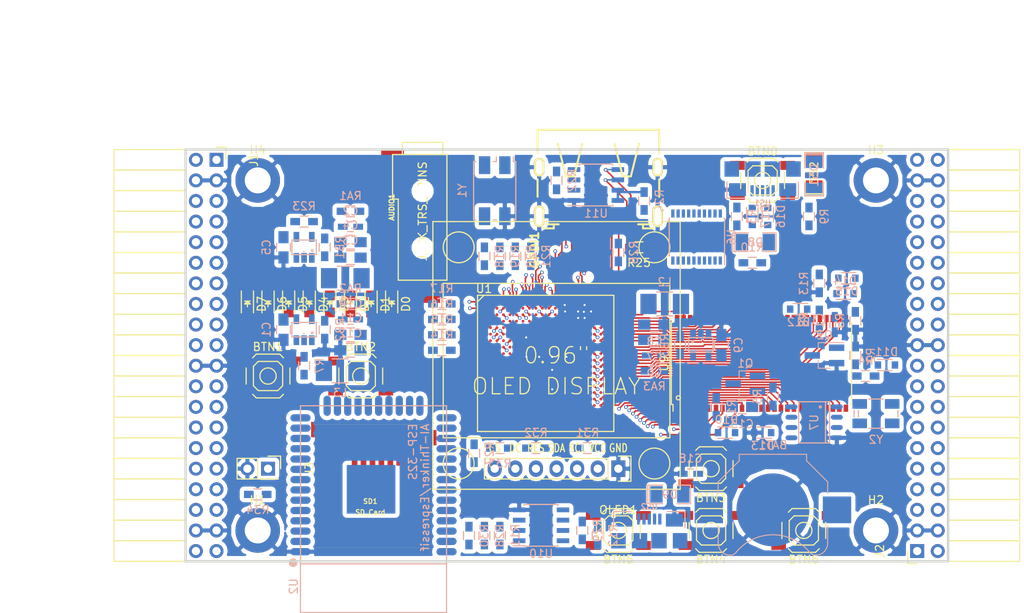
<source format=kicad_pcb>
(kicad_pcb (version 4) (host pcbnew 4.0.5+dfsg1-4)
  (layers (0 F.Cu signal) (1 In1.Cu signal) (2 In2.Cu signal) (31 B.Cu signal) (34 B.Paste user) (35 F.Paste user) (36 B.SilkS user) (37 F.SilkS user) (38 B.Mask user) (39 F.Mask user) (44 Edge.Cuts user))
  (net 0 "")
  (net 1 GND)
  (net 2 +5V)
  (net 3 /gpio/IN5V)
  (net 4 /gpio/OUT5V)
  (net 5 +3V3)
  (net 6 "Net-(L1-Pad1)")
  (net 7 "Net-(L2-Pad1)")
  (net 8 +1V2)
  (net 9 BTN_D)
  (net 10 BTN_F1)
  (net 11 BTN_F2)
  (net 12 BTN_L)
  (net 13 BTN_R)
  (net 14 BTN_U)
  (net 15 /power/FB1)
  (net 16 +2V5)
  (net 17 "Net-(L3-Pad1)")
  (net 18 /power/PWREN)
  (net 19 /power/FB3)
  (net 20 /power/FB2)
  (net 21 "Net-(D9-Pad1)")
  (net 22 /power/VBAT)
  (net 23 JTAG_TDI)
  (net 24 JTAG_TCK)
  (net 25 JTAG_TMS)
  (net 26 JTAG_TDO)
  (net 27 /power/WAKEUPn)
  (net 28 /power/WKUP)
  (net 29 /power/SHUT)
  (net 30 /power/WAKE)
  (net 31 /power/HOLD)
  (net 32 /power/WKn)
  (net 33 /power/OSCI_32k)
  (net 34 /power/OSCO_32k)
  (net 35 FTDI_nSUSPEND)
  (net 36 "Net-(Q2-Pad3)")
  (net 37 SHUTDOWN)
  (net 38 /analog/AUDIO_L)
  (net 39 /analog/AUDIO_R)
  (net 40 GPDI_5V_SCL)
  (net 41 GPDI_5V_SDA)
  (net 42 GPDI_SDA)
  (net 43 GPDI_SCL)
  (net 44 /gpdi/VREF2)
  (net 45 /blinkey/BTNPU)
  (net 46 SD_CMD)
  (net 47 SD_CLK)
  (net 48 SD_D0)
  (net 49 SD_D1)
  (net 50 USB5V)
  (net 51 "Net-(BTN0-Pad1)")
  (net 52 GPDI_CEC)
  (net 53 nRESET)
  (net 54 /usb/FT3V3)
  (net 55 FTDI_nDTR)
  (net 56 SDRAM_CKE)
  (net 57 SDRAM_A7)
  (net 58 SDRAM_D15)
  (net 59 SDRAM_BA1)
  (net 60 SDRAM_D7)
  (net 61 SDRAM_A6)
  (net 62 SDRAM_CLK)
  (net 63 SDRAM_D13)
  (net 64 SDRAM_BA0)
  (net 65 SDRAM_D6)
  (net 66 SDRAM_A5)
  (net 67 SDRAM_D14)
  (net 68 SDRAM_A11)
  (net 69 SDRAM_D12)
  (net 70 SDRAM_D5)
  (net 71 SDRAM_A4)
  (net 72 SDRAM_A10)
  (net 73 SDRAM_D11)
  (net 74 SDRAM_A3)
  (net 75 SDRAM_D4)
  (net 76 SDRAM_D10)
  (net 77 SDRAM_D9)
  (net 78 SDRAM_A9)
  (net 79 SDRAM_D3)
  (net 80 SDRAM_D8)
  (net 81 SDRAM_A8)
  (net 82 SDRAM_A2)
  (net 83 SDRAM_A1)
  (net 84 SDRAM_A0)
  (net 85 SDRAM_D2)
  (net 86 SDRAM_D1)
  (net 87 SDRAM_D0)
  (net 88 SDRAM_DQM0)
  (net 89 SDRAM_nCS)
  (net 90 SDRAM_nRAS)
  (net 91 SDRAM_DQM1)
  (net 92 SDRAM_nCAS)
  (net 93 SDRAM_nWE)
  (net 94 /flash/FLASH_nWP)
  (net 95 /flash/FLASH_nHOLD)
  (net 96 /flash/FLASH_MOSI)
  (net 97 /flash/FLASH_MISO)
  (net 98 /flash/FLASH_SCK)
  (net 99 /flash/FLASH_nCS)
  (net 100 /flash/FPGA_PROGRAMN)
  (net 101 /flash/FPGA_DONE)
  (net 102 /flash/FPGA_INITN)
  (net 103 OLED_RES)
  (net 104 OLED_DC)
  (net 105 OLED_CS)
  (net 106 WIFI_EN)
  (net 107 FTDI_nRTS)
  (net 108 WIFI_GPIO2)
  (net 109 FTDI_TXD)
  (net 110 FTDI_RXD)
  (net 111 WIFI_RXD)
  (net 112 WIFI_GPIO0)
  (net 113 FTDI_nCTS)
  (net 114 WIFI_TXD)
  (net 115 FTDI_nRI)
  (net 116 FTDI_nDCD)
  (net 117 /gpdi/CLK_25MHz)
  (net 118 GPDI_ETH-)
  (net 119 GPDI_ETH+)
  (net 120 GPDI_D2+)
  (net 121 GPDI_D2-)
  (net 122 GPDI_D1+)
  (net 123 GPDI_D1-)
  (net 124 GPDI_D0+)
  (net 125 GPDI_D0-)
  (net 126 GPDI_CLK+)
  (net 127 GPDI_CLK-)
  (net 128 USB_FPGA_D+)
  (net 129 USB_FPGA_D-)
  (net 130 USB_FTDI_D+)
  (net 131 USB_FTDI_D-)
  (net 132 J1_17-)
  (net 133 J1_17+)
  (net 134 J1_23-)
  (net 135 J1_23+)
  (net 136 J1_25-)
  (net 137 J1_25+)
  (net 138 J1_27-)
  (net 139 J1_27+)
  (net 140 J1_29-)
  (net 141 J1_29+)
  (net 142 J1_31-)
  (net 143 J1_31+)
  (net 144 J1_33-)
  (net 145 J1_33+)
  (net 146 J1_35-)
  (net 147 J1_35+)
  (net 148 J2_5-)
  (net 149 J2_5+)
  (net 150 J2_7-)
  (net 151 J2_7+)
  (net 152 J2_9-)
  (net 153 J2_9+)
  (net 154 J2_13-)
  (net 155 J2_13+)
  (net 156 J2_17-)
  (net 157 J2_17+)
  (net 158 J2_11-)
  (net 159 J2_11+)
  (net 160 J2_23-)
  (net 161 J2_23+)
  (net 162 J1_5-)
  (net 163 J1_5+)
  (net 164 J1_7-)
  (net 165 J1_7+)
  (net 166 J1_9-)
  (net 167 J1_9+)
  (net 168 J1_11-)
  (net 169 J1_11+)
  (net 170 J1_13-)
  (net 171 J1_13+)
  (net 172 J1_15-)
  (net 173 J1_15+)
  (net 174 J2_15-)
  (net 175 J2_15+)
  (net 176 J2_25-)
  (net 177 J2_25+)
  (net 178 J2_27-)
  (net 179 J2_27+)
  (net 180 J2_29-)
  (net 181 J2_29+)
  (net 182 J2_31-)
  (net 183 J2_31+)
  (net 184 J2_33-)
  (net 185 J2_33+)
  (net 186 J2_35-)
  (net 187 J2_35+)
  (net 188 SD_D3)
  (net 189 AUDIO_L3)
  (net 190 AUDIO_L2)
  (net 191 AUDIO_L1)
  (net 192 AUDIO_L0)
  (net 193 AUDIO_R3)
  (net 194 AUDIO_R2)
  (net 195 AUDIO_R1)
  (net 196 AUDIO_R0)
  (net 197 FTDI_nDSR)
  (net 198 OLED_CLK)
  (net 199 OLED_MOSI)
  (net 200 WIFI_GPIO15)
  (net 201 LED0)
  (net 202 LED1)
  (net 203 LED2)
  (net 204 LED3)
  (net 205 LED4)
  (net 206 LED5)
  (net 207 LED6)
  (net 208 LED7)
  (net 209 BTN_PWRn)
  (module Keystone_3000_1x12mm-CoinCell:Keystone_3000_1x12mm-CoinCell (layer B.Cu) (at 166.49 105.87 180)
    (fp_text reference BAT1 (at 0 8 180) (layer B.SilkS) (effects (justify mirror)))
    (fp_text value CR1225)
    (pad 1 smd rect (at -7.9 0 180) (size 3.5 3.3) (layers B.Cu B.Paste B.Mask) (net 22 /power/VBAT))
    (pad 1 smd rect (at 7.9 0 180) (size 3.5 3.3) (layers B.Cu B.Paste B.Mask) (net 22 /power/VBAT))
    (pad 2 smd circle (at 0 0 180) (size 9 9) (layers B.Cu B.Mask) (net 1 GND))
  )
  (module SMD_Packages:SMD-1206_Pol (layer F.Cu) (at 171.57 64.341 90)
    (fp_text reference D52 (at 0 0 90) (layer F.SilkS))
    (fp_text value 2A)
    (pad 1 smd rect (at -1.651 0 90) (size 1.524 2.032) (layers F.Cu F.Paste F.Mask) (net 4 /gpio/OUT5V))
    (pad 2 smd rect (at 1.651 0 90) (size 1.524 2.032) (layers F.Cu F.Paste F.Mask) (net 2 +5V))
  )
  (module SMD_Packages:SMD-1206_Pol (layer B.Cu) (at 171.57 64.595 270)
    (fp_text reference D51 (at 0 0 270) (layer B.SilkS) (effects (justify mirror)))
    (fp_text value 2A)
    (pad 1 smd rect (at -1.651 0 270) (size 1.524 2.032) (layers B.Cu B.Paste B.Mask) (net 2 +5V))
    (pad 2 smd rect (at 1.651 0 270) (size 1.524 2.032) (layers B.Cu B.Paste B.Mask) (net 3 /gpio/IN5V))
  )
  (module micro-sd:MicroSD_TF02D (layer F.Cu) (at 116.87 110.52 180)
    (fp_text reference SD1 (at 0 5.7 180) (layer F.SilkS) (effects (font (size 0.59944 0.59944) (thickness 0.12446))))
    (fp_text value SD_Card (at 0 4.35 180) (layer F.SilkS) (effects (font (size 0.59944 0.59944) (thickness 0.12446))))
    (pad 1 smd rect (at 1.94 11 180) (size 0.7 1.8) (layers F.Cu F.Paste F.Mask) (net 188 SD_D3))
    (pad 2 smd rect (at 0.84 11 180) (size 0.7 1.8) (layers F.Cu F.Paste F.Mask) (net 46 SD_CMD))
    (pad 3 smd rect (at -0.26 11 180) (size 0.7 1.8) (layers F.Cu F.Paste F.Mask) (net 1 GND))
    (pad 4 smd rect (at -1.36 11 180) (size 0.7 1.8) (layers F.Cu F.Paste F.Mask) (net 5 +3V3))
    (pad 5 smd rect (at -2.46 11 180) (size 0.7 1.8) (layers F.Cu F.Paste F.Mask) (net 47 SD_CLK))
    (pad 6 smd rect (at -3.56 11 180) (size 0.7 1.8) (layers F.Cu F.Paste F.Mask) (net 1 GND))
    (pad 7 smd rect (at -4.66 11 180) (size 0.7 1.8) (layers F.Cu F.Paste F.Mask) (net 48 SD_D0))
    (pad 8 smd rect (at -5.76 11 180) (size 0.7 1.8) (layers F.Cu F.Paste F.Mask) (net 49 SD_D1))
    (pad S smd rect (at -5.05 0.4 180) (size 1.6 1.4) (layers F.Cu F.Paste F.Mask))
    (pad S smd rect (at 0.75 0.4 180) (size 1.8 1.4) (layers F.Cu F.Paste F.Mask))
    (pad G smd rect (at -7.45 13.55 180) (size 1.4 1.9) (layers F.Cu F.Paste F.Mask))
    (pad G smd rect (at 6.6 14.55 180) (size 1.4 1.9) (layers F.Cu F.Paste F.Mask))
  )
  (module Resistors_SMD:R_1210_HandSoldering (layer B.Cu) (at 113.785 77.295)
    (fp_text reference L1 (at 0 2.7) (layer B.SilkS) (effects (justify mirror)))
    (fp_text value 2.2uH)
    (pad 1 smd rect (at -2 0) (size 2 2.5) (layers B.Cu B.Paste B.Mask) (net 6 "Net-(L1-Pad1)"))
    (pad 2 smd rect (at 2 0) (size 2 2.5) (layers B.Cu B.Paste B.Mask) (net 8 +1V2))
  )
  (module TSOT-25:TSOT-25 (layer B.Cu) (at 108.705 73.485 180)
    (fp_text reference U3 (at 0 -0.5 180) (layer B.SilkS) (effects (font (size 0.15 0.15) (thickness 0.0375)) (justify mirror)))
    (fp_text value AP3429A)
    (pad 1 smd rect (at -0.95 -1.3 180) (size 0.7 1.2) (layers B.Cu B.Paste B.Mask) (net 18 /power/PWREN))
    (pad 2 smd rect (at 0 -1.3 180) (size 0.7 1.2) (layers B.Cu B.Paste B.Mask) (net 1 GND))
    (pad 3 smd rect (at 0.95 -1.3 180) (size 0.7 1.2) (layers B.Cu B.Paste B.Mask) (net 6 "Net-(L1-Pad1)"))
    (pad 4 smd rect (at 0.95 1.3 180) (size 0.7 1.2) (layers B.Cu B.Paste B.Mask) (net 2 +5V))
    (pad 5 smd rect (at -0.95 1.3 180) (size 0.7 1.2) (layers B.Cu B.Paste B.Mask) (net 15 /power/FB1))
  )
  (module Resistors_SMD:R_1210_HandSoldering (layer B.Cu) (at 153.155 80.47 180)
    (fp_text reference L2 (at 0 2.7 180) (layer B.SilkS) (effects (justify mirror)))
    (fp_text value 2.2uH)
    (pad 1 smd rect (at -2 0 180) (size 2 2.5) (layers B.Cu B.Paste B.Mask) (net 7 "Net-(L2-Pad1)"))
    (pad 2 smd rect (at 2 0 180) (size 2 2.5) (layers B.Cu B.Paste B.Mask) (net 5 +3V3))
  )
  (module TSOT-25:TSOT-25 (layer B.Cu) (at 157.6 85.52)
    (fp_text reference U4 (at 0 -0.5) (layer B.SilkS) (effects (font (size 0.15 0.15) (thickness 0.0375)) (justify mirror)))
    (fp_text value AP3429A)
    (pad 1 smd rect (at -0.95 -1.3) (size 0.7 1.2) (layers B.Cu B.Paste B.Mask) (net 18 /power/PWREN))
    (pad 2 smd rect (at 0 -1.3) (size 0.7 1.2) (layers B.Cu B.Paste B.Mask) (net 1 GND))
    (pad 3 smd rect (at 0.95 -1.3) (size 0.7 1.2) (layers B.Cu B.Paste B.Mask) (net 7 "Net-(L2-Pad1)"))
    (pad 4 smd rect (at 0.95 1.3) (size 0.7 1.2) (layers B.Cu B.Paste B.Mask) (net 2 +5V))
    (pad 5 smd rect (at -0.95 1.3) (size 0.7 1.2) (layers B.Cu B.Paste B.Mask) (net 19 /power/FB3))
  )
  (module Buttons_Switches_SMD:SW_SPST_SKQG (layer F.Cu) (at 104.26 89.36)
    (fp_text reference BTN1 (at 0 -3.6) (layer F.SilkS))
    (fp_text value FIRE1)
    (pad 1 smd rect (at -3.1 -1.85) (size 1.8 1.1) (layers F.Cu F.Paste F.Mask) (net 45 /blinkey/BTNPU))
    (pad 1 smd rect (at 3.1 -1.85) (size 1.8 1.1) (layers F.Cu F.Paste F.Mask) (net 45 /blinkey/BTNPU))
    (pad 2 smd rect (at -3.1 1.85) (size 1.8 1.1) (layers F.Cu F.Paste F.Mask) (net 10 BTN_F1))
    (pad 2 smd rect (at 3.1 1.85) (size 1.8 1.1) (layers F.Cu F.Paste F.Mask) (net 10 BTN_F1))
  )
  (module Buttons_Switches_SMD:SW_SPST_SKQG (layer F.Cu) (at 115.69 89.36)
    (fp_text reference BTN2 (at 0 -3.6) (layer F.SilkS))
    (fp_text value FIRE2)
    (pad 1 smd rect (at -3.1 -1.85) (size 1.8 1.1) (layers F.Cu F.Paste F.Mask) (net 45 /blinkey/BTNPU))
    (pad 1 smd rect (at 3.1 -1.85) (size 1.8 1.1) (layers F.Cu F.Paste F.Mask) (net 45 /blinkey/BTNPU))
    (pad 2 smd rect (at -3.1 1.85) (size 1.8 1.1) (layers F.Cu F.Paste F.Mask) (net 11 BTN_F2))
    (pad 2 smd rect (at 3.1 1.85) (size 1.8 1.1) (layers F.Cu F.Paste F.Mask) (net 11 BTN_F2))
  )
  (module Buttons_Switches_SMD:SW_SPST_SKQG (layer F.Cu) (at 158.87 100.79 180)
    (fp_text reference BTN3 (at 0 -3.6 180) (layer F.SilkS))
    (fp_text value UP)
    (pad 1 smd rect (at -3.1 -1.85 180) (size 1.8 1.1) (layers F.Cu F.Paste F.Mask) (net 45 /blinkey/BTNPU))
    (pad 1 smd rect (at 3.1 -1.85 180) (size 1.8 1.1) (layers F.Cu F.Paste F.Mask) (net 45 /blinkey/BTNPU))
    (pad 2 smd rect (at -3.1 1.85 180) (size 1.8 1.1) (layers F.Cu F.Paste F.Mask) (net 14 BTN_U))
    (pad 2 smd rect (at 3.1 1.85 180) (size 1.8 1.1) (layers F.Cu F.Paste F.Mask) (net 14 BTN_U))
  )
  (module Buttons_Switches_SMD:SW_SPST_SKQG (layer F.Cu) (at 158.87 108.41 180)
    (fp_text reference BTN4 (at 0 -3.6 180) (layer F.SilkS))
    (fp_text value DOWN)
    (pad 1 smd rect (at -3.1 -1.85 180) (size 1.8 1.1) (layers F.Cu F.Paste F.Mask) (net 45 /blinkey/BTNPU))
    (pad 1 smd rect (at 3.1 -1.85 180) (size 1.8 1.1) (layers F.Cu F.Paste F.Mask) (net 45 /blinkey/BTNPU))
    (pad 2 smd rect (at -3.1 1.85 180) (size 1.8 1.1) (layers F.Cu F.Paste F.Mask) (net 9 BTN_D))
    (pad 2 smd rect (at 3.1 1.85 180) (size 1.8 1.1) (layers F.Cu F.Paste F.Mask) (net 9 BTN_D))
  )
  (module Buttons_Switches_SMD:SW_SPST_SKQG (layer F.Cu) (at 147.44 108.41 180)
    (fp_text reference BTN5 (at 0 -3.6 180) (layer F.SilkS))
    (fp_text value LEFT)
    (pad 1 smd rect (at -3.1 -1.85 180) (size 1.8 1.1) (layers F.Cu F.Paste F.Mask) (net 45 /blinkey/BTNPU))
    (pad 1 smd rect (at 3.1 -1.85 180) (size 1.8 1.1) (layers F.Cu F.Paste F.Mask) (net 45 /blinkey/BTNPU))
    (pad 2 smd rect (at -3.1 1.85 180) (size 1.8 1.1) (layers F.Cu F.Paste F.Mask) (net 12 BTN_L))
    (pad 2 smd rect (at 3.1 1.85 180) (size 1.8 1.1) (layers F.Cu F.Paste F.Mask) (net 12 BTN_L))
  )
  (module Buttons_Switches_SMD:SW_SPST_SKQG (layer F.Cu) (at 170.3 108.41 180)
    (fp_text reference BTN6 (at 0 -3.6 180) (layer F.SilkS))
    (fp_text value RIGHT)
    (pad 1 smd rect (at -3.1 -1.85 180) (size 1.8 1.1) (layers F.Cu F.Paste F.Mask) (net 45 /blinkey/BTNPU))
    (pad 1 smd rect (at 3.1 -1.85 180) (size 1.8 1.1) (layers F.Cu F.Paste F.Mask) (net 45 /blinkey/BTNPU))
    (pad 2 smd rect (at -3.1 1.85 180) (size 1.8 1.1) (layers F.Cu F.Paste F.Mask) (net 13 BTN_R))
    (pad 2 smd rect (at 3.1 1.85 180) (size 1.8 1.1) (layers F.Cu F.Paste F.Mask) (net 13 BTN_R))
  )
  (module LEDs:LED_0805 (layer F.Cu) (at 119.5 80.47 270)
    (fp_text reference D0 (at 0 -1.75 270) (layer F.SilkS))
    (fp_text value LED)
    (pad 2 smd rect (at 1.04902 0 90) (size 1.19888 1.19888) (layers F.Cu F.Paste F.Mask) (net 201 LED0))
    (pad 1 smd rect (at -1.04902 0 90) (size 1.19888 1.19888) (layers F.Cu F.Paste F.Mask) (net 1 GND))
  )
  (module LEDs:LED_0805 (layer F.Cu) (at 116.96 80.47 270)
    (fp_text reference D1 (at 0 -1.75 270) (layer F.SilkS))
    (fp_text value LED)
    (pad 2 smd rect (at 1.04902 0 90) (size 1.19888 1.19888) (layers F.Cu F.Paste F.Mask) (net 202 LED1))
    (pad 1 smd rect (at -1.04902 0 90) (size 1.19888 1.19888) (layers F.Cu F.Paste F.Mask) (net 1 GND))
  )
  (module LEDs:LED_0805 (layer F.Cu) (at 114.42 80.47 270)
    (fp_text reference D2 (at 0 -1.75 270) (layer F.SilkS))
    (fp_text value LED)
    (pad 2 smd rect (at 1.04902 0 90) (size 1.19888 1.19888) (layers F.Cu F.Paste F.Mask) (net 203 LED2))
    (pad 1 smd rect (at -1.04902 0 90) (size 1.19888 1.19888) (layers F.Cu F.Paste F.Mask) (net 1 GND))
  )
  (module LEDs:LED_0805 (layer F.Cu) (at 111.88 80.47 270)
    (fp_text reference D3 (at 0 -1.75 270) (layer F.SilkS))
    (fp_text value LED)
    (pad 2 smd rect (at 1.04902 0 90) (size 1.19888 1.19888) (layers F.Cu F.Paste F.Mask) (net 204 LED3))
    (pad 1 smd rect (at -1.04902 0 90) (size 1.19888 1.19888) (layers F.Cu F.Paste F.Mask) (net 1 GND))
  )
  (module LEDs:LED_0805 (layer F.Cu) (at 109.34 80.47 270)
    (fp_text reference D4 (at 0 -1.75 270) (layer F.SilkS))
    (fp_text value LED)
    (pad 2 smd rect (at 1.04902 0 90) (size 1.19888 1.19888) (layers F.Cu F.Paste F.Mask) (net 205 LED4))
    (pad 1 smd rect (at -1.04902 0 90) (size 1.19888 1.19888) (layers F.Cu F.Paste F.Mask) (net 1 GND))
  )
  (module LEDs:LED_0805 (layer F.Cu) (at 106.8 80.47 270)
    (fp_text reference D5 (at 0 -1.75 270) (layer F.SilkS))
    (fp_text value LED)
    (pad 2 smd rect (at 1.04902 0 90) (size 1.19888 1.19888) (layers F.Cu F.Paste F.Mask) (net 206 LED5))
    (pad 1 smd rect (at -1.04902 0 90) (size 1.19888 1.19888) (layers F.Cu F.Paste F.Mask) (net 1 GND))
  )
  (module LEDs:LED_0805 (layer F.Cu) (at 104.26 80.47 270)
    (fp_text reference D6 (at 0 -1.75 270) (layer F.SilkS))
    (fp_text value LED)
    (pad 2 smd rect (at 1.04902 0 90) (size 1.19888 1.19888) (layers F.Cu F.Paste F.Mask) (net 207 LED6))
    (pad 1 smd rect (at -1.04902 0 90) (size 1.19888 1.19888) (layers F.Cu F.Paste F.Mask) (net 1 GND))
  )
  (module LEDs:LED_0805 (layer F.Cu) (at 101.72 80.47 270)
    (fp_text reference D7 (at 0 -1.75 270) (layer F.SilkS))
    (fp_text value LED)
    (pad 2 smd rect (at 1.04902 0 90) (size 1.19888 1.19888) (layers F.Cu F.Paste F.Mask) (net 208 LED7))
    (pad 1 smd rect (at -1.04902 0 90) (size 1.19888 1.19888) (layers F.Cu F.Paste F.Mask) (net 1 GND))
  )
  (module Resistors_SMD:R_1210_HandSoldering (layer B.Cu) (at 113.15 88.725)
    (fp_text reference L3 (at 0 2.7) (layer B.SilkS) (effects (justify mirror)))
    (fp_text value 2.2uH)
    (pad 1 smd rect (at -2 0) (size 2 2.5) (layers B.Cu B.Paste B.Mask) (net 17 "Net-(L3-Pad1)"))
    (pad 2 smd rect (at 2 0) (size 2 2.5) (layers B.Cu B.Paste B.Mask) (net 16 +2V5))
  )
  (module TSOT-25:TSOT-25 (layer B.Cu) (at 108.705 83.645 180)
    (fp_text reference U5 (at 0 -0.5 180) (layer B.SilkS) (effects (font (size 0.15 0.15) (thickness 0.0375)) (justify mirror)))
    (fp_text value AP3429A)
    (pad 1 smd rect (at -0.95 -1.3 180) (size 0.7 1.2) (layers B.Cu B.Paste B.Mask) (net 18 /power/PWREN))
    (pad 2 smd rect (at 0 -1.3 180) (size 0.7 1.2) (layers B.Cu B.Paste B.Mask) (net 1 GND))
    (pad 3 smd rect (at 0.95 -1.3 180) (size 0.7 1.2) (layers B.Cu B.Paste B.Mask) (net 17 "Net-(L3-Pad1)"))
    (pad 4 smd rect (at 0.95 1.3 180) (size 0.7 1.2) (layers B.Cu B.Paste B.Mask) (net 2 +5V))
    (pad 5 smd rect (at -0.95 1.3 180) (size 0.7 1.2) (layers B.Cu B.Paste B.Mask) (net 20 /power/FB2))
  )
  (module Capacitors_SMD:C_0805_HandSoldering (layer B.Cu) (at 106.165 83.645 270)
    (fp_text reference C1 (at 0 2.1 270) (layer B.SilkS) (effects (justify mirror)))
    (fp_text value 22uF)
    (pad 1 smd rect (at -1.25 0 270) (size 1.5 1.25) (layers B.Cu B.Paste B.Mask) (net 2 +5V))
    (pad 2 smd rect (at 1.25 0 270) (size 1.5 1.25) (layers B.Cu B.Paste B.Mask) (net 1 GND))
  )
  (module Capacitors_SMD:C_0805_HandSoldering (layer B.Cu) (at 114.42 74.755 180)
    (fp_text reference C3 (at 0 2.1 180) (layer B.SilkS) (effects (justify mirror)))
    (fp_text value 22uF)
    (pad 1 smd rect (at -1.25 0 180) (size 1.5 1.25) (layers B.Cu B.Paste B.Mask) (net 8 +1V2))
    (pad 2 smd rect (at 1.25 0 180) (size 1.5 1.25) (layers B.Cu B.Paste B.Mask) (net 1 GND))
  )
  (module Capacitors_SMD:C_0805_HandSoldering (layer B.Cu) (at 114.42 72.85 180)
    (fp_text reference C4 (at 0 2.1 180) (layer B.SilkS) (effects (justify mirror)))
    (fp_text value 22uF)
    (pad 1 smd rect (at -1.25 0 180) (size 1.5 1.25) (layers B.Cu B.Paste B.Mask) (net 8 +1V2))
    (pad 2 smd rect (at 1.25 0 180) (size 1.5 1.25) (layers B.Cu B.Paste B.Mask) (net 1 GND))
  )
  (module Capacitors_SMD:C_0805_HandSoldering (layer B.Cu) (at 106.165 73.485 270)
    (fp_text reference C5 (at 0 2.1 270) (layer B.SilkS) (effects (justify mirror)))
    (fp_text value 22uF)
    (pad 1 smd rect (at -1.25 0 270) (size 1.5 1.25) (layers B.Cu B.Paste B.Mask) (net 2 +5V))
    (pad 2 smd rect (at 1.25 0 270) (size 1.5 1.25) (layers B.Cu B.Paste B.Mask) (net 1 GND))
  )
  (module Capacitors_SMD:C_0805_HandSoldering (layer B.Cu) (at 151.885 84.915)
    (fp_text reference C7 (at 0 2.1) (layer B.SilkS) (effects (justify mirror)))
    (fp_text value 22uF)
    (pad 1 smd rect (at -1.25 0) (size 1.5 1.25) (layers B.Cu B.Paste B.Mask) (net 5 +3V3))
    (pad 2 smd rect (at 1.25 0) (size 1.5 1.25) (layers B.Cu B.Paste B.Mask) (net 1 GND))
  )
  (module Capacitors_SMD:C_0805_HandSoldering (layer B.Cu) (at 151.885 83.01)
    (fp_text reference C8 (at 0 2.1) (layer B.SilkS) (effects (justify mirror)))
    (fp_text value 22uF)
    (pad 1 smd rect (at -1.25 0) (size 1.5 1.25) (layers B.Cu B.Paste B.Mask) (net 5 +3V3))
    (pad 2 smd rect (at 1.25 0) (size 1.5 1.25) (layers B.Cu B.Paste B.Mask) (net 1 GND))
  )
  (module Capacitors_SMD:C_0805_HandSoldering (layer B.Cu) (at 160.14 85.55 90)
    (fp_text reference C9 (at 0 2.1 90) (layer B.SilkS) (effects (justify mirror)))
    (fp_text value 22uF)
    (pad 1 smd rect (at -1.25 0 90) (size 1.5 1.25) (layers B.Cu B.Paste B.Mask) (net 2 +5V))
    (pad 2 smd rect (at 1.25 0 90) (size 1.5 1.25) (layers B.Cu B.Paste B.Mask) (net 1 GND))
  )
  (module Capacitors_SMD:C_0805_HandSoldering (layer B.Cu) (at 114.42 84.28 180)
    (fp_text reference C11 (at 0 2.1 180) (layer B.SilkS) (effects (justify mirror)))
    (fp_text value 22uF)
    (pad 1 smd rect (at -1.25 0 180) (size 1.5 1.25) (layers B.Cu B.Paste B.Mask) (net 16 +2V5))
    (pad 2 smd rect (at 1.25 0 180) (size 1.5 1.25) (layers B.Cu B.Paste B.Mask) (net 1 GND))
  )
  (module Capacitors_SMD:C_0805_HandSoldering (layer B.Cu) (at 114.42 86.185 180)
    (fp_text reference C12 (at 0 2.1 180) (layer B.SilkS) (effects (justify mirror)))
    (fp_text value 22uF)
    (pad 1 smd rect (at -1.25 0 180) (size 1.5 1.25) (layers B.Cu B.Paste B.Mask) (net 16 +2V5))
    (pad 2 smd rect (at 1.25 0 180) (size 1.5 1.25) (layers B.Cu B.Paste B.Mask) (net 1 GND))
  )
  (module SMD_Packages:SMD-1206_Pol (layer B.Cu) (at 164.331 72.85)
    (fp_text reference D8 (at 0 0) (layer B.SilkS) (effects (justify mirror)))
    (fp_text value 2A)
    (pad 1 smd rect (at -1.651 0) (size 1.524 2.032) (layers B.Cu B.Paste B.Mask) (net 2 +5V))
    (pad 2 smd rect (at 1.651 0) (size 1.524 2.032) (layers B.Cu B.Paste B.Mask) (net 50 USB5V))
  )
  (module SMD_Packages:SMD-1206_Pol (layer B.Cu) (at 153.79 103.965)
    (fp_text reference D9 (at 0 0) (layer B.SilkS) (effects (justify mirror)))
    (fp_text value 2A)
    (pad 1 smd rect (at -1.651 0) (size 1.524 2.032) (layers B.Cu B.Paste B.Mask) (net 21 "Net-(D9-Pad1)"))
    (pad 2 smd rect (at 1.651 0) (size 1.524 2.032) (layers B.Cu B.Paste B.Mask) (net 2 +5V))
  )
  (module Power_Integrations:SO-8 (layer B.Cu) (at 171.57 95.075 270)
    (fp_text reference U7 (at 0 0 270) (layer B.SilkS) (effects (justify mirror)))
    (fp_text value PCF8523)
    (pad 1 smd oval (at -1.905 -2.794 270) (size 0.6096 1.4732) (layers B.Cu B.Paste B.Mask) (net 33 /power/OSCI_32k))
    (pad 2 smd oval (at -0.635 -2.794 270) (size 0.6096 1.4732) (layers B.Cu B.Paste B.Mask) (net 34 /power/OSCO_32k))
    (pad 3 smd oval (at 0.635 -2.794 270) (size 0.6096 1.4732) (layers B.Cu B.Paste B.Mask) (net 22 /power/VBAT))
    (pad 4 smd oval (at 1.905 -2.794 270) (size 0.6096 1.4732) (layers B.Cu B.Paste B.Mask) (net 1 GND))
    (pad 5 smd oval (at 1.905 2.794 270) (size 0.6096 1.4732) (layers B.Cu B.Paste B.Mask))
    (pad 6 smd oval (at 0.635 2.794 270) (size 0.6096 1.4732) (layers B.Cu B.Paste B.Mask))
    (pad 7 smd oval (at -0.635 2.794 270) (size 0.6096 1.4732) (layers B.Cu B.Paste B.Mask) (net 27 /power/WAKEUPn))
    (pad 8 smd oval (at -1.905 2.794 270) (size 0.6096 1.4732) (layers B.Cu B.Paste B.Mask) (net 16 +2V5))
  )
  (module Capacitors_SMD:C_0805_HandSoldering (layer B.Cu) (at 162.68 93.17)
    (fp_text reference C13 (at 0 2.1) (layer B.SilkS) (effects (justify mirror)))
    (fp_text value 2.2uF)
    (pad 1 smd rect (at -1.25 0) (size 1.5 1.25) (layers B.Cu B.Paste B.Mask) (net 2 +5V))
    (pad 2 smd rect (at 1.25 0) (size 1.5 1.25) (layers B.Cu B.Paste B.Mask) (net 28 /power/WKUP))
  )
  (module Diodes_SMD:D_0805 (layer B.Cu) (at 160.775 96.345)
    (fp_text reference D10 (at 0 -1.6) (layer B.SilkS) (effects (justify mirror)))
    (fp_text value 1N4148)
    (pad 1 smd rect (at -1.05 0) (size 0.8 0.9) (layers B.Cu B.Paste B.Mask) (net 30 /power/WAKE))
    (pad 2 smd rect (at 1.05 0) (size 0.8 0.9) (layers B.Cu B.Paste B.Mask) (net 28 /power/WKUP))
  )
  (module Diodes_SMD:D_0805 (layer B.Cu) (at 180.48 88)
    (fp_text reference D11 (at 0 -1.6) (layer B.SilkS) (effects (justify mirror)))
    (fp_text value 1N4148)
    (pad 1 smd rect (at -1.05 0) (size 0.8 0.9) (layers B.Cu B.Paste B.Mask) (net 31 /power/HOLD))
    (pad 2 smd rect (at 1.05 0) (size 0.8 0.9) (layers B.Cu B.Paste B.Mask) (net 5 +3V3))
  )
  (module Diodes_SMD:D_0805 (layer B.Cu) (at 175.6 77.295 180)
    (fp_text reference D15 (at 0 -1.6 180) (layer B.SilkS) (effects (justify mirror)))
    (fp_text value BAT42)
    (pad 1 smd rect (at -1.05 0 180) (size 0.8 0.9) (layers B.Cu B.Paste B.Mask) (net 29 /power/SHUT))
    (pad 2 smd rect (at 1.05 0 180) (size 0.8 0.9) (layers B.Cu B.Paste B.Mask) (net 37 SHUTDOWN))
  )
  (module Diodes_SMD:D_0805 (layer B.Cu) (at 169.665 81.105 180)
    (fp_text reference D12 (at 0 -1.6 180) (layer B.SilkS) (effects (justify mirror)))
    (fp_text value 1N4148)
    (pad 1 smd rect (at -1.05 0 180) (size 0.8 0.9) (layers B.Cu B.Paste B.Mask) (net 18 /power/PWREN))
    (pad 2 smd rect (at 1.05 0 180) (size 0.8 0.9) (layers B.Cu B.Paste B.Mask) (net 35 FTDI_nSUSPEND))
  )
  (module usb_otg:USB-MICRO-B-FCI-10118192-0001LF (layer B.Cu) (at 165.22 63.825)
    (fp_text reference US1 (at 0 4.2) (layer B.SilkS) (effects (font (size 0.7 0.7)) (justify mirror)))
    (fp_text value USB_FTDI hide)
    (pad 6 smd rect (at -3.1 2.55) (size 2.1 1.6) (layers B.Cu B.Paste B.Mask) (net 1 GND))
    (pad 6 smd rect (at 3.1 2.55) (size 2.1 1.6) (layers B.Cu B.Paste B.Mask) (net 1 GND))
    (pad "" smd rect (at -1.2 0) (size 1.9 1.9) (layers B.Cu B.Paste B.Mask))
    (pad "" smd rect (at 1.2 0) (size 1.9 1.9) (layers B.Cu B.Paste B.Mask))
    (pad 1 smd rect (at -1.3 2.675) (size 0.4 1.35) (layers B.Cu B.Paste B.Mask) (net 50 USB5V))
    (pad 2 smd rect (at -0.65 2.675) (size 0.4 1.35) (layers B.Cu B.Paste B.Mask) (net 131 USB_FTDI_D-))
    (pad 3 smd rect (at 0 2.675) (size 0.4 1.35) (layers B.Cu B.Paste B.Mask) (net 130 USB_FTDI_D+))
    (pad 4 smd rect (at 0.65 2.675) (size 0.4 1.35) (layers B.Cu B.Paste B.Mask))
    (pad 5 smd rect (at 1.3 2.675) (size 0.4 1.35) (layers B.Cu B.Paste B.Mask) (net 1 GND))
    (pad "" smd rect (at -3.8 0) (size 1.8 1.9) (layers B.Cu B.Paste B.Mask))
    (pad "" smd rect (at 3.8 0) (size 1.8 1.9) (layers B.Cu B.Paste B.Mask))
  )
  (module usb_otg:USB-MICRO-B-FCI-10118192-0001LF (layer B.Cu) (at 151.25 109.68 180)
    (fp_text reference US2 (at 0 4.2 180) (layer B.SilkS) (effects (font (size 0.7 0.7)) (justify mirror)))
    (fp_text value USB_FPGA hide)
    (pad 6 smd rect (at -3.1 2.55 180) (size 2.1 1.6) (layers B.Cu B.Paste B.Mask) (net 1 GND))
    (pad 6 smd rect (at 3.1 2.55 180) (size 2.1 1.6) (layers B.Cu B.Paste B.Mask) (net 1 GND))
    (pad "" smd rect (at -1.2 0 180) (size 1.9 1.9) (layers B.Cu B.Paste B.Mask))
    (pad "" smd rect (at 1.2 0 180) (size 1.9 1.9) (layers B.Cu B.Paste B.Mask))
    (pad 1 smd rect (at -1.3 2.675 180) (size 0.4 1.35) (layers B.Cu B.Paste B.Mask) (net 21 "Net-(D9-Pad1)"))
    (pad 2 smd rect (at -0.65 2.675 180) (size 0.4 1.35) (layers B.Cu B.Paste B.Mask) (net 129 USB_FPGA_D-))
    (pad 3 smd rect (at 0 2.675 180) (size 0.4 1.35) (layers B.Cu B.Paste B.Mask) (net 128 USB_FPGA_D+))
    (pad 4 smd rect (at 0.65 2.675 180) (size 0.4 1.35) (layers B.Cu B.Paste B.Mask))
    (pad 5 smd rect (at 1.3 2.675 180) (size 0.4 1.35) (layers B.Cu B.Paste B.Mask) (net 1 GND))
    (pad "" smd rect (at -3.8 0 180) (size 1.8 1.9) (layers B.Cu B.Paste B.Mask))
    (pad "" smd rect (at 3.8 0 180) (size 1.8 1.9) (layers B.Cu B.Paste B.Mask))
  )
  (module audio-jack:CUI_SJ-43516-SMT (layer F.Cu) (at 123.31 69.04 270)
    (fp_text reference AUDIO1 (at -0.5 3.8 270) (layer F.SilkS) (effects (font (size 0.6096 0.6096) (thickness 0.1524))))
    (fp_text value JACK_TRS_6PINS (at 0 0 270) (layer F.SilkS))
    (pad 1 smd rect (at -6.4 3.7 270) (size 2.2 2.8) (layers F.Cu F.Paste F.Mask) (net 38 /analog/AUDIO_L))
    (pad 4 smd rect (at -3.6 3.7 270) (size 2.2 2.8) (layers F.Cu F.Paste F.Mask))
    (pad 2 smd rect (at 5.8 3.7 270) (size 2.8 2.8) (layers F.Cu F.Paste F.Mask) (net 1 GND))
    (pad 5 smd rect (at 9.9 -0.75 270) (size 2.8 2.8) (layers F.Cu F.Paste F.Mask))
    (pad 3 smd rect (at -1.7 -3.7 270) (size 2 2.8) (layers F.Cu F.Paste F.Mask) (net 39 /analog/AUDIO_R))
    (pad 6 smd rect (at -4.5 -3.7 270) (size 2 2.8) (layers F.Cu F.Paste F.Mask))
    (pad "" np_thru_hole circle (at -2.5 0 270) (size 1.7 1.7) (drill 1.7) (layers *.Cu *.Mask F.SilkS) (clearance 0.4))
    (pad "" np_thru_hole circle (at 4.5 0 270) (size 1.7 1.7) (drill 1.7) (layers *.Cu *.Mask F.SilkS) (clearance 0.4))
  )
  (module TSOP54:TSOP54 (layer F.Cu) (at 165.08 87.8 90)
    (fp_text reference U9 (at 0 -12 90) (layer F.SilkS))
    (fp_text value MT48LC16M16A2TG)
    (pad 28 smd rect (at 5.53 10.4 90) (size 0.9 0.56) (layers F.Cu F.Paste F.Mask) (net 1 GND))
    (pad 1 smd rect (at -5.53 -10.4 90) (size 0.9 0.56) (layers F.Cu F.Paste F.Mask) (net 5 +3V3))
    (pad 2 smd rect (at -5.53 -9.6 90) (size 0.9 0.56) (layers F.Cu F.Paste F.Mask) (net 87 SDRAM_D0))
    (pad 3 smd rect (at -5.53 -8.8 90) (size 0.9 0.56) (layers F.Cu F.Paste F.Mask) (net 5 +3V3))
    (pad 4 smd rect (at -5.53 -8 90) (size 0.9 0.56) (layers F.Cu F.Paste F.Mask) (net 86 SDRAM_D1))
    (pad 5 smd rect (at -5.53 -7.2 90) (size 0.9 0.56) (layers F.Cu F.Paste F.Mask) (net 85 SDRAM_D2))
    (pad 6 smd rect (at -5.53 -6.4 90) (size 0.9 0.56) (layers F.Cu F.Paste F.Mask) (net 1 GND))
    (pad 7 smd rect (at -5.53 -5.6 90) (size 0.9 0.56) (layers F.Cu F.Paste F.Mask) (net 79 SDRAM_D3))
    (pad 8 smd rect (at -5.53 -4.8 90) (size 0.9 0.56) (layers F.Cu F.Paste F.Mask) (net 75 SDRAM_D4))
    (pad 9 smd rect (at -5.53 -4 90) (size 0.9 0.56) (layers F.Cu F.Paste F.Mask) (net 5 +3V3))
    (pad 10 smd rect (at -5.53 -3.2 90) (size 0.9 0.56) (layers F.Cu F.Paste F.Mask) (net 70 SDRAM_D5))
    (pad 11 smd rect (at -5.53 -2.4 90) (size 0.9 0.56) (layers F.Cu F.Paste F.Mask) (net 65 SDRAM_D6))
    (pad 12 smd rect (at -5.53 -1.6 90) (size 0.9 0.56) (layers F.Cu F.Paste F.Mask) (net 1 GND))
    (pad 13 smd rect (at -5.53 -0.8 90) (size 0.9 0.56) (layers F.Cu F.Paste F.Mask) (net 60 SDRAM_D7))
    (pad 14 smd rect (at -5.53 0 90) (size 0.9 0.56) (layers F.Cu F.Paste F.Mask) (net 5 +3V3))
    (pad 15 smd rect (at -5.53 0.8 90) (size 0.9 0.56) (layers F.Cu F.Paste F.Mask) (net 88 SDRAM_DQM0))
    (pad 16 smd rect (at -5.53 1.6 90) (size 0.9 0.56) (layers F.Cu F.Paste F.Mask) (net 93 SDRAM_nWE))
    (pad 17 smd rect (at -5.53 2.4 90) (size 0.9 0.56) (layers F.Cu F.Paste F.Mask) (net 92 SDRAM_nCAS))
    (pad 18 smd rect (at -5.53 3.2 90) (size 0.9 0.56) (layers F.Cu F.Paste F.Mask) (net 90 SDRAM_nRAS))
    (pad 19 smd rect (at -5.53 4 90) (size 0.9 0.56) (layers F.Cu F.Paste F.Mask) (net 89 SDRAM_nCS))
    (pad 20 smd rect (at -5.53 4.8 90) (size 0.9 0.56) (layers F.Cu F.Paste F.Mask) (net 64 SDRAM_BA0))
    (pad 21 smd rect (at -5.53 5.6 90) (size 0.9 0.56) (layers F.Cu F.Paste F.Mask) (net 59 SDRAM_BA1))
    (pad 22 smd rect (at -5.53 6.4 90) (size 0.9 0.56) (layers F.Cu F.Paste F.Mask) (net 72 SDRAM_A10))
    (pad 23 smd rect (at -5.53 7.2 90) (size 0.9 0.56) (layers F.Cu F.Paste F.Mask) (net 84 SDRAM_A0))
    (pad 24 smd rect (at -5.53 8 90) (size 0.9 0.56) (layers F.Cu F.Paste F.Mask) (net 83 SDRAM_A1))
    (pad 25 smd rect (at -5.53 8.8 90) (size 0.9 0.56) (layers F.Cu F.Paste F.Mask) (net 82 SDRAM_A2))
    (pad 26 smd rect (at -5.53 9.6 90) (size 0.9 0.56) (layers F.Cu F.Paste F.Mask) (net 74 SDRAM_A3))
    (pad 27 smd rect (at -5.53 10.4 90) (size 0.9 0.56) (layers F.Cu F.Paste F.Mask) (net 5 +3V3))
    (pad 29 smd rect (at 5.53 9.6 90) (size 0.9 0.56) (layers F.Cu F.Paste F.Mask) (net 71 SDRAM_A4))
    (pad 30 smd rect (at 5.53 8.8 90) (size 0.9 0.56) (layers F.Cu F.Paste F.Mask) (net 66 SDRAM_A5))
    (pad 31 smd rect (at 5.53 8 90) (size 0.9 0.56) (layers F.Cu F.Paste F.Mask) (net 61 SDRAM_A6))
    (pad 32 smd rect (at 5.53 7.2 90) (size 0.9 0.56) (layers F.Cu F.Paste F.Mask) (net 57 SDRAM_A7))
    (pad 33 smd rect (at 5.53 6.4 90) (size 0.9 0.56) (layers F.Cu F.Paste F.Mask) (net 81 SDRAM_A8))
    (pad 34 smd rect (at 5.53 5.6 90) (size 0.9 0.56) (layers F.Cu F.Paste F.Mask) (net 78 SDRAM_A9))
    (pad 35 smd rect (at 5.53 4.8 90) (size 0.9 0.56) (layers F.Cu F.Paste F.Mask) (net 68 SDRAM_A11))
    (pad 36 smd rect (at 5.53 4 90) (size 0.9 0.56) (layers F.Cu F.Paste F.Mask))
    (pad 37 smd rect (at 5.53 3.2 90) (size 0.9 0.56) (layers F.Cu F.Paste F.Mask) (net 56 SDRAM_CKE))
    (pad 38 smd rect (at 5.53 2.4 90) (size 0.9 0.56) (layers F.Cu F.Paste F.Mask) (net 62 SDRAM_CLK))
    (pad 39 smd rect (at 5.53 1.6 90) (size 0.9 0.56) (layers F.Cu F.Paste F.Mask) (net 91 SDRAM_DQM1))
    (pad 40 smd rect (at 5.53 0.8 90) (size 0.9 0.56) (layers F.Cu F.Paste F.Mask))
    (pad 41 smd rect (at 5.53 0 90) (size 0.9 0.56) (layers F.Cu F.Paste F.Mask) (net 1 GND))
    (pad 42 smd rect (at 5.53 -0.8 90) (size 0.9 0.56) (layers F.Cu F.Paste F.Mask) (net 80 SDRAM_D8))
    (pad 43 smd rect (at 5.53 -1.6 90) (size 0.9 0.56) (layers F.Cu F.Paste F.Mask) (net 5 +3V3))
    (pad 44 smd rect (at 5.53 -2.4 90) (size 0.9 0.56) (layers F.Cu F.Paste F.Mask) (net 77 SDRAM_D9))
    (pad 45 smd rect (at 5.53 -3.2 90) (size 0.9 0.56) (layers F.Cu F.Paste F.Mask) (net 76 SDRAM_D10))
    (pad 46 smd rect (at 5.53 -4 90) (size 0.9 0.56) (layers F.Cu F.Paste F.Mask) (net 1 GND))
    (pad 47 smd rect (at 5.53 -4.8 90) (size 0.9 0.56) (layers F.Cu F.Paste F.Mask) (net 73 SDRAM_D11))
    (pad 48 smd rect (at 5.53 -5.6 90) (size 0.9 0.56) (layers F.Cu F.Paste F.Mask) (net 69 SDRAM_D12))
    (pad 49 smd rect (at 5.53 -6.4 90) (size 0.9 0.56) (layers F.Cu F.Paste F.Mask) (net 5 +3V3))
    (pad 50 smd rect (at 5.53 -7.2 90) (size 0.9 0.56) (layers F.Cu F.Paste F.Mask) (net 63 SDRAM_D13))
    (pad 51 smd rect (at 5.53 -8 90) (size 0.9 0.56) (layers F.Cu F.Paste F.Mask) (net 67 SDRAM_D14))
    (pad 52 smd rect (at 5.53 -8.8 90) (size 0.9 0.56) (layers F.Cu F.Paste F.Mask) (net 1 GND))
    (pad 53 smd rect (at 5.53 -9.6 90) (size 0.9 0.56) (layers F.Cu F.Paste F.Mask) (net 58 SDRAM_D15))
    (pad 54 smd rect (at 5.53 -10.4 90) (size 0.9 0.56) (layers F.Cu F.Paste F.Mask) (net 1 GND))
  )
  (module TO_SOT_Packages_SMD:SOT-23_Handsoldering (layer B.Cu) (at 163.085 90.31 180)
    (fp_text reference Q1 (at 0 2.5 180) (layer B.SilkS) (effects (justify mirror)))
    (fp_text value BC857)
    (pad 1 smd rect (at -1.5 0.95 180) (size 1.9 0.8) (layers B.Cu B.Paste B.Mask) (net 32 /power/WKn))
    (pad 2 smd rect (at -1.5 -0.95 180) (size 1.9 0.8) (layers B.Cu B.Paste B.Mask) (net 2 +5V))
    (pad 3 smd rect (at 1.5 0 180) (size 1.9 0.8) (layers B.Cu B.Paste B.Mask) (net 28 /power/WKUP))
  )
  (module TO_SOT_Packages_SMD:SOT-23_Handsoldering (layer B.Cu) (at 172.84 86.82 180)
    (fp_text reference Q2 (at 0 2.5 180) (layer B.SilkS) (effects (justify mirror)))
    (fp_text value 2N7002)
    (pad 1 smd rect (at -1.5 0.95 180) (size 1.9 0.8) (layers B.Cu B.Paste B.Mask) (net 29 /power/SHUT))
    (pad 2 smd rect (at -1.5 -0.95 180) (size 1.9 0.8) (layers B.Cu B.Paste B.Mask) (net 1 GND))
    (pad 3 smd rect (at 1.5 0 180) (size 1.9 0.8) (layers B.Cu B.Paste B.Mask) (net 36 "Net-(Q2-Pad3)"))
  )
  (module Capacitors_SMD:C_0603_HandSoldering (layer B.Cu) (at 114.42 70.945 180)
    (fp_text reference C2 (at 0 1.9 180) (layer B.SilkS) (effects (justify mirror)))
    (fp_text value 470pF)
    (pad 1 smd rect (at -0.95 0 180) (size 1.2 0.75) (layers B.Cu B.Paste B.Mask) (net 8 +1V2))
    (pad 2 smd rect (at 0.95 0 180) (size 1.2 0.75) (layers B.Cu B.Paste B.Mask) (net 15 /power/FB1))
  )
  (module Capacitors_SMD:C_0603_HandSoldering (layer B.Cu) (at 151.885 86.82)
    (fp_text reference C6 (at 0 1.9) (layer B.SilkS) (effects (justify mirror)))
    (fp_text value 470pF)
    (pad 1 smd rect (at -0.95 0) (size 1.2 0.75) (layers B.Cu B.Paste B.Mask) (net 5 +3V3))
    (pad 2 smd rect (at 0.95 0) (size 1.2 0.75) (layers B.Cu B.Paste B.Mask) (net 19 /power/FB3))
  )
  (module Capacitors_SMD:C_0603_HandSoldering (layer B.Cu) (at 114.42 82.375 180)
    (fp_text reference C10 (at 0 1.9 180) (layer B.SilkS) (effects (justify mirror)))
    (fp_text value 470pF)
    (pad 1 smd rect (at -0.95 0 180) (size 1.2 0.75) (layers B.Cu B.Paste B.Mask) (net 16 +2V5))
    (pad 2 smd rect (at 0.95 0 180) (size 1.2 0.75) (layers B.Cu B.Paste B.Mask) (net 20 /power/FB2))
  )
  (module Capacitors_SMD:C_0603_HandSoldering (layer B.Cu) (at 174.11 83.01 270)
    (fp_text reference C14 (at 0 1.9 270) (layer B.SilkS) (effects (justify mirror)))
    (fp_text value 100nF)
    (pad 1 smd rect (at -0.95 0 270) (size 1.2 0.75) (layers B.Cu B.Paste B.Mask) (net 29 /power/SHUT))
    (pad 2 smd rect (at 0.95 0 270) (size 1.2 0.75) (layers B.Cu B.Paste B.Mask) (net 1 GND))
  )
  (module Resistors_SMD:R_0603_HandSoldering (layer B.Cu) (at 159.505 93.17 90)
    (fp_text reference R1 (at 0 1.9 90) (layer B.SilkS) (effects (justify mirror)))
    (fp_text value 15k)
    (pad 1 smd rect (at -1.1 0 90) (size 1.2 0.9) (layers B.Cu B.Paste B.Mask) (net 30 /power/WAKE))
    (pad 2 smd rect (at 1.1 0 90) (size 1.2 0.9) (layers B.Cu B.Paste B.Mask) (net 18 /power/PWREN))
  )
  (module Resistors_SMD:R_0603_HandSoldering (layer B.Cu) (at 176.65 86.82 90)
    (fp_text reference R2 (at 0 1.9 90) (layer B.SilkS) (effects (justify mirror)))
    (fp_text value 47k)
    (pad 1 smd rect (at -1.1 0 90) (size 1.2 0.9) (layers B.Cu B.Paste B.Mask) (net 18 /power/PWREN))
    (pad 2 smd rect (at 1.1 0 90) (size 1.2 0.9) (layers B.Cu B.Paste B.Mask) (net 1 GND))
  )
  (module Resistors_SMD:R_0603_HandSoldering (layer B.Cu) (at 177.92 89.36 180)
    (fp_text reference R4 (at 0 1.9 180) (layer B.SilkS) (effects (justify mirror)))
    (fp_text value 15k)
    (pad 1 smd rect (at -1.1 0 180) (size 1.2 0.9) (layers B.Cu B.Paste B.Mask) (net 31 /power/HOLD))
    (pad 2 smd rect (at 1.1 0 180) (size 1.2 0.9) (layers B.Cu B.Paste B.Mask) (net 18 /power/PWREN))
  )
  (module Resistors_SMD:R_0603_HandSoldering (layer B.Cu) (at 176.65 82.545 270)
    (fp_text reference R5 (at 0 1.9 270) (layer B.SilkS) (effects (justify mirror)))
    (fp_text value 4.7M)
    (pad 1 smd rect (at -1.1 0 270) (size 1.2 0.9) (layers B.Cu B.Paste B.Mask) (net 29 /power/SHUT))
    (pad 2 smd rect (at 1.1 0 270) (size 1.2 0.9) (layers B.Cu B.Paste B.Mask) (net 1 GND))
  )
  (module Resistors_SMD:R_0603_HandSoldering (layer B.Cu) (at 166.49 91.9 270)
    (fp_text reference R6 (at 0 1.9 270) (layer B.SilkS) (effects (justify mirror)))
    (fp_text value 1k)
    (pad 1 smd rect (at -1.1 0 270) (size 1.2 0.9) (layers B.Cu B.Paste B.Mask) (net 32 /power/WKn))
    (pad 2 smd rect (at 1.1 0 270) (size 1.2 0.9) (layers B.Cu B.Paste B.Mask) (net 27 /power/WAKEUPn))
  )
  (module Resistors_SMD:R_0603_HandSoldering (layer B.Cu) (at 108.705 88.09 90)
    (fp_text reference R7 (at 0 1.9 90) (layer B.SilkS) (effects (justify mirror)))
    (fp_text value 220)
    (pad 1 smd rect (at -1.1 0 90) (size 1.2 0.9) (layers B.Cu B.Paste B.Mask) (net 5 +3V3))
    (pad 2 smd rect (at 1.1 0 90) (size 1.2 0.9) (layers B.Cu B.Paste B.Mask) (net 45 /blinkey/BTNPU))
  )
  (module Resistors_SMD:R_0603_HandSoldering (layer B.Cu) (at 172.205 82.375 270)
    (fp_text reference R8 (at 0 1.9 270) (layer B.SilkS) (effects (justify mirror)))
    (fp_text value 1k)
    (pad 1 smd rect (at -1.1 0 270) (size 1.2 0.9) (layers B.Cu B.Paste B.Mask) (net 18 /power/PWREN))
    (pad 2 smd rect (at 1.1 0 270) (size 1.2 0.9) (layers B.Cu B.Paste B.Mask) (net 36 "Net-(Q2-Pad3)"))
  )
  (module Resistors_SMD:R_0603_HandSoldering (layer B.Cu) (at 170.935 69.675 90)
    (fp_text reference R9 (at 0 1.9 90) (layer B.SilkS) (effects (justify mirror)))
    (fp_text value 15k)
    (pad 1 smd rect (at -1.1 0 90) (size 1.2 0.9) (layers B.Cu B.Paste B.Mask) (net 53 nRESET))
    (pad 2 smd rect (at 1.1 0 90) (size 1.2 0.9) (layers B.Cu B.Paste B.Mask) (net 54 /usb/FT3V3))
  )
  (module Resistors_SMD:R_0603_HandSoldering (layer B.Cu) (at 163.95 75.39 180)
    (fp_text reference R10 (at 0 1.9 180) (layer B.SilkS) (effects (justify mirror)))
    (fp_text value 220)
    (pad 1 smd rect (at -1.1 0 180) (size 1.2 0.9) (layers B.Cu B.Paste B.Mask) (net 35 FTDI_nSUSPEND))
    (pad 2 smd rect (at 1.1 0 180) (size 1.2 0.9) (layers B.Cu B.Paste B.Mask) (net 55 FTDI_nDTR))
  )
  (module Resistors_SMD:R_0603_HandSoldering (layer B.Cu) (at 172.205 77.93 270)
    (fp_text reference R13 (at 0 1.9 270) (layer B.SilkS) (effects (justify mirror)))
    (fp_text value 15k)
    (pad 1 smd rect (at -1.1 0 270) (size 1.2 0.9) (layers B.Cu B.Paste B.Mask) (net 37 SHUTDOWN))
    (pad 2 smd rect (at 1.1 0 270) (size 1.2 0.9) (layers B.Cu B.Paste B.Mask) (net 1 GND))
  )
  (module Resistors_SMD:R_0603_HandSoldering (layer B.Cu) (at 114.42 69.04 180)
    (fp_text reference RA1 (at 0 1.9 180) (layer B.SilkS) (effects (justify mirror)))
    (fp_text value 15k)
    (pad 1 smd rect (at -1.1 0 180) (size 1.2 0.9) (layers B.Cu B.Paste B.Mask) (net 8 +1V2))
    (pad 2 smd rect (at 1.1 0 180) (size 1.2 0.9) (layers B.Cu B.Paste B.Mask) (net 15 /power/FB1))
  )
  (module Resistors_SMD:R_0603_HandSoldering (layer B.Cu) (at 114.42 80.47 180)
    (fp_text reference RA2 (at 0 1.9 180) (layer B.SilkS) (effects (justify mirror)))
    (fp_text value 15k)
    (pad 1 smd rect (at -1.1 0 180) (size 1.2 0.9) (layers B.Cu B.Paste B.Mask) (net 16 +2V5))
    (pad 2 smd rect (at 1.1 0 180) (size 1.2 0.9) (layers B.Cu B.Paste B.Mask) (net 20 /power/FB2))
  )
  (module Resistors_SMD:R_0603_HandSoldering (layer B.Cu) (at 151.885 88.725)
    (fp_text reference RA3 (at 0 1.9) (layer B.SilkS) (effects (justify mirror)))
    (fp_text value 15k)
    (pad 1 smd rect (at -1.1 0) (size 1.2 0.9) (layers B.Cu B.Paste B.Mask) (net 5 +3V3))
    (pad 2 smd rect (at 1.1 0) (size 1.2 0.9) (layers B.Cu B.Paste B.Mask) (net 19 /power/FB3))
  )
  (module Resistors_SMD:R_0603_HandSoldering (layer B.Cu) (at 111.245 73.485 90)
    (fp_text reference RB1 (at 0 1.9 90) (layer B.SilkS) (effects (justify mirror)))
    (fp_text value 15k)
    (pad 1 smd rect (at -1.1 0 90) (size 1.2 0.9) (layers B.Cu B.Paste B.Mask) (net 1 GND))
    (pad 2 smd rect (at 1.1 0 90) (size 1.2 0.9) (layers B.Cu B.Paste B.Mask) (net 15 /power/FB1))
  )
  (module Resistors_SMD:R_0603_HandSoldering (layer B.Cu) (at 111.245 83.645 90)
    (fp_text reference RB2 (at 0 1.9 90) (layer B.SilkS) (effects (justify mirror)))
    (fp_text value 4.7k)
    (pad 1 smd rect (at -1.1 0 90) (size 1.2 0.9) (layers B.Cu B.Paste B.Mask) (net 1 GND))
    (pad 2 smd rect (at 1.1 0 90) (size 1.2 0.9) (layers B.Cu B.Paste B.Mask) (net 20 /power/FB2))
  )
  (module Resistors_SMD:R_0603_HandSoldering (layer B.Cu) (at 155.06 85.55 270)
    (fp_text reference RB3 (at 0 1.9 270) (layer B.SilkS) (effects (justify mirror)))
    (fp_text value 3.3k)
    (pad 1 smd rect (at -1.1 0 270) (size 1.2 0.9) (layers B.Cu B.Paste B.Mask) (net 1 GND))
    (pad 2 smd rect (at 1.1 0 270) (size 1.2 0.9) (layers B.Cu B.Paste B.Mask) (net 19 /power/FB3))
  )
  (module Resistors_SMD:R_0603_HandSoldering (layer B.Cu) (at 125.682 86.185 180)
    (fp_text reference R14 (at 0 1.9 180) (layer B.SilkS) (effects (justify mirror)))
    (fp_text value 800)
    (pad 1 smd rect (at -1.1 0 180) (size 1.2 0.9) (layers B.Cu B.Paste B.Mask) (net 189 AUDIO_L3))
    (pad 2 smd rect (at 1.1 0 180) (size 1.2 0.9) (layers B.Cu B.Paste B.Mask) (net 38 /analog/AUDIO_L))
  )
  (module Resistors_SMD:R_0603_HandSoldering (layer B.Cu) (at 125.682 84.279 180)
    (fp_text reference R15 (at 0 1.9 180) (layer B.SilkS) (effects (justify mirror)))
    (fp_text value 400)
    (pad 1 smd rect (at -1.1 0 180) (size 1.2 0.9) (layers B.Cu B.Paste B.Mask) (net 190 AUDIO_L2))
    (pad 2 smd rect (at 1.1 0 180) (size 1.2 0.9) (layers B.Cu B.Paste B.Mask) (net 38 /analog/AUDIO_L))
  )
  (module Resistors_SMD:R_0603_HandSoldering (layer B.Cu) (at 125.682 82.375 180)
    (fp_text reference R16 (at 0 1.9 180) (layer B.SilkS) (effects (justify mirror)))
    (fp_text value 200)
    (pad 1 smd rect (at -1.1 0 180) (size 1.2 0.9) (layers B.Cu B.Paste B.Mask) (net 191 AUDIO_L1))
    (pad 2 smd rect (at 1.1 0 180) (size 1.2 0.9) (layers B.Cu B.Paste B.Mask) (net 38 /analog/AUDIO_L))
  )
  (module Resistors_SMD:R_0603_HandSoldering (layer B.Cu) (at 125.682 80.47 180)
    (fp_text reference R17 (at 0 1.9 180) (layer B.SilkS) (effects (justify mirror)))
    (fp_text value 100)
    (pad 1 smd rect (at -1.1 0 180) (size 1.2 0.9) (layers B.Cu B.Paste B.Mask) (net 192 AUDIO_L0))
    (pad 2 smd rect (at 1.1 0 180) (size 1.2 0.9) (layers B.Cu B.Paste B.Mask) (net 38 /analog/AUDIO_L))
  )
  (module Resistors_SMD:R_0603_HandSoldering (layer B.Cu) (at 130.93 74.587 90)
    (fp_text reference R18 (at 0 1.9 90) (layer B.SilkS) (effects (justify mirror)))
    (fp_text value 800)
    (pad 1 smd rect (at -1.1 0 90) (size 1.2 0.9) (layers B.Cu B.Paste B.Mask) (net 193 AUDIO_R3))
    (pad 2 smd rect (at 1.1 0 90) (size 1.2 0.9) (layers B.Cu B.Paste B.Mask) (net 39 /analog/AUDIO_R))
  )
  (module Resistors_SMD:R_0603_HandSoldering (layer B.Cu) (at 132.835 74.587 90)
    (fp_text reference R19 (at 0 1.9 90) (layer B.SilkS) (effects (justify mirror)))
    (fp_text value 400)
    (pad 1 smd rect (at -1.1 0 90) (size 1.2 0.9) (layers B.Cu B.Paste B.Mask) (net 194 AUDIO_R2))
    (pad 2 smd rect (at 1.1 0 90) (size 1.2 0.9) (layers B.Cu B.Paste B.Mask) (net 39 /analog/AUDIO_R))
  )
  (module Resistors_SMD:R_0603_HandSoldering (layer B.Cu) (at 134.74 74.587 90)
    (fp_text reference R20 (at 0 1.9 90) (layer B.SilkS) (effects (justify mirror)))
    (fp_text value 200)
    (pad 1 smd rect (at -1.1 0 90) (size 1.2 0.9) (layers B.Cu B.Paste B.Mask) (net 195 AUDIO_R1))
    (pad 2 smd rect (at 1.1 0 90) (size 1.2 0.9) (layers B.Cu B.Paste B.Mask) (net 39 /analog/AUDIO_R))
  )
  (module Resistors_SMD:R_0603_HandSoldering (layer B.Cu) (at 136.645 74.587 90)
    (fp_text reference R21 (at 0 1.9 90) (layer B.SilkS) (effects (justify mirror)))
    (fp_text value 100)
    (pad 1 smd rect (at -1.1 0 90) (size 1.2 0.9) (layers B.Cu B.Paste B.Mask) (net 196 AUDIO_R0))
    (pad 2 smd rect (at 1.1 0 90) (size 1.2 0.9) (layers B.Cu B.Paste B.Mask) (net 39 /analog/AUDIO_R))
  )
  (module lfe5bg381:BGA-381_pitch0.8mm_dia0.4mm (layer F.Cu) (at 138.48 87.8)
    (fp_text reference U1 (at -7.6 -9.2) (layer F.SilkS))
    (fp_text value LFE5U-25F-6BG381C)
    (pad A2 smd circle (at -6.8 -7.6) (size 0.35 0.35) (layers F.Cu F.Paste F.Mask) (net 139 J1_27+))
    (pad A3 smd circle (at -6 -7.6) (size 0.35 0.35) (layers F.Cu F.Paste F.Mask) (net 192 AUDIO_L0))
    (pad A4 smd circle (at -5.2 -7.6) (size 0.35 0.35) (layers F.Cu F.Paste F.Mask) (net 137 J1_25+))
    (pad A5 smd circle (at -4.4 -7.6) (size 0.35 0.35) (layers F.Cu F.Paste F.Mask) (net 136 J1_25-))
    (pad A6 smd circle (at -3.6 -7.6) (size 0.35 0.35) (layers F.Cu F.Paste F.Mask) (net 135 J1_23+))
    (pad A7 smd circle (at -2.8 -7.6) (size 0.35 0.35) (layers F.Cu F.Paste F.Mask) (net 173 J1_15+))
    (pad A8 smd circle (at -2 -7.6) (size 0.35 0.35) (layers F.Cu F.Paste F.Mask) (net 172 J1_15-))
    (pad A9 smd circle (at -1.2 -7.6) (size 0.35 0.35) (layers F.Cu F.Paste F.Mask) (net 166 J1_9-))
    (pad A10 smd circle (at -0.4 -7.6) (size 0.35 0.35) (layers F.Cu F.Paste F.Mask) (net 165 J1_7+))
    (pad A11 smd circle (at 0.4 -7.6) (size 0.35 0.35) (layers F.Cu F.Paste F.Mask) (net 164 J1_7-))
    (pad A12 smd circle (at 1.2 -7.6) (size 0.35 0.35) (layers F.Cu F.Paste F.Mask) (net 119 GPDI_ETH+))
    (pad A13 smd circle (at 2 -7.6) (size 0.35 0.35) (layers F.Cu F.Paste F.Mask) (net 118 GPDI_ETH-))
    (pad A14 smd circle (at 2.8 -7.6) (size 0.35 0.35) (layers F.Cu F.Paste F.Mask) (net 120 GPDI_D2+))
    (pad A15 smd circle (at 3.6 -7.6) (size 0.35 0.35) (layers F.Cu F.Paste F.Mask))
    (pad A16 smd circle (at 4.4 -7.6) (size 0.35 0.35) (layers F.Cu F.Paste F.Mask) (net 122 GPDI_D1+))
    (pad A17 smd circle (at 5.2 -7.6) (size 0.35 0.35) (layers F.Cu F.Paste F.Mask) (net 124 GPDI_D0+))
    (pad A18 smd circle (at 6 -7.6) (size 0.35 0.35) (layers F.Cu F.Paste F.Mask) (net 126 GPDI_CLK+))
    (pad A19 smd circle (at 6.8 -7.6) (size 0.35 0.35) (layers F.Cu F.Paste F.Mask) (net 52 GPDI_CEC))
    (pad B1 smd circle (at -7.6 -6.8) (size 0.35 0.35) (layers F.Cu F.Paste F.Mask) (net 138 J1_27-))
    (pad B2 smd circle (at -6.8 -6.8) (size 0.35 0.35) (layers F.Cu F.Paste F.Mask) (net 203 LED2))
    (pad B3 smd circle (at -6 -6.8) (size 0.35 0.35) (layers F.Cu F.Paste F.Mask) (net 193 AUDIO_R3))
    (pad B4 smd circle (at -5.2 -6.8) (size 0.35 0.35) (layers F.Cu F.Paste F.Mask) (net 140 J1_29-))
    (pad B5 smd circle (at -4.4 -6.8) (size 0.35 0.35) (layers F.Cu F.Paste F.Mask) (net 191 AUDIO_L1))
    (pad B6 smd circle (at -3.6 -6.8) (size 0.35 0.35) (layers F.Cu F.Paste F.Mask) (net 134 J1_23-))
    (pad B7 smd circle (at -2.8 -6.8) (size 0.35 0.35) (layers F.Cu F.Paste F.Mask) (net 1 GND))
    (pad B8 smd circle (at -2 -6.8) (size 0.35 0.35) (layers F.Cu F.Paste F.Mask) (net 170 J1_13-))
    (pad B9 smd circle (at -1.2 -6.8) (size 0.35 0.35) (layers F.Cu F.Paste F.Mask) (net 169 J1_11+))
    (pad B10 smd circle (at -0.4 -6.8) (size 0.35 0.35) (layers F.Cu F.Paste F.Mask) (net 167 J1_9+))
    (pad B11 smd circle (at 0.4 -6.8) (size 0.35 0.35) (layers F.Cu F.Paste F.Mask) (net 163 J1_5+))
    (pad B12 smd circle (at 1.2 -6.8) (size 0.35 0.35) (layers F.Cu F.Paste F.Mask) (net 117 /gpdi/CLK_25MHz))
    (pad B13 smd circle (at 2 -6.8) (size 0.35 0.35) (layers F.Cu F.Paste F.Mask) (net 187 J2_35+))
    (pad B14 smd circle (at 2.8 -6.8) (size 0.35 0.35) (layers F.Cu F.Paste F.Mask) (net 1 GND))
    (pad B15 smd circle (at 3.6 -6.8) (size 0.35 0.35) (layers F.Cu F.Paste F.Mask) (net 185 J2_33+))
    (pad B16 smd circle (at 4.4 -6.8) (size 0.35 0.35) (layers F.Cu F.Paste F.Mask) (net 123 GPDI_D1-))
    (pad B17 smd circle (at 5.2 -6.8) (size 0.35 0.35) (layers F.Cu F.Paste F.Mask) (net 181 J2_29+))
    (pad B18 smd circle (at 6 -6.8) (size 0.35 0.35) (layers F.Cu F.Paste F.Mask) (net 125 GPDI_D0-))
    (pad B19 smd circle (at 6.8 -6.8) (size 0.35 0.35) (layers F.Cu F.Paste F.Mask) (net 127 GPDI_CLK-))
    (pad B20 smd circle (at 7.6 -6.8) (size 0.35 0.35) (layers F.Cu F.Paste F.Mask) (net 43 GPDI_SCL))
    (pad C1 smd circle (at -7.6 -6) (size 0.35 0.35) (layers F.Cu F.Paste F.Mask) (net 207 LED6))
    (pad C2 smd circle (at -6.8 -6) (size 0.35 0.35) (layers F.Cu F.Paste F.Mask) (net 204 LED3))
    (pad C3 smd circle (at -6 -6) (size 0.35 0.35) (layers F.Cu F.Paste F.Mask) (net 190 AUDIO_L2))
    (pad C4 smd circle (at -5.2 -6) (size 0.35 0.35) (layers F.Cu F.Paste F.Mask) (net 141 J1_29+))
    (pad C5 smd circle (at -4.4 -6) (size 0.35 0.35) (layers F.Cu F.Paste F.Mask) (net 195 AUDIO_R1))
    (pad C6 smd circle (at -3.6 -6) (size 0.35 0.35) (layers F.Cu F.Paste F.Mask) (net 133 J1_17+))
    (pad C7 smd circle (at -2.8 -6) (size 0.35 0.35) (layers F.Cu F.Paste F.Mask) (net 132 J1_17-))
    (pad C8 smd circle (at -2 -6) (size 0.35 0.35) (layers F.Cu F.Paste F.Mask) (net 171 J1_13+))
    (pad C9 smd circle (at -1.2 -6) (size 0.35 0.35) (layers F.Cu F.Paste F.Mask))
    (pad C10 smd circle (at -0.4 -6) (size 0.35 0.35) (layers F.Cu F.Paste F.Mask) (net 168 J1_11-))
    (pad C11 smd circle (at 0.4 -6) (size 0.35 0.35) (layers F.Cu F.Paste F.Mask) (net 162 J1_5-))
    (pad C12 smd circle (at 1.2 -6) (size 0.35 0.35) (layers F.Cu F.Paste F.Mask) (net 42 GPDI_SDA))
    (pad C13 smd circle (at 2 -6) (size 0.35 0.35) (layers F.Cu F.Paste F.Mask) (net 186 J2_35-))
    (pad C14 smd circle (at 2.8 -6) (size 0.35 0.35) (layers F.Cu F.Paste F.Mask) (net 121 GPDI_D2-))
    (pad C15 smd circle (at 3.6 -6) (size 0.35 0.35) (layers F.Cu F.Paste F.Mask) (net 184 J2_33-))
    (pad C16 smd circle (at 4.4 -6) (size 0.35 0.35) (layers F.Cu F.Paste F.Mask) (net 183 J2_31+))
    (pad C17 smd circle (at 5.2 -6) (size 0.35 0.35) (layers F.Cu F.Paste F.Mask) (net 180 J2_29-))
    (pad C18 smd circle (at 6 -6) (size 0.35 0.35) (layers F.Cu F.Paste F.Mask) (net 157 J2_17+))
    (pad C19 smd circle (at 6.8 -6) (size 0.35 0.35) (layers F.Cu F.Paste F.Mask) (net 1 GND))
    (pad C20 smd circle (at 7.6 -6) (size 0.35 0.35) (layers F.Cu F.Paste F.Mask) (net 58 SDRAM_D15))
    (pad D1 smd circle (at -7.6 -5.2) (size 0.35 0.35) (layers F.Cu F.Paste F.Mask) (net 208 LED7))
    (pad D2 smd circle (at -6.8 -5.2) (size 0.35 0.35) (layers F.Cu F.Paste F.Mask) (net 205 LED4))
    (pad D3 smd circle (at -6 -5.2) (size 0.35 0.35) (layers F.Cu F.Paste F.Mask) (net 194 AUDIO_R2))
    (pad D4 smd circle (at -5.2 -5.2) (size 0.35 0.35) (layers F.Cu F.Paste F.Mask) (net 1 GND))
    (pad D5 smd circle (at -4.4 -5.2) (size 0.35 0.35) (layers F.Cu F.Paste F.Mask) (net 202 LED1))
    (pad D6 smd circle (at -3.6 -5.2) (size 0.35 0.35) (layers F.Cu F.Paste F.Mask) (net 209 BTN_PWRn))
    (pad D7 smd circle (at -2.8 -5.2) (size 0.35 0.35) (layers F.Cu F.Paste F.Mask))
    (pad D8 smd circle (at -2 -5.2) (size 0.35 0.35) (layers F.Cu F.Paste F.Mask))
    (pad D9 smd circle (at -1.2 -5.2) (size 0.35 0.35) (layers F.Cu F.Paste F.Mask))
    (pad D10 smd circle (at -0.4 -5.2) (size 0.35 0.35) (layers F.Cu F.Paste F.Mask))
    (pad D11 smd circle (at 0.4 -5.2) (size 0.35 0.35) (layers F.Cu F.Paste F.Mask) (net 14 BTN_U))
    (pad D12 smd circle (at 1.2 -5.2) (size 0.35 0.35) (layers F.Cu F.Paste F.Mask))
    (pad D13 smd circle (at 2 -5.2) (size 0.35 0.35) (layers F.Cu F.Paste F.Mask) (net 161 J2_23+))
    (pad D14 smd circle (at 2.8 -5.2) (size 0.35 0.35) (layers F.Cu F.Paste F.Mask) (net 179 J2_27+))
    (pad D15 smd circle (at 3.6 -5.2) (size 0.35 0.35) (layers F.Cu F.Paste F.Mask) (net 177 J2_25+))
    (pad D16 smd circle (at 4.4 -5.2) (size 0.35 0.35) (layers F.Cu F.Paste F.Mask) (net 182 J2_31-))
    (pad D17 smd circle (at 5.2 -5.2) (size 0.35 0.35) (layers F.Cu F.Paste F.Mask) (net 156 J2_17-))
    (pad D18 smd circle (at 6 -5.2) (size 0.35 0.35) (layers F.Cu F.Paste F.Mask) (net 175 J2_15+))
    (pad D19 smd circle (at 6.8 -5.2) (size 0.35 0.35) (layers F.Cu F.Paste F.Mask) (net 67 SDRAM_D14))
    (pad D20 smd circle (at 7.6 -5.2) (size 0.35 0.35) (layers F.Cu F.Paste F.Mask) (net 63 SDRAM_D13))
    (pad E1 smd circle (at -7.6 -4.4) (size 0.35 0.35) (layers F.Cu F.Paste F.Mask) (net 206 LED5))
    (pad E2 smd circle (at -6.8 -4.4) (size 0.35 0.35) (layers F.Cu F.Paste F.Mask))
    (pad E3 smd circle (at -6 -4.4) (size 0.35 0.35) (layers F.Cu F.Paste F.Mask) (net 142 J1_31-))
    (pad E4 smd circle (at -5.2 -4.4) (size 0.35 0.35) (layers F.Cu F.Paste F.Mask) (net 201 LED0))
    (pad E5 smd circle (at -4.4 -4.4) (size 0.35 0.35) (layers F.Cu F.Paste F.Mask) (net 189 AUDIO_L3))
    (pad E6 smd circle (at -3.6 -4.4) (size 0.35 0.35) (layers F.Cu F.Paste F.Mask))
    (pad E7 smd circle (at -2.8 -4.4) (size 0.35 0.35) (layers F.Cu F.Paste F.Mask))
    (pad E8 smd circle (at -2 -4.4) (size 0.35 0.35) (layers F.Cu F.Paste F.Mask))
    (pad E9 smd circle (at -1.2 -4.4) (size 0.35 0.35) (layers F.Cu F.Paste F.Mask))
    (pad E10 smd circle (at -0.4 -4.4) (size 0.35 0.35) (layers F.Cu F.Paste F.Mask))
    (pad E11 smd circle (at 0.4 -4.4) (size 0.35 0.35) (layers F.Cu F.Paste F.Mask))
    (pad E12 smd circle (at 1.2 -4.4) (size 0.35 0.35) (layers F.Cu F.Paste F.Mask))
    (pad E13 smd circle (at 2 -4.4) (size 0.35 0.35) (layers F.Cu F.Paste F.Mask) (net 160 J2_23-))
    (pad E14 smd circle (at 2.8 -4.4) (size 0.35 0.35) (layers F.Cu F.Paste F.Mask) (net 178 J2_27-))
    (pad E15 smd circle (at 3.6 -4.4) (size 0.35 0.35) (layers F.Cu F.Paste F.Mask) (net 176 J2_25-))
    (pad E16 smd circle (at 4.4 -4.4) (size 0.35 0.35) (layers F.Cu F.Paste F.Mask))
    (pad E17 smd circle (at 5.2 -4.4) (size 0.35 0.35) (layers F.Cu F.Paste F.Mask) (net 174 J2_15-))
    (pad E18 smd circle (at 6 -4.4) (size 0.35 0.35) (layers F.Cu F.Paste F.Mask) (net 75 SDRAM_D4))
    (pad E19 smd circle (at 6.8 -4.4) (size 0.35 0.35) (layers F.Cu F.Paste F.Mask) (net 69 SDRAM_D12))
    (pad E20 smd circle (at 7.6 -4.4) (size 0.35 0.35) (layers F.Cu F.Paste F.Mask) (net 73 SDRAM_D11))
    (pad F1 smd circle (at -7.6 -3.6) (size 0.35 0.35) (layers F.Cu F.Paste F.Mask) (net 110 FTDI_RXD))
    (pad F2 smd circle (at -6.8 -3.6) (size 0.35 0.35) (layers F.Cu F.Paste F.Mask))
    (pad F3 smd circle (at -6 -3.6) (size 0.35 0.35) (layers F.Cu F.Paste F.Mask) (net 144 J1_33-))
    (pad F4 smd circle (at -5.2 -3.6) (size 0.35 0.35) (layers F.Cu F.Paste F.Mask) (net 143 J1_31+))
    (pad F5 smd circle (at -4.4 -3.6) (size 0.35 0.35) (layers F.Cu F.Paste F.Mask) (net 196 AUDIO_R0))
    (pad F6 smd circle (at -3.6 -3.6) (size 0.35 0.35) (layers F.Cu F.Paste F.Mask) (net 16 +2V5))
    (pad F7 smd circle (at -2.8 -3.6) (size 0.35 0.35) (layers F.Cu F.Paste F.Mask) (net 1 GND))
    (pad F8 smd circle (at -2 -3.6) (size 0.35 0.35) (layers F.Cu F.Paste F.Mask) (net 1 GND))
    (pad F9 smd circle (at -1.2 -3.6) (size 0.35 0.35) (layers F.Cu F.Paste F.Mask) (net 5 +3V3))
    (pad F10 smd circle (at -0.4 -3.6) (size 0.35 0.35) (layers F.Cu F.Paste F.Mask) (net 5 +3V3))
    (pad F11 smd circle (at 0.4 -3.6) (size 0.35 0.35) (layers F.Cu F.Paste F.Mask) (net 5 +3V3))
    (pad F12 smd circle (at 1.2 -3.6) (size 0.35 0.35) (layers F.Cu F.Paste F.Mask) (net 5 +3V3))
    (pad F13 smd circle (at 2 -3.6) (size 0.35 0.35) (layers F.Cu F.Paste F.Mask) (net 1 GND))
    (pad F14 smd circle (at 2.8 -3.6) (size 0.35 0.35) (layers F.Cu F.Paste F.Mask) (net 1 GND))
    (pad F15 smd circle (at 3.6 -3.6) (size 0.35 0.35) (layers F.Cu F.Paste F.Mask) (net 16 +2V5))
    (pad F16 smd circle (at 4.4 -3.6) (size 0.35 0.35) (layers F.Cu F.Paste F.Mask))
    (pad F17 smd circle (at 5.2 -3.6) (size 0.35 0.35) (layers F.Cu F.Paste F.Mask) (net 155 J2_13+))
    (pad F18 smd circle (at 6 -3.6) (size 0.35 0.35) (layers F.Cu F.Paste F.Mask) (net 70 SDRAM_D5))
    (pad F19 smd circle (at 6.8 -3.6) (size 0.35 0.35) (layers F.Cu F.Paste F.Mask) (net 76 SDRAM_D10))
    (pad F20 smd circle (at 7.6 -3.6) (size 0.35 0.35) (layers F.Cu F.Paste F.Mask) (net 77 SDRAM_D9))
    (pad G1 smd circle (at -7.6 -2.8) (size 0.35 0.35) (layers F.Cu F.Paste F.Mask) (net 109 FTDI_TXD))
    (pad G2 smd circle (at -6.8 -2.8) (size 0.35 0.35) (layers F.Cu F.Paste F.Mask) (net 111 WIFI_RXD))
    (pad G3 smd circle (at -6 -2.8) (size 0.35 0.35) (layers F.Cu F.Paste F.Mask) (net 145 J1_33+))
    (pad G4 smd circle (at -5.2 -2.8) (size 0.35 0.35) (layers F.Cu F.Paste F.Mask) (net 1 GND))
    (pad G5 smd circle (at -4.4 -2.8) (size 0.35 0.35) (layers F.Cu F.Paste F.Mask) (net 146 J1_35-))
    (pad G6 smd circle (at -3.6 -2.8) (size 0.35 0.35) (layers F.Cu F.Paste F.Mask) (net 1 GND))
    (pad G7 smd circle (at -2.8 -2.8) (size 0.35 0.35) (layers F.Cu F.Paste F.Mask) (net 1 GND))
    (pad G8 smd circle (at -2 -2.8) (size 0.35 0.35) (layers F.Cu F.Paste F.Mask) (net 1 GND))
    (pad G9 smd circle (at -1.2 -2.8) (size 0.35 0.35) (layers F.Cu F.Paste F.Mask) (net 1 GND))
    (pad G10 smd circle (at -0.4 -2.8) (size 0.35 0.35) (layers F.Cu F.Paste F.Mask) (net 1 GND))
    (pad G11 smd circle (at 0.4 -2.8) (size 0.35 0.35) (layers F.Cu F.Paste F.Mask) (net 1 GND))
    (pad G12 smd circle (at 1.2 -2.8) (size 0.35 0.35) (layers F.Cu F.Paste F.Mask) (net 1 GND))
    (pad G13 smd circle (at 2 -2.8) (size 0.35 0.35) (layers F.Cu F.Paste F.Mask) (net 1 GND))
    (pad G14 smd circle (at 2.8 -2.8) (size 0.35 0.35) (layers F.Cu F.Paste F.Mask) (net 1 GND))
    (pad G15 smd circle (at 3.6 -2.8) (size 0.35 0.35) (layers F.Cu F.Paste F.Mask) (net 1 GND))
    (pad G16 smd circle (at 4.4 -2.8) (size 0.35 0.35) (layers F.Cu F.Paste F.Mask))
    (pad G17 smd circle (at 5.2 -2.8) (size 0.35 0.35) (layers F.Cu F.Paste F.Mask) (net 1 GND))
    (pad G18 smd circle (at 6 -2.8) (size 0.35 0.35) (layers F.Cu F.Paste F.Mask) (net 154 J2_13-))
    (pad G19 smd circle (at 6.8 -2.8) (size 0.35 0.35) (layers F.Cu F.Paste F.Mask) (net 80 SDRAM_D8))
    (pad G20 smd circle (at 7.6 -2.8) (size 0.35 0.35) (layers F.Cu F.Paste F.Mask) (net 91 SDRAM_DQM1))
    (pad H1 smd circle (at -7.6 -2) (size 0.35 0.35) (layers F.Cu F.Paste F.Mask) (net 200 WIFI_GPIO15))
    (pad H2 smd circle (at -6.8 -2) (size 0.35 0.35) (layers F.Cu F.Paste F.Mask) (net 114 WIFI_TXD))
    (pad H3 smd circle (at -6 -2) (size 0.35 0.35) (layers F.Cu F.Paste F.Mask))
    (pad H4 smd circle (at -5.2 -2) (size 0.35 0.35) (layers F.Cu F.Paste F.Mask) (net 147 J1_35+))
    (pad H5 smd circle (at -4.4 -2) (size 0.35 0.35) (layers F.Cu F.Paste F.Mask))
    (pad H6 smd circle (at -3.6 -2) (size 0.35 0.35) (layers F.Cu F.Paste F.Mask) (net 5 +3V3))
    (pad H7 smd circle (at -2.8 -2) (size 0.35 0.35) (layers F.Cu F.Paste F.Mask) (net 5 +3V3))
    (pad H8 smd circle (at -2 -2) (size 0.35 0.35) (layers F.Cu F.Paste F.Mask) (net 8 +1V2))
    (pad H9 smd circle (at -1.2 -2) (size 0.35 0.35) (layers F.Cu F.Paste F.Mask) (net 8 +1V2))
    (pad H10 smd circle (at -0.4 -2) (size 0.35 0.35) (layers F.Cu F.Paste F.Mask) (net 8 +1V2))
    (pad H11 smd circle (at 0.4 -2) (size 0.35 0.35) (layers F.Cu F.Paste F.Mask) (net 8 +1V2))
    (pad H12 smd circle (at 1.2 -2) (size 0.35 0.35) (layers F.Cu F.Paste F.Mask) (net 8 +1V2))
    (pad H13 smd circle (at 2 -2) (size 0.35 0.35) (layers F.Cu F.Paste F.Mask) (net 8 +1V2))
    (pad H14 smd circle (at 2.8 -2) (size 0.35 0.35) (layers F.Cu F.Paste F.Mask) (net 5 +3V3))
    (pad H15 smd circle (at 3.6 -2) (size 0.35 0.35) (layers F.Cu F.Paste F.Mask) (net 5 +3V3))
    (pad H16 smd circle (at 4.4 -2) (size 0.35 0.35) (layers F.Cu F.Paste F.Mask))
    (pad H17 smd circle (at 5.2 -2) (size 0.35 0.35) (layers F.Cu F.Paste F.Mask))
    (pad H18 smd circle (at 6 -2) (size 0.35 0.35) (layers F.Cu F.Paste F.Mask))
    (pad H19 smd circle (at 6.8 -2) (size 0.35 0.35) (layers F.Cu F.Paste F.Mask) (net 1 GND))
    (pad H20 smd circle (at 7.6 -2) (size 0.35 0.35) (layers F.Cu F.Paste F.Mask) (net 62 SDRAM_CLK))
    (pad J1 smd circle (at -7.6 -1.2) (size 0.35 0.35) (layers F.Cu F.Paste F.Mask) (net 198 OLED_CLK))
    (pad J2 smd circle (at -6.8 -1.2) (size 0.35 0.35) (layers F.Cu F.Paste F.Mask) (net 1 GND))
    (pad J3 smd circle (at -6 -1.2) (size 0.35 0.35) (layers F.Cu F.Paste F.Mask) (net 112 WIFI_GPIO0))
    (pad J4 smd circle (at -5.2 -1.2) (size 0.35 0.35) (layers F.Cu F.Paste F.Mask) (net 108 WIFI_GPIO2))
    (pad J5 smd circle (at -4.4 -1.2) (size 0.35 0.35) (layers F.Cu F.Paste F.Mask) (net 113 FTDI_nCTS))
    (pad J6 smd circle (at -3.6 -1.2) (size 0.35 0.35) (layers F.Cu F.Paste F.Mask) (net 5 +3V3))
    (pad J7 smd circle (at -2.8 -1.2) (size 0.35 0.35) (layers F.Cu F.Paste F.Mask) (net 1 GND))
    (pad J8 smd circle (at -2 -1.2) (size 0.35 0.35) (layers F.Cu F.Paste F.Mask) (net 8 +1V2))
    (pad J9 smd circle (at -1.2 -1.2) (size 0.35 0.35) (layers F.Cu F.Paste F.Mask) (net 1 GND))
    (pad J10 smd circle (at -0.4 -1.2) (size 0.35 0.35) (layers F.Cu F.Paste F.Mask) (net 1 GND))
    (pad J11 smd circle (at 0.4 -1.2) (size 0.35 0.35) (layers F.Cu F.Paste F.Mask) (net 1 GND))
    (pad J12 smd circle (at 1.2 -1.2) (size 0.35 0.35) (layers F.Cu F.Paste F.Mask) (net 1 GND))
    (pad J13 smd circle (at 2 -1.2) (size 0.35 0.35) (layers F.Cu F.Paste F.Mask) (net 8 +1V2))
    (pad J14 smd circle (at 2.8 -1.2) (size 0.35 0.35) (layers F.Cu F.Paste F.Mask) (net 1 GND))
    (pad J15 smd circle (at 3.6 -1.2) (size 0.35 0.35) (layers F.Cu F.Paste F.Mask) (net 5 +3V3))
    (pad J16 smd circle (at 4.4 -1.2) (size 0.35 0.35) (layers F.Cu F.Paste F.Mask))
    (pad J17 smd circle (at 5.2 -1.2) (size 0.35 0.35) (layers F.Cu F.Paste F.Mask))
    (pad J18 smd circle (at 6 -1.2) (size 0.35 0.35) (layers F.Cu F.Paste F.Mask) (net 79 SDRAM_D3))
    (pad J19 smd circle (at 6.8 -1.2) (size 0.35 0.35) (layers F.Cu F.Paste F.Mask) (net 56 SDRAM_CKE))
    (pad J20 smd circle (at 7.6 -1.2) (size 0.35 0.35) (layers F.Cu F.Paste F.Mask) (net 68 SDRAM_A11))
    (pad K1 smd circle (at -7.6 -0.4) (size 0.35 0.35) (layers F.Cu F.Paste F.Mask) (net 55 FTDI_nDTR))
    (pad K2 smd circle (at -6.8 -0.4) (size 0.35 0.35) (layers F.Cu F.Paste F.Mask) (net 199 OLED_MOSI))
    (pad K3 smd circle (at -6 -0.4) (size 0.35 0.35) (layers F.Cu F.Paste F.Mask) (net 107 FTDI_nRTS))
    (pad K4 smd circle (at -5.2 -0.4) (size 0.35 0.35) (layers F.Cu F.Paste F.Mask) (net 103 OLED_RES))
    (pad K5 smd circle (at -4.4 -0.4) (size 0.35 0.35) (layers F.Cu F.Paste F.Mask) (net 104 OLED_DC))
    (pad K6 smd circle (at -3.6 -0.4) (size 0.35 0.35) (layers F.Cu F.Paste F.Mask) (net 1 GND))
    (pad K7 smd circle (at -2.8 -0.4) (size 0.35 0.35) (layers F.Cu F.Paste F.Mask) (net 1 GND))
    (pad K8 smd circle (at -2 -0.4) (size 0.35 0.35) (layers F.Cu F.Paste F.Mask) (net 8 +1V2))
    (pad K9 smd circle (at -1.2 -0.4) (size 0.35 0.35) (layers F.Cu F.Paste F.Mask) (net 1 GND))
    (pad K10 smd circle (at -0.4 -0.4) (size 0.35 0.35) (layers F.Cu F.Paste F.Mask) (net 1 GND))
    (pad K11 smd circle (at 0.4 -0.4) (size 0.35 0.35) (layers F.Cu F.Paste F.Mask) (net 1 GND))
    (pad K12 smd circle (at 1.2 -0.4) (size 0.35 0.35) (layers F.Cu F.Paste F.Mask) (net 1 GND))
    (pad K13 smd circle (at 2 -0.4) (size 0.35 0.35) (layers F.Cu F.Paste F.Mask) (net 8 +1V2))
    (pad K14 smd circle (at 2.8 -0.4) (size 0.35 0.35) (layers F.Cu F.Paste F.Mask) (net 1 GND))
    (pad K15 smd circle (at 3.6 -0.4) (size 0.35 0.35) (layers F.Cu F.Paste F.Mask) (net 1 GND))
    (pad K16 smd circle (at 4.4 -0.4) (size 0.35 0.35) (layers F.Cu F.Paste F.Mask))
    (pad K17 smd circle (at 5.2 -0.4) (size 0.35 0.35) (layers F.Cu F.Paste F.Mask))
    (pad K18 smd circle (at 6 -0.4) (size 0.35 0.35) (layers F.Cu F.Paste F.Mask) (net 85 SDRAM_D2))
    (pad K19 smd circle (at 6.8 -0.4) (size 0.35 0.35) (layers F.Cu F.Paste F.Mask) (net 78 SDRAM_A9))
    (pad K20 smd circle (at 7.6 -0.4) (size 0.35 0.35) (layers F.Cu F.Paste F.Mask) (net 81 SDRAM_A8))
    (pad L1 smd circle (at -7.6 0.4) (size 0.35 0.35) (layers F.Cu F.Paste F.Mask) (net 48 SD_D0))
    (pad L2 smd circle (at -6.8 0.4) (size 0.35 0.35) (layers F.Cu F.Paste F.Mask) (net 116 FTDI_nDCD))
    (pad L3 smd circle (at -6 0.4) (size 0.35 0.35) (layers F.Cu F.Paste F.Mask))
    (pad L4 smd circle (at -5.2 0.4) (size 0.35 0.35) (layers F.Cu F.Paste F.Mask) (net 106 WIFI_EN))
    (pad L5 smd circle (at -4.4 0.4) (size 0.35 0.35) (layers F.Cu F.Paste F.Mask) (net 197 FTDI_nDSR))
    (pad L6 smd circle (at -3.6 0.4) (size 0.35 0.35) (layers F.Cu F.Paste F.Mask) (net 5 +3V3))
    (pad L7 smd circle (at -2.8 0.4) (size 0.35 0.35) (layers F.Cu F.Paste F.Mask) (net 5 +3V3))
    (pad L8 smd circle (at -2 0.4) (size 0.35 0.35) (layers F.Cu F.Paste F.Mask) (net 8 +1V2))
    (pad L9 smd circle (at -1.2 0.4) (size 0.35 0.35) (layers F.Cu F.Paste F.Mask) (net 1 GND))
    (pad L10 smd circle (at -0.4 0.4) (size 0.35 0.35) (layers F.Cu F.Paste F.Mask) (net 1 GND))
    (pad L11 smd circle (at 0.4 0.4) (size 0.35 0.35) (layers F.Cu F.Paste F.Mask) (net 1 GND))
    (pad L12 smd circle (at 1.2 0.4) (size 0.35 0.35) (layers F.Cu F.Paste F.Mask) (net 1 GND))
    (pad L13 smd circle (at 2 0.4) (size 0.35 0.35) (layers F.Cu F.Paste F.Mask) (net 8 +1V2))
    (pad L14 smd circle (at 2.8 0.4) (size 0.35 0.35) (layers F.Cu F.Paste F.Mask) (net 5 +3V3))
    (pad L15 smd circle (at 3.6 0.4) (size 0.35 0.35) (layers F.Cu F.Paste F.Mask) (net 5 +3V3))
    (pad L16 smd circle (at 4.4 0.4) (size 0.35 0.35) (layers F.Cu F.Paste F.Mask) (net 159 J2_11+))
    (pad L17 smd circle (at 5.2 0.4) (size 0.35 0.35) (layers F.Cu F.Paste F.Mask) (net 158 J2_11-))
    (pad L18 smd circle (at 6 0.4) (size 0.35 0.35) (layers F.Cu F.Paste F.Mask) (net 86 SDRAM_D1))
    (pad L19 smd circle (at 6.8 0.4) (size 0.35 0.35) (layers F.Cu F.Paste F.Mask) (net 57 SDRAM_A7))
    (pad L20 smd circle (at 7.6 0.4) (size 0.35 0.35) (layers F.Cu F.Paste F.Mask) (net 61 SDRAM_A6))
    (pad M1 smd circle (at -7.6 1.2) (size 0.35 0.35) (layers F.Cu F.Paste F.Mask) (net 46 SD_CMD))
    (pad M2 smd circle (at -6.8 1.2) (size 0.35 0.35) (layers F.Cu F.Paste F.Mask) (net 1 GND))
    (pad M3 smd circle (at -6 1.2) (size 0.35 0.35) (layers F.Cu F.Paste F.Mask) (net 129 USB_FPGA_D-))
    (pad M4 smd circle (at -5.2 1.2) (size 0.35 0.35) (layers F.Cu F.Paste F.Mask))
    (pad M5 smd circle (at -4.4 1.2) (size 0.35 0.35) (layers F.Cu F.Paste F.Mask))
    (pad M6 smd circle (at -3.6 1.2) (size 0.35 0.35) (layers F.Cu F.Paste F.Mask) (net 5 +3V3))
    (pad M7 smd circle (at -2.8 1.2) (size 0.35 0.35) (layers F.Cu F.Paste F.Mask) (net 1 GND))
    (pad M8 smd circle (at -2 1.2) (size 0.35 0.35) (layers F.Cu F.Paste F.Mask) (net 8 +1V2))
    (pad M9 smd circle (at -1.2 1.2) (size 0.35 0.35) (layers F.Cu F.Paste F.Mask) (net 1 GND))
    (pad M10 smd circle (at -0.4 1.2) (size 0.35 0.35) (layers F.Cu F.Paste F.Mask) (net 1 GND))
    (pad M11 smd circle (at 0.4 1.2) (size 0.35 0.35) (layers F.Cu F.Paste F.Mask) (net 1 GND))
    (pad M12 smd circle (at 1.2 1.2) (size 0.35 0.35) (layers F.Cu F.Paste F.Mask) (net 1 GND))
    (pad M13 smd circle (at 2 1.2) (size 0.35 0.35) (layers F.Cu F.Paste F.Mask) (net 8 +1V2))
    (pad M14 smd circle (at 2.8 1.2) (size 0.35 0.35) (layers F.Cu F.Paste F.Mask) (net 1 GND))
    (pad M15 smd circle (at 3.6 1.2) (size 0.35 0.35) (layers F.Cu F.Paste F.Mask) (net 5 +3V3))
    (pad M16 smd circle (at 4.4 1.2) (size 0.35 0.35) (layers F.Cu F.Paste F.Mask) (net 1 GND))
    (pad M17 smd circle (at 5.2 1.2) (size 0.35 0.35) (layers F.Cu F.Paste F.Mask) (net 150 J2_7-))
    (pad M18 smd circle (at 6 1.2) (size 0.35 0.35) (layers F.Cu F.Paste F.Mask) (net 87 SDRAM_D0))
    (pad M19 smd circle (at 6.8 1.2) (size 0.35 0.35) (layers F.Cu F.Paste F.Mask) (net 66 SDRAM_A5))
    (pad M20 smd circle (at 7.6 1.2) (size 0.35 0.35) (layers F.Cu F.Paste F.Mask) (net 71 SDRAM_A4))
    (pad N1 smd circle (at -7.6 2) (size 0.35 0.35) (layers F.Cu F.Paste F.Mask) (net 47 SD_CLK))
    (pad N2 smd circle (at -6.8 2) (size 0.35 0.35) (layers F.Cu F.Paste F.Mask) (net 49 SD_D1))
    (pad N3 smd circle (at -6 2) (size 0.35 0.35) (layers F.Cu F.Paste F.Mask) (net 128 USB_FPGA_D+))
    (pad N4 smd circle (at -5.2 2) (size 0.35 0.35) (layers F.Cu F.Paste F.Mask) (net 105 OLED_CS))
    (pad N5 smd circle (at -4.4 2) (size 0.35 0.35) (layers F.Cu F.Paste F.Mask))
    (pad N6 smd circle (at -3.6 2) (size 0.35 0.35) (layers F.Cu F.Paste F.Mask) (net 1 GND))
    (pad N7 smd circle (at -2.8 2) (size 0.35 0.35) (layers F.Cu F.Paste F.Mask) (net 1 GND))
    (pad N8 smd circle (at -2 2) (size 0.35 0.35) (layers F.Cu F.Paste F.Mask) (net 8 +1V2))
    (pad N9 smd circle (at -1.2 2) (size 0.35 0.35) (layers F.Cu F.Paste F.Mask) (net 8 +1V2))
    (pad N10 smd circle (at -0.4 2) (size 0.35 0.35) (layers F.Cu F.Paste F.Mask) (net 8 +1V2))
    (pad N11 smd circle (at 0.4 2) (size 0.35 0.35) (layers F.Cu F.Paste F.Mask) (net 8 +1V2))
    (pad N12 smd circle (at 1.2 2) (size 0.35 0.35) (layers F.Cu F.Paste F.Mask) (net 8 +1V2))
    (pad N13 smd circle (at 2 2) (size 0.35 0.35) (layers F.Cu F.Paste F.Mask) (net 8 +1V2))
    (pad N14 smd circle (at 2.8 2) (size 0.35 0.35) (layers F.Cu F.Paste F.Mask) (net 1 GND))
    (pad N15 smd circle (at 3.6 2) (size 0.35 0.35) (layers F.Cu F.Paste F.Mask) (net 1 GND))
    (pad N16 smd circle (at 4.4 2) (size 0.35 0.35) (layers F.Cu F.Paste F.Mask) (net 151 J2_7+))
    (pad N17 smd circle (at 5.2 2) (size 0.35 0.35) (layers F.Cu F.Paste F.Mask) (net 153 J2_9+))
    (pad N18 smd circle (at 6 2) (size 0.35 0.35) (layers F.Cu F.Paste F.Mask) (net 65 SDRAM_D6))
    (pad N19 smd circle (at 6.8 2) (size 0.35 0.35) (layers F.Cu F.Paste F.Mask) (net 74 SDRAM_A3))
    (pad N20 smd circle (at 7.6 2) (size 0.35 0.35) (layers F.Cu F.Paste F.Mask) (net 82 SDRAM_A2))
    (pad P1 smd circle (at -7.6 2.8) (size 0.35 0.35) (layers F.Cu F.Paste F.Mask) (net 188 SD_D3))
    (pad P2 smd circle (at -6.8 2.8) (size 0.35 0.35) (layers F.Cu F.Paste F.Mask))
    (pad P3 smd circle (at -6 2.8) (size 0.35 0.35) (layers F.Cu F.Paste F.Mask))
    (pad P4 smd circle (at -5.2 2.8) (size 0.35 0.35) (layers F.Cu F.Paste F.Mask))
    (pad P5 smd circle (at -4.4 2.8) (size 0.35 0.35) (layers F.Cu F.Paste F.Mask) (net 115 FTDI_nRI))
    (pad P6 smd circle (at -3.6 2.8) (size 0.35 0.35) (layers F.Cu F.Paste F.Mask) (net 16 +2V5))
    (pad P7 smd circle (at -2.8 2.8) (size 0.35 0.35) (layers F.Cu F.Paste F.Mask) (net 1 GND))
    (pad P8 smd circle (at -2 2.8) (size 0.35 0.35) (layers F.Cu F.Paste F.Mask) (net 1 GND))
    (pad P9 smd circle (at -1.2 2.8) (size 0.35 0.35) (layers F.Cu F.Paste F.Mask) (net 5 +3V3))
    (pad P10 smd circle (at -0.4 2.8) (size 0.35 0.35) (layers F.Cu F.Paste F.Mask) (net 5 +3V3))
    (pad P11 smd circle (at 0.4 2.8) (size 0.35 0.35) (layers F.Cu F.Paste F.Mask) (net 1 GND))
    (pad P12 smd circle (at 1.2 2.8) (size 0.35 0.35) (layers F.Cu F.Paste F.Mask) (net 1 GND))
    (pad P13 smd circle (at 2 2.8) (size 0.35 0.35) (layers F.Cu F.Paste F.Mask) (net 1 GND))
    (pad P14 smd circle (at 2.8 2.8) (size 0.35 0.35) (layers F.Cu F.Paste F.Mask) (net 1 GND))
    (pad P15 smd circle (at 3.6 2.8) (size 0.35 0.35) (layers F.Cu F.Paste F.Mask) (net 16 +2V5))
    (pad P16 smd circle (at 4.4 2.8) (size 0.35 0.35) (layers F.Cu F.Paste F.Mask) (net 152 J2_9-))
    (pad P17 smd circle (at 5.2 2.8) (size 0.35 0.35) (layers F.Cu F.Paste F.Mask))
    (pad P18 smd circle (at 6 2.8) (size 0.35 0.35) (layers F.Cu F.Paste F.Mask) (net 60 SDRAM_D7))
    (pad P19 smd circle (at 6.8 2.8) (size 0.35 0.35) (layers F.Cu F.Paste F.Mask) (net 83 SDRAM_A1))
    (pad P20 smd circle (at 7.6 2.8) (size 0.35 0.35) (layers F.Cu F.Paste F.Mask) (net 84 SDRAM_A0))
    (pad R1 smd circle (at -7.6 3.6) (size 0.35 0.35) (layers F.Cu F.Paste F.Mask) (net 10 BTN_F1))
    (pad R2 smd circle (at -6.8 3.6) (size 0.35 0.35) (layers F.Cu F.Paste F.Mask) (net 99 /flash/FLASH_nCS))
    (pad R3 smd circle (at -6 3.6) (size 0.35 0.35) (layers F.Cu F.Paste F.Mask))
    (pad R4 smd circle (at -5.2 3.6) (size 0.35 0.35) (layers F.Cu F.Paste F.Mask) (net 1 GND))
    (pad R5 smd circle (at -4.4 3.6) (size 0.35 0.35) (layers F.Cu F.Paste F.Mask) (net 23 JTAG_TDI))
    (pad R16 smd circle (at 4.4 3.6) (size 0.35 0.35) (layers F.Cu F.Paste F.Mask))
    (pad R17 smd circle (at 5.2 3.6) (size 0.35 0.35) (layers F.Cu F.Paste F.Mask))
    (pad R18 smd circle (at 6 3.6) (size 0.35 0.35) (layers F.Cu F.Paste F.Mask) (net 88 SDRAM_DQM0))
    (pad R19 smd circle (at 6.8 3.6) (size 0.35 0.35) (layers F.Cu F.Paste F.Mask) (net 1 GND))
    (pad R20 smd circle (at 7.6 3.6) (size 0.35 0.35) (layers F.Cu F.Paste F.Mask) (net 72 SDRAM_A10))
    (pad T1 smd circle (at -7.6 4.4) (size 0.35 0.35) (layers F.Cu F.Paste F.Mask) (net 11 BTN_F2))
    (pad T2 smd circle (at -6.8 4.4) (size 0.35 0.35) (layers F.Cu F.Paste F.Mask) (net 5 +3V3))
    (pad T3 smd circle (at -6 4.4) (size 0.35 0.35) (layers F.Cu F.Paste F.Mask) (net 5 +3V3))
    (pad T4 smd circle (at -5.2 4.4) (size 0.35 0.35) (layers F.Cu F.Paste F.Mask) (net 5 +3V3))
    (pad T5 smd circle (at -4.4 4.4) (size 0.35 0.35) (layers F.Cu F.Paste F.Mask) (net 24 JTAG_TCK))
    (pad T6 smd circle (at -3.6 4.4) (size 0.35 0.35) (layers F.Cu F.Paste F.Mask) (net 1 GND))
    (pad T7 smd circle (at -2.8 4.4) (size 0.35 0.35) (layers F.Cu F.Paste F.Mask) (net 1 GND))
    (pad T8 smd circle (at -2 4.4) (size 0.35 0.35) (layers F.Cu F.Paste F.Mask) (net 1 GND))
    (pad T9 smd circle (at -1.2 4.4) (size 0.35 0.35) (layers F.Cu F.Paste F.Mask) (net 1 GND))
    (pad T10 smd circle (at -0.4 4.4) (size 0.35 0.35) (layers F.Cu F.Paste F.Mask) (net 1 GND))
    (pad T11 smd circle (at 0.4 4.4) (size 0.35 0.35) (layers F.Cu F.Paste F.Mask))
    (pad T12 smd circle (at 1.2 4.4) (size 0.35 0.35) (layers F.Cu F.Paste F.Mask))
    (pad T13 smd circle (at 2 4.4) (size 0.35 0.35) (layers F.Cu F.Paste F.Mask))
    (pad T14 smd circle (at 2.8 4.4) (size 0.35 0.35) (layers F.Cu F.Paste F.Mask))
    (pad T15 smd circle (at 3.6 4.4) (size 0.35 0.35) (layers F.Cu F.Paste F.Mask))
    (pad T16 smd circle (at 4.4 4.4) (size 0.35 0.35) (layers F.Cu F.Paste F.Mask))
    (pad T17 smd circle (at 5.2 4.4) (size 0.35 0.35) (layers F.Cu F.Paste F.Mask) (net 92 SDRAM_nCAS))
    (pad T18 smd circle (at 6 4.4) (size 0.35 0.35) (layers F.Cu F.Paste F.Mask) (net 93 SDRAM_nWE))
    (pad T19 smd circle (at 6.8 4.4) (size 0.35 0.35) (layers F.Cu F.Paste F.Mask) (net 59 SDRAM_BA1))
    (pad T20 smd circle (at 7.6 4.4) (size 0.35 0.35) (layers F.Cu F.Paste F.Mask) (net 64 SDRAM_BA0))
    (pad U1 smd circle (at -7.6 5.2) (size 0.35 0.35) (layers F.Cu F.Paste F.Mask) (net 14 BTN_U))
    (pad U2 smd circle (at -6.8 5.2) (size 0.35 0.35) (layers F.Cu F.Paste F.Mask) (net 5 +3V3))
    (pad U3 smd circle (at -6 5.2) (size 0.35 0.35) (layers F.Cu F.Paste F.Mask) (net 98 /flash/FLASH_SCK))
    (pad U4 smd circle (at -5.2 5.2) (size 0.35 0.35) (layers F.Cu F.Paste F.Mask) (net 1 GND))
    (pad U5 smd circle (at -4.4 5.2) (size 0.35 0.35) (layers F.Cu F.Paste F.Mask) (net 25 JTAG_TMS))
    (pad U6 smd circle (at -3.6 5.2) (size 0.35 0.35) (layers F.Cu F.Paste F.Mask) (net 1 GND))
    (pad U7 smd circle (at -2.8 5.2) (size 0.35 0.35) (layers F.Cu F.Paste F.Mask) (net 1 GND))
    (pad U8 smd circle (at -2 5.2) (size 0.35 0.35) (layers F.Cu F.Paste F.Mask) (net 1 GND))
    (pad U9 smd circle (at -1.2 5.2) (size 0.35 0.35) (layers F.Cu F.Paste F.Mask) (net 1 GND))
    (pad U10 smd circle (at -0.4 5.2) (size 0.35 0.35) (layers F.Cu F.Paste F.Mask) (net 1 GND))
    (pad U11 smd circle (at 0.4 5.2) (size 0.35 0.35) (layers F.Cu F.Paste F.Mask) (net 1 GND))
    (pad U12 smd circle (at 1.2 5.2) (size 0.35 0.35) (layers F.Cu F.Paste F.Mask) (net 1 GND))
    (pad U13 smd circle (at 2 5.2) (size 0.35 0.35) (layers F.Cu F.Paste F.Mask) (net 1 GND))
    (pad U14 smd circle (at 2.8 5.2) (size 0.35 0.35) (layers F.Cu F.Paste F.Mask) (net 1 GND))
    (pad U15 smd circle (at 3.6 5.2) (size 0.35 0.35) (layers F.Cu F.Paste F.Mask))
    (pad U16 smd circle (at 4.4 5.2) (size 0.35 0.35) (layers F.Cu F.Paste F.Mask))
    (pad U17 smd circle (at 5.2 5.2) (size 0.35 0.35) (layers F.Cu F.Paste F.Mask) (net 148 J2_5-))
    (pad U18 smd circle (at 6 5.2) (size 0.35 0.35) (layers F.Cu F.Paste F.Mask) (net 149 J2_5+))
    (pad U19 smd circle (at 6.8 5.2) (size 0.35 0.35) (layers F.Cu F.Paste F.Mask) (net 89 SDRAM_nCS))
    (pad U20 smd circle (at 7.6 5.2) (size 0.35 0.35) (layers F.Cu F.Paste F.Mask) (net 90 SDRAM_nRAS))
    (pad V1 smd circle (at -7.6 6) (size 0.35 0.35) (layers F.Cu F.Paste F.Mask) (net 9 BTN_D))
    (pad V2 smd circle (at -6.8 6) (size 0.35 0.35) (layers F.Cu F.Paste F.Mask) (net 97 /flash/FLASH_MISO))
    (pad V3 smd circle (at -6 6) (size 0.35 0.35) (layers F.Cu F.Paste F.Mask) (net 102 /flash/FPGA_INITN))
    (pad V4 smd circle (at -5.2 6) (size 0.35 0.35) (layers F.Cu F.Paste F.Mask) (net 26 JTAG_TDO))
    (pad V5 smd circle (at -4.4 6) (size 0.35 0.35) (layers F.Cu F.Paste F.Mask) (net 1 GND))
    (pad V6 smd circle (at -3.6 6) (size 0.35 0.35) (layers F.Cu F.Paste F.Mask) (net 1 GND))
    (pad V7 smd circle (at -2.8 6) (size 0.35 0.35) (layers F.Cu F.Paste F.Mask) (net 1 GND))
    (pad V8 smd circle (at -2 6) (size 0.35 0.35) (layers F.Cu F.Paste F.Mask) (net 1 GND))
    (pad V9 smd circle (at -1.2 6) (size 0.35 0.35) (layers F.Cu F.Paste F.Mask) (net 1 GND))
    (pad V10 smd circle (at -0.4 6) (size 0.35 0.35) (layers F.Cu F.Paste F.Mask) (net 1 GND))
    (pad V11 smd circle (at 0.4 6) (size 0.35 0.35) (layers F.Cu F.Paste F.Mask) (net 1 GND))
    (pad V12 smd circle (at 1.2 6) (size 0.35 0.35) (layers F.Cu F.Paste F.Mask) (net 1 GND))
    (pad V13 smd circle (at 2 6) (size 0.35 0.35) (layers F.Cu F.Paste F.Mask) (net 1 GND))
    (pad V14 smd circle (at 2.8 6) (size 0.35 0.35) (layers F.Cu F.Paste F.Mask) (net 1 GND))
    (pad V15 smd circle (at 3.6 6) (size 0.35 0.35) (layers F.Cu F.Paste F.Mask) (net 1 GND))
    (pad V16 smd circle (at 4.4 6) (size 0.35 0.35) (layers F.Cu F.Paste F.Mask) (net 1 GND))
    (pad V17 smd circle (at 5.2 6) (size 0.35 0.35) (layers F.Cu F.Paste F.Mask))
    (pad V18 smd circle (at 6 6) (size 0.35 0.35) (layers F.Cu F.Paste F.Mask))
    (pad V19 smd circle (at 6.8 6) (size 0.35 0.35) (layers F.Cu F.Paste F.Mask) (net 1 GND))
    (pad V20 smd circle (at 7.6 6) (size 0.35 0.35) (layers F.Cu F.Paste F.Mask) (net 1 GND))
    (pad W1 smd circle (at -7.6 6.8) (size 0.35 0.35) (layers F.Cu F.Paste F.Mask) (net 12 BTN_L))
    (pad W2 smd circle (at -6.8 6.8) (size 0.35 0.35) (layers F.Cu F.Paste F.Mask) (net 96 /flash/FLASH_MOSI))
    (pad W3 smd circle (at -6 6.8) (size 0.35 0.35) (layers F.Cu F.Paste F.Mask) (net 100 /flash/FPGA_PROGRAMN))
    (pad W4 smd circle (at -5.2 6.8) (size 0.35 0.35) (layers F.Cu F.Paste F.Mask))
    (pad W5 smd circle (at -4.4 6.8) (size 0.35 0.35) (layers F.Cu F.Paste F.Mask))
    (pad W6 smd circle (at -3.6 6.8) (size 0.35 0.35) (layers F.Cu F.Paste F.Mask) (net 1 GND))
    (pad W7 smd circle (at -2.8 6.8) (size 0.35 0.35) (layers F.Cu F.Paste F.Mask) (net 1 GND))
    (pad W8 smd circle (at -2 6.8) (size 0.35 0.35) (layers F.Cu F.Paste F.Mask))
    (pad W9 smd circle (at -1.2 6.8) (size 0.35 0.35) (layers F.Cu F.Paste F.Mask))
    (pad W10 smd circle (at -0.4 6.8) (size 0.35 0.35) (layers F.Cu F.Paste F.Mask))
    (pad W11 smd circle (at 0.4 6.8) (size 0.35 0.35) (layers F.Cu F.Paste F.Mask))
    (pad W12 smd circle (at 1.2 6.8) (size 0.35 0.35) (layers F.Cu F.Paste F.Mask) (net 1 GND))
    (pad W13 smd circle (at 2 6.8) (size 0.35 0.35) (layers F.Cu F.Paste F.Mask))
    (pad W14 smd circle (at 2.8 6.8) (size 0.35 0.35) (layers F.Cu F.Paste F.Mask))
    (pad W15 smd circle (at 3.6 6.8) (size 0.35 0.35) (layers F.Cu F.Paste F.Mask) (net 1 GND))
    (pad W16 smd circle (at 4.4 6.8) (size 0.35 0.35) (layers F.Cu F.Paste F.Mask) (net 1 GND))
    (pad W17 smd circle (at 5.2 6.8) (size 0.35 0.35) (layers F.Cu F.Paste F.Mask))
    (pad W18 smd circle (at 6 6.8) (size 0.35 0.35) (layers F.Cu F.Paste F.Mask))
    (pad W19 smd circle (at 6.8 6.8) (size 0.35 0.35) (layers F.Cu F.Paste F.Mask) (net 1 GND))
    (pad W20 smd circle (at 7.6 6.8) (size 0.35 0.35) (layers F.Cu F.Paste F.Mask))
    (pad Y2 smd circle (at -6.8 7.6) (size 0.35 0.35) (layers F.Cu F.Paste F.Mask) (net 13 BTN_R))
    (pad Y3 smd circle (at -6 7.6) (size 0.35 0.35) (layers F.Cu F.Paste F.Mask) (net 101 /flash/FPGA_DONE))
    (pad Y5 smd circle (at -4.4 7.6) (size 0.35 0.35) (layers F.Cu F.Paste F.Mask) (net 1 GND))
    (pad Y6 smd circle (at -3.6 7.6) (size 0.35 0.35) (layers F.Cu F.Paste F.Mask) (net 1 GND))
    (pad Y7 smd circle (at -2.8 7.6) (size 0.35 0.35) (layers F.Cu F.Paste F.Mask) (net 1 GND))
    (pad Y8 smd circle (at -2 7.6) (size 0.35 0.35) (layers F.Cu F.Paste F.Mask) (net 1 GND))
    (pad Y11 smd circle (at 0.4 7.6) (size 0.35 0.35) (layers F.Cu F.Paste F.Mask) (net 1 GND))
    (pad Y12 smd circle (at 1.2 7.6) (size 0.35 0.35) (layers F.Cu F.Paste F.Mask) (net 1 GND))
    (pad Y14 smd circle (at 2.8 7.6) (size 0.35 0.35) (layers F.Cu F.Paste F.Mask))
    (pad Y15 smd circle (at 3.6 7.6) (size 0.35 0.35) (layers F.Cu F.Paste F.Mask))
    (pad Y16 smd circle (at 4.4 7.6) (size 0.35 0.35) (layers F.Cu F.Paste F.Mask))
    (pad Y17 smd circle (at 5.2 7.6) (size 0.35 0.35) (layers F.Cu F.Paste F.Mask))
    (pad Y19 smd circle (at 6.8 7.6) (size 0.35 0.35) (layers F.Cu F.Paste F.Mask))
  )
  (module hdmi-swm-19:hdmi-swm-19 (layer F.Cu) (at 144.98 65.05)
    (fp_text reference GPDI1 (at -7.874 8.763 90) (layer F.SilkS) (effects (font (size 1.016 1.016) (thickness 0.254))))
    (fp_text value MICRO-GPDI-D)
    (pad 0 thru_hole oval (at 7.3 4.6) (size 1.3 2.7) (drill oval 0.8 2.2) (layers *.Cu *.Mask F.SilkS) (net 1 GND))
    (pad 0 thru_hole oval (at -7.3 4.6) (size 1.3 2.7) (drill oval 0.8 2.2) (layers *.Cu *.Mask F.SilkS) (net 1 GND))
    (pad 0 thru_hole oval (at -7.3 -1.45) (size 1.3 2.3) (drill oval 0.8 1.8) (layers *.Cu *.Mask F.SilkS) (net 1 GND))
    (pad 1 smd rect (at -4.5 5.55 90) (size 1.6 0.25) (layers F.Cu F.Paste F.Mask) (net 118 GPDI_ETH-))
    (pad 2 smd rect (at -4 5.55 90) (size 1.6 0.25) (layers F.Cu F.Paste F.Mask) (net 119 GPDI_ETH+))
    (pad 3 smd rect (at -3.5 5.55 90) (size 1.6 0.25) (layers F.Cu F.Paste F.Mask) (net 120 GPDI_D2+))
    (pad 4 smd rect (at -3 5.55 90) (size 1.6 0.25) (layers F.Cu F.Paste F.Mask) (net 1 GND))
    (pad 5 smd rect (at -2.5 5.55 90) (size 1.6 0.25) (layers F.Cu F.Paste F.Mask) (net 121 GPDI_D2-))
    (pad 6 smd rect (at -2 5.55 90) (size 1.6 0.25) (layers F.Cu F.Paste F.Mask) (net 122 GPDI_D1+))
    (pad 7 smd rect (at -1.5 5.55 90) (size 1.6 0.25) (layers F.Cu F.Paste F.Mask) (net 1 GND))
    (pad 8 smd rect (at -1 5.55 90) (size 1.6 0.25) (layers F.Cu F.Paste F.Mask) (net 123 GPDI_D1-))
    (pad 9 smd rect (at -0.5 5.55 90) (size 1.6 0.25) (layers F.Cu F.Paste F.Mask) (net 124 GPDI_D0+))
    (pad 10 smd rect (at 0 5.55 90) (size 1.6 0.25) (layers F.Cu F.Paste F.Mask) (net 1 GND))
    (pad 11 smd rect (at 0.5 5.55 90) (size 1.6 0.25) (layers F.Cu F.Paste F.Mask) (net 125 GPDI_D0-))
    (pad 12 smd rect (at 1 5.55 90) (size 1.6 0.25) (layers F.Cu F.Paste F.Mask) (net 126 GPDI_CLK+))
    (pad 13 smd rect (at 1.5 5.55 90) (size 1.6 0.25) (layers F.Cu F.Paste F.Mask) (net 1 GND))
    (pad 14 smd rect (at 2 5.55 90) (size 1.6 0.25) (layers F.Cu F.Paste F.Mask) (net 127 GPDI_CLK-))
    (pad 15 smd rect (at 2.5 5.55 90) (size 1.6 0.25) (layers F.Cu F.Paste F.Mask) (net 52 GPDI_CEC))
    (pad 16 smd rect (at 3 5.55 90) (size 1.6 0.25) (layers F.Cu F.Paste F.Mask) (net 1 GND))
    (pad 17 smd rect (at 3.5 5.55 90) (size 1.6 0.25) (layers F.Cu F.Paste F.Mask) (net 40 GPDI_5V_SCL))
    (pad 18 smd rect (at 4 5.55 90) (size 1.6 0.25) (layers F.Cu F.Paste F.Mask) (net 41 GPDI_5V_SDA))
    (pad 19 smd rect (at 4.5 5.55 90) (size 1.6 0.25) (layers F.Cu F.Paste F.Mask) (net 2 +5V))
    (pad 0 thru_hole oval (at 7.3 -1.45) (size 1.3 2.3) (drill oval 0.8 1.8) (layers *.Cu *.Mask F.SilkS) (net 1 GND))
  )
  (module Housings_SOIC:SOIC-8_3.9x4.9mm_Pitch1.27mm (layer B.Cu) (at 137.915 107.775)
    (fp_text reference U10 (at 0 3.5) (layer B.SilkS) (effects (justify mirror)))
    (fp_text value S25FL164K0XMFI011)
    (pad 1 smd rect (at -2.7 1.905) (size 1.55 0.6) (layers B.Cu B.Paste B.Mask) (net 99 /flash/FLASH_nCS))
    (pad 2 smd rect (at -2.7 0.635) (size 1.55 0.6) (layers B.Cu B.Paste B.Mask) (net 97 /flash/FLASH_MISO))
    (pad 3 smd rect (at -2.7 -0.635) (size 1.55 0.6) (layers B.Cu B.Paste B.Mask) (net 94 /flash/FLASH_nWP))
    (pad 4 smd rect (at -2.7 -1.905) (size 1.55 0.6) (layers B.Cu B.Paste B.Mask) (net 1 GND))
    (pad 5 smd rect (at 2.7 -1.905) (size 1.55 0.6) (layers B.Cu B.Paste B.Mask) (net 96 /flash/FLASH_MOSI))
    (pad 6 smd rect (at 2.7 -0.635) (size 1.55 0.6) (layers B.Cu B.Paste B.Mask) (net 98 /flash/FLASH_SCK))
    (pad 7 smd rect (at 2.7 0.635) (size 1.55 0.6) (layers B.Cu B.Paste B.Mask) (net 95 /flash/FLASH_nHOLD))
    (pad 8 smd rect (at 2.7 1.905) (size 1.55 0.6) (layers B.Cu B.Paste B.Mask) (net 5 +3V3))
  )
  (module Capacitors_SMD:C_0603_HandSoldering (layer B.Cu) (at 156.33 101.425 180)
    (fp_text reference C18 (at 0 1.9 180) (layer B.SilkS) (effects (justify mirror)))
    (fp_text value 100nF)
    (pad 1 smd rect (at -0.95 0 180) (size 1.2 0.75) (layers B.Cu B.Paste B.Mask) (net 2 +5V))
    (pad 2 smd rect (at 0.95 0 180) (size 1.2 0.75) (layers B.Cu B.Paste B.Mask) (net 1 GND))
  )
  (module Housings_SOIC:SOIC-8_3.9x4.9mm_Pitch1.27mm (layer B.Cu) (at 144.68 65.8)
    (fp_text reference U11 (at 0 3.5) (layer B.SilkS) (effects (justify mirror)))
    (fp_text value PCA9306DCTR)
    (pad 1 smd rect (at -2.7 1.905) (size 1.55 0.6) (layers B.Cu B.Paste B.Mask) (net 1 GND))
    (pad 2 smd rect (at -2.7 0.635) (size 1.55 0.6) (layers B.Cu B.Paste B.Mask) (net 5 +3V3))
    (pad 3 smd rect (at -2.7 -0.635) (size 1.55 0.6) (layers B.Cu B.Paste B.Mask) (net 43 GPDI_SCL))
    (pad 4 smd rect (at -2.7 -1.905) (size 1.55 0.6) (layers B.Cu B.Paste B.Mask) (net 42 GPDI_SDA))
    (pad 5 smd rect (at 2.7 -1.905) (size 1.55 0.6) (layers B.Cu B.Paste B.Mask) (net 41 GPDI_5V_SDA))
    (pad 6 smd rect (at 2.7 -0.635) (size 1.55 0.6) (layers B.Cu B.Paste B.Mask) (net 40 GPDI_5V_SCL))
    (pad 7 smd rect (at 2.7 0.635) (size 1.55 0.6) (layers B.Cu B.Paste B.Mask) (net 44 /gpdi/VREF2))
    (pad 8 smd rect (at 2.7 1.905) (size 1.55 0.6) (layers B.Cu B.Paste B.Mask) (net 44 /gpdi/VREF2))
  )
  (module Diodes_SMD:D_0805 (layer B.Cu) (at 165.22 96.345 180)
    (fp_text reference D13 (at 0 -1.6 180) (layer B.SilkS) (effects (justify mirror)))
    (fp_text value 1N4148)
    (pad 1 smd rect (at -1.05 0 180) (size 0.8 0.9) (layers B.Cu B.Paste B.Mask) (net 28 /power/WKUP))
    (pad 2 smd rect (at 1.05 0 180) (size 0.8 0.9) (layers B.Cu B.Paste B.Mask) (net 1 GND))
  )
  (module Diodes_SMD:D_0805 (layer B.Cu) (at 175.38 79.2)
    (fp_text reference D14 (at 0 -1.6) (layer B.SilkS) (effects (justify mirror)))
    (fp_text value 1N4148)
    (pad 1 smd rect (at -1.05 0) (size 0.8 0.9) (layers B.Cu B.Paste B.Mask) (net 5 +3V3))
    (pad 2 smd rect (at 1.05 0) (size 0.8 0.9) (layers B.Cu B.Paste B.Mask) (net 29 /power/SHUT))
  )
  (module ESP32-footprints-Lib:ESP-32S (layer B.Cu) (at 117.313 101.513)
    (fp_text reference U2 (at -9.9 13.8 90) (layer B.SilkS) (effects (justify mirror)))
    (fp_text value ESP-32S)
    (fp_text user AI-Thinker/Espressif (at 6.3 1.6 270) (layer B.SilkS) (effects (justify mirror)))
    (fp_text user ESP-32S (at 4.8 -2.8 270) (layer B.SilkS) (effects (justify mirror)))
    (pad 38 smd oval (at 8.947434 9.517338 180) (size 2.5 0.9) (layers B.Cu B.Paste B.Mask))
    (pad 37 smd oval (at 8.947434 8.247338 180) (size 2.5 0.9) (layers B.Cu B.Paste B.Mask))
    (pad 36 smd oval (at 8.947434 6.977338 180) (size 2.5 0.9) (layers B.Cu B.Paste B.Mask))
    (pad 35 smd oval (at 8.947434 5.707338 180) (size 2.5 0.9) (layers B.Cu B.Paste B.Mask) (net 114 WIFI_TXD))
    (pad 34 smd oval (at 8.947434 4.437338 180) (size 2.5 0.9) (layers B.Cu B.Paste B.Mask) (net 111 WIFI_RXD))
    (pad 33 smd oval (at 8.947434 3.167338 180) (size 2.5 0.9) (layers B.Cu B.Paste B.Mask) (net 25 JTAG_TMS))
    (pad 32 smd oval (at 8.947434 1.897338 180) (size 2.5 0.9) (layers B.Cu B.Paste B.Mask) (net 26 JTAG_TDO))
    (pad 31 smd oval (at 8.947434 0.627338 180) (size 2.5 0.9) (layers B.Cu B.Paste B.Mask) (net 23 JTAG_TDI))
    (pad 30 smd oval (at 8.947434 -0.642662 180) (size 2.5 0.9) (layers B.Cu B.Paste B.Mask) (net 24 JTAG_TCK))
    (pad 29 smd oval (at 8.947434 -1.912662 180) (size 2.5 0.9) (layers B.Cu B.Paste B.Mask))
    (pad 28 smd oval (at 8.947434 -3.182662 180) (size 2.5 0.9) (layers B.Cu B.Paste B.Mask))
    (pad 27 smd oval (at 8.947434 -4.452662 180) (size 2.5 0.9) (layers B.Cu B.Paste B.Mask))
    (pad 26 smd oval (at 8.947434 -5.722662 180) (size 2.5 0.9) (layers B.Cu B.Paste B.Mask))
    (pad 25 smd oval (at 8.947434 -6.992662 180) (size 2.5 0.9) (layers B.Cu B.Paste B.Mask) (net 112 WIFI_GPIO0))
    (pad 24 smd oval (at 5.662434 -8.482662 180) (size 0.9 2.5) (layers B.Cu B.Paste B.Mask) (net 108 WIFI_GPIO2))
    (pad 23 smd oval (at 4.392434 -8.482662 180) (size 0.9 2.5) (layers B.Cu B.Paste B.Mask) (net 200 WIFI_GPIO15))
    (pad 22 smd oval (at 3.122434 -8.482662 180) (size 0.9 2.5) (layers B.Cu B.Paste B.Mask) (net 49 SD_D1))
    (pad 21 smd oval (at 1.852434 -8.482662 180) (size 0.9 2.5) (layers B.Cu B.Paste B.Mask) (net 48 SD_D0))
    (pad 20 smd oval (at 0.582434 -8.482662 180) (size 0.9 2.5) (layers B.Cu B.Paste B.Mask) (net 47 SD_CLK))
    (pad 19 smd oval (at -0.687566 -8.482662 180) (size 0.9 2.5) (layers B.Cu B.Paste B.Mask) (net 46 SD_CMD))
    (pad 18 smd oval (at -1.957566 -8.482662 180) (size 0.9 2.5) (layers B.Cu B.Paste B.Mask))
    (pad 17 smd oval (at -3.227566 -8.482662 180) (size 0.9 2.5) (layers B.Cu B.Paste B.Mask))
    (pad 16 smd oval (at -4.497566 -8.482662 180) (size 0.9 2.5) (layers B.Cu B.Paste B.Mask))
    (pad 15 smd oval (at -5.767566 -8.482662 180) (size 0.9 2.5) (layers B.Cu B.Paste B.Mask))
    (pad 14 smd oval (at -9.052566 -6.992662 180) (size 2.5 0.9) (layers B.Cu B.Paste B.Mask))
    (pad 13 smd oval (at -9.052566 -5.722662 180) (size 2.5 0.9) (layers B.Cu B.Paste B.Mask))
    (pad 12 smd oval (at -9.052566 -4.452662 180) (size 2.5 0.9) (layers B.Cu B.Paste B.Mask))
    (pad 11 smd oval (at -9.052566 -3.182662 180) (size 2.5 0.9) (layers B.Cu B.Paste B.Mask))
    (pad 10 smd oval (at -9.052566 -1.912662 180) (size 2.5 0.9) (layers B.Cu B.Paste B.Mask))
    (pad 9 smd oval (at -9.052566 -0.642662 180) (size 2.5 0.9) (layers B.Cu B.Paste B.Mask))
    (pad 8 smd oval (at -9.052566 0.627338 180) (size 2.5 0.9) (layers B.Cu B.Paste B.Mask))
    (pad 7 smd oval (at -9.052566 1.897338 180) (size 2.5 0.9) (layers B.Cu B.Paste B.Mask))
    (pad 6 smd oval (at -9.052566 3.167338 180) (size 2.5 0.9) (layers B.Cu B.Paste B.Mask))
    (pad 5 smd oval (at -9.052566 4.437338 180) (size 2.5 0.9) (layers B.Cu B.Paste B.Mask))
    (pad 4 smd oval (at -9.052566 5.707338 180) (size 2.5 0.9) (layers B.Cu B.Paste B.Mask))
    (pad 3 smd oval (at -9.052566 6.977338 180) (size 2.5 0.9) (layers B.Cu B.Paste B.Mask) (net 106 WIFI_EN))
    (pad 2 smd oval (at -9.052566 8.247338 180) (size 2.5 0.9) (layers B.Cu B.Paste B.Mask) (net 5 +3V3))
    (pad 1 smd oval (at -9.052566 9.517338 180) (size 2.5 0.9) (layers B.Cu B.Paste B.Mask) (net 1 GND))
    (pad 39 smd rect (at -0.352566 1.817338 180) (size 6 6) (layers B.Cu B.Paste B.Mask))
  )
  (module Socket_Strips:Socket_Strip_Angled_2x20 (layer F.Cu) (at 97.91 62.69 270)
    (fp_text reference J1 (at 0 -4.6 270) (layer F.SilkS))
    (fp_text value CONN_02X20)
    (pad 1 thru_hole rect (at 0 0 270) (size 1.7272 1.7272) (drill 1.016) (layers *.Cu *.Mask) (net 5 +3V3))
    (pad 2 thru_hole oval (at 0 2.54 270) (size 1.7272 1.7272) (drill 1.016) (layers *.Cu *.Mask) (net 5 +3V3))
    (pad 3 thru_hole oval (at 2.54 0 270) (size 1.7272 1.7272) (drill 1.016) (layers *.Cu *.Mask) (net 1 GND))
    (pad 4 thru_hole oval (at 2.54 2.54 270) (size 1.7272 1.7272) (drill 1.016) (layers *.Cu *.Mask) (net 1 GND))
    (pad 5 thru_hole oval (at 5.08 0 270) (size 1.7272 1.7272) (drill 1.016) (layers *.Cu *.Mask) (net 162 J1_5-))
    (pad 6 thru_hole oval (at 5.08 2.54 270) (size 1.7272 1.7272) (drill 1.016) (layers *.Cu *.Mask) (net 163 J1_5+))
    (pad 7 thru_hole oval (at 7.62 0 270) (size 1.7272 1.7272) (drill 1.016) (layers *.Cu *.Mask) (net 164 J1_7-))
    (pad 8 thru_hole oval (at 7.62 2.54 270) (size 1.7272 1.7272) (drill 1.016) (layers *.Cu *.Mask) (net 165 J1_7+))
    (pad 9 thru_hole oval (at 10.16 0 270) (size 1.7272 1.7272) (drill 1.016) (layers *.Cu *.Mask) (net 166 J1_9-))
    (pad 10 thru_hole oval (at 10.16 2.54 270) (size 1.7272 1.7272) (drill 1.016) (layers *.Cu *.Mask) (net 167 J1_9+))
    (pad 11 thru_hole oval (at 12.7 0 270) (size 1.7272 1.7272) (drill 1.016) (layers *.Cu *.Mask) (net 168 J1_11-))
    (pad 12 thru_hole oval (at 12.7 2.54 270) (size 1.7272 1.7272) (drill 1.016) (layers *.Cu *.Mask) (net 169 J1_11+))
    (pad 13 thru_hole oval (at 15.24 0 270) (size 1.7272 1.7272) (drill 1.016) (layers *.Cu *.Mask) (net 170 J1_13-))
    (pad 14 thru_hole oval (at 15.24 2.54 270) (size 1.7272 1.7272) (drill 1.016) (layers *.Cu *.Mask) (net 171 J1_13+))
    (pad 15 thru_hole oval (at 17.78 0 270) (size 1.7272 1.7272) (drill 1.016) (layers *.Cu *.Mask) (net 172 J1_15-))
    (pad 16 thru_hole oval (at 17.78 2.54 270) (size 1.7272 1.7272) (drill 1.016) (layers *.Cu *.Mask) (net 173 J1_15+))
    (pad 17 thru_hole oval (at 20.32 0 270) (size 1.7272 1.7272) (drill 1.016) (layers *.Cu *.Mask) (net 132 J1_17-))
    (pad 18 thru_hole oval (at 20.32 2.54 270) (size 1.7272 1.7272) (drill 1.016) (layers *.Cu *.Mask) (net 133 J1_17+))
    (pad 19 thru_hole oval (at 22.86 0 270) (size 1.7272 1.7272) (drill 1.016) (layers *.Cu *.Mask) (net 5 +3V3))
    (pad 20 thru_hole oval (at 22.86 2.54 270) (size 1.7272 1.7272) (drill 1.016) (layers *.Cu *.Mask) (net 5 +3V3))
    (pad 21 thru_hole oval (at 25.4 0 270) (size 1.7272 1.7272) (drill 1.016) (layers *.Cu *.Mask) (net 1 GND))
    (pad 22 thru_hole oval (at 25.4 2.54 270) (size 1.7272 1.7272) (drill 1.016) (layers *.Cu *.Mask) (net 1 GND))
    (pad 23 thru_hole oval (at 27.94 0 270) (size 1.7272 1.7272) (drill 1.016) (layers *.Cu *.Mask) (net 134 J1_23-))
    (pad 24 thru_hole oval (at 27.94 2.54 270) (size 1.7272 1.7272) (drill 1.016) (layers *.Cu *.Mask) (net 135 J1_23+))
    (pad 25 thru_hole oval (at 30.48 0 270) (size 1.7272 1.7272) (drill 1.016) (layers *.Cu *.Mask) (net 136 J1_25-))
    (pad 26 thru_hole oval (at 30.48 2.54 270) (size 1.7272 1.7272) (drill 1.016) (layers *.Cu *.Mask) (net 137 J1_25+))
    (pad 27 thru_hole oval (at 33.02 0 270) (size 1.7272 1.7272) (drill 1.016) (layers *.Cu *.Mask) (net 138 J1_27-))
    (pad 28 thru_hole oval (at 33.02 2.54 270) (size 1.7272 1.7272) (drill 1.016) (layers *.Cu *.Mask) (net 139 J1_27+))
    (pad 29 thru_hole oval (at 35.56 0 270) (size 1.7272 1.7272) (drill 1.016) (layers *.Cu *.Mask) (net 140 J1_29-))
    (pad 30 thru_hole oval (at 35.56 2.54 270) (size 1.7272 1.7272) (drill 1.016) (layers *.Cu *.Mask) (net 141 J1_29+))
    (pad 31 thru_hole oval (at 38.1 0 270) (size 1.7272 1.7272) (drill 1.016) (layers *.Cu *.Mask) (net 142 J1_31-))
    (pad 32 thru_hole oval (at 38.1 2.54 270) (size 1.7272 1.7272) (drill 1.016) (layers *.Cu *.Mask) (net 143 J1_31+))
    (pad 33 thru_hole oval (at 40.64 0 270) (size 1.7272 1.7272) (drill 1.016) (layers *.Cu *.Mask) (net 144 J1_33-))
    (pad 34 thru_hole oval (at 40.64 2.54 270) (size 1.7272 1.7272) (drill 1.016) (layers *.Cu *.Mask) (net 145 J1_33+))
    (pad 35 thru_hole oval (at 43.18 0 270) (size 1.7272 1.7272) (drill 1.016) (layers *.Cu *.Mask) (net 146 J1_35-))
    (pad 36 thru_hole oval (at 43.18 2.54 270) (size 1.7272 1.7272) (drill 1.016) (layers *.Cu *.Mask) (net 147 J1_35+))
    (pad 37 thru_hole oval (at 45.72 0 270) (size 1.7272 1.7272) (drill 1.016) (layers *.Cu *.Mask) (net 1 GND))
    (pad 38 thru_hole oval (at 45.72 2.54 270) (size 1.7272 1.7272) (drill 1.016) (layers *.Cu *.Mask) (net 1 GND))
    (pad 39 thru_hole oval (at 48.26 0 270) (size 1.7272 1.7272) (drill 1.016) (layers *.Cu *.Mask) (net 5 +3V3))
    (pad 40 thru_hole oval (at 48.26 2.54 270) (size 1.7272 1.7272) (drill 1.016) (layers *.Cu *.Mask) (net 5 +3V3))
  )
  (module Socket_Strips:Socket_Strip_Angled_2x20 (layer F.Cu) (at 184.27 110.95 90)
    (fp_text reference J2 (at 0 -4.6 90) (layer F.SilkS))
    (fp_text value CONN_02X20)
    (pad 1 thru_hole rect (at 0 0 90) (size 1.7272 1.7272) (drill 1.016) (layers *.Cu *.Mask) (net 5 +3V3))
    (pad 2 thru_hole oval (at 0 2.54 90) (size 1.7272 1.7272) (drill 1.016) (layers *.Cu *.Mask) (net 5 +3V3))
    (pad 3 thru_hole oval (at 2.54 0 90) (size 1.7272 1.7272) (drill 1.016) (layers *.Cu *.Mask) (net 1 GND))
    (pad 4 thru_hole oval (at 2.54 2.54 90) (size 1.7272 1.7272) (drill 1.016) (layers *.Cu *.Mask) (net 1 GND))
    (pad 5 thru_hole oval (at 5.08 0 90) (size 1.7272 1.7272) (drill 1.016) (layers *.Cu *.Mask) (net 148 J2_5-))
    (pad 6 thru_hole oval (at 5.08 2.54 90) (size 1.7272 1.7272) (drill 1.016) (layers *.Cu *.Mask) (net 149 J2_5+))
    (pad 7 thru_hole oval (at 7.62 0 90) (size 1.7272 1.7272) (drill 1.016) (layers *.Cu *.Mask) (net 150 J2_7-))
    (pad 8 thru_hole oval (at 7.62 2.54 90) (size 1.7272 1.7272) (drill 1.016) (layers *.Cu *.Mask) (net 151 J2_7+))
    (pad 9 thru_hole oval (at 10.16 0 90) (size 1.7272 1.7272) (drill 1.016) (layers *.Cu *.Mask) (net 152 J2_9-))
    (pad 10 thru_hole oval (at 10.16 2.54 90) (size 1.7272 1.7272) (drill 1.016) (layers *.Cu *.Mask) (net 153 J2_9+))
    (pad 11 thru_hole oval (at 12.7 0 90) (size 1.7272 1.7272) (drill 1.016) (layers *.Cu *.Mask) (net 158 J2_11-))
    (pad 12 thru_hole oval (at 12.7 2.54 90) (size 1.7272 1.7272) (drill 1.016) (layers *.Cu *.Mask) (net 159 J2_11+))
    (pad 13 thru_hole oval (at 15.24 0 90) (size 1.7272 1.7272) (drill 1.016) (layers *.Cu *.Mask) (net 154 J2_13-))
    (pad 14 thru_hole oval (at 15.24 2.54 90) (size 1.7272 1.7272) (drill 1.016) (layers *.Cu *.Mask) (net 155 J2_13+))
    (pad 15 thru_hole oval (at 17.78 0 90) (size 1.7272 1.7272) (drill 1.016) (layers *.Cu *.Mask) (net 174 J2_15-))
    (pad 16 thru_hole oval (at 17.78 2.54 90) (size 1.7272 1.7272) (drill 1.016) (layers *.Cu *.Mask) (net 175 J2_15+))
    (pad 17 thru_hole oval (at 20.32 0 90) (size 1.7272 1.7272) (drill 1.016) (layers *.Cu *.Mask) (net 156 J2_17-))
    (pad 18 thru_hole oval (at 20.32 2.54 90) (size 1.7272 1.7272) (drill 1.016) (layers *.Cu *.Mask) (net 157 J2_17+))
    (pad 19 thru_hole oval (at 22.86 0 90) (size 1.7272 1.7272) (drill 1.016) (layers *.Cu *.Mask) (net 5 +3V3))
    (pad 20 thru_hole oval (at 22.86 2.54 90) (size 1.7272 1.7272) (drill 1.016) (layers *.Cu *.Mask) (net 5 +3V3))
    (pad 21 thru_hole oval (at 25.4 0 90) (size 1.7272 1.7272) (drill 1.016) (layers *.Cu *.Mask) (net 1 GND))
    (pad 22 thru_hole oval (at 25.4 2.54 90) (size 1.7272 1.7272) (drill 1.016) (layers *.Cu *.Mask) (net 1 GND))
    (pad 23 thru_hole oval (at 27.94 0 90) (size 1.7272 1.7272) (drill 1.016) (layers *.Cu *.Mask) (net 160 J2_23-))
    (pad 24 thru_hole oval (at 27.94 2.54 90) (size 1.7272 1.7272) (drill 1.016) (layers *.Cu *.Mask) (net 161 J2_23+))
    (pad 25 thru_hole oval (at 30.48 0 90) (size 1.7272 1.7272) (drill 1.016) (layers *.Cu *.Mask) (net 176 J2_25-))
    (pad 26 thru_hole oval (at 30.48 2.54 90) (size 1.7272 1.7272) (drill 1.016) (layers *.Cu *.Mask) (net 177 J2_25+))
    (pad 27 thru_hole oval (at 33.02 0 90) (size 1.7272 1.7272) (drill 1.016) (layers *.Cu *.Mask) (net 178 J2_27-))
    (pad 28 thru_hole oval (at 33.02 2.54 90) (size 1.7272 1.7272) (drill 1.016) (layers *.Cu *.Mask) (net 179 J2_27+))
    (pad 29 thru_hole oval (at 35.56 0 90) (size 1.7272 1.7272) (drill 1.016) (layers *.Cu *.Mask) (net 180 J2_29-))
    (pad 30 thru_hole oval (at 35.56 2.54 90) (size 1.7272 1.7272) (drill 1.016) (layers *.Cu *.Mask) (net 181 J2_29+))
    (pad 31 thru_hole oval (at 38.1 0 90) (size 1.7272 1.7272) (drill 1.016) (layers *.Cu *.Mask) (net 182 J2_31-))
    (pad 32 thru_hole oval (at 38.1 2.54 90) (size 1.7272 1.7272) (drill 1.016) (layers *.Cu *.Mask) (net 183 J2_31+))
    (pad 33 thru_hole oval (at 40.64 0 90) (size 1.7272 1.7272) (drill 1.016) (layers *.Cu *.Mask) (net 184 J2_33-))
    (pad 34 thru_hole oval (at 40.64 2.54 90) (size 1.7272 1.7272) (drill 1.016) (layers *.Cu *.Mask) (net 185 J2_33+))
    (pad 35 thru_hole oval (at 43.18 0 90) (size 1.7272 1.7272) (drill 1.016) (layers *.Cu *.Mask) (net 186 J2_35-))
    (pad 36 thru_hole oval (at 43.18 2.54 90) (size 1.7272 1.7272) (drill 1.016) (layers *.Cu *.Mask) (net 187 J2_35+))
    (pad 37 thru_hole oval (at 45.72 0 90) (size 1.7272 1.7272) (drill 1.016) (layers *.Cu *.Mask) (net 1 GND))
    (pad 38 thru_hole oval (at 45.72 2.54 90) (size 1.7272 1.7272) (drill 1.016) (layers *.Cu *.Mask) (net 1 GND))
    (pad 39 thru_hole oval (at 48.26 0 90) (size 1.7272 1.7272) (drill 1.016) (layers *.Cu *.Mask) (net 3 /gpio/IN5V))
    (pad 40 thru_hole oval (at 48.26 2.54 90) (size 1.7272 1.7272) (drill 1.016) (layers *.Cu *.Mask) (net 4 /gpio/OUT5V))
  )
  (module Mounting_Holes:MountingHole_3.2mm_M3_ISO14580_Pad (layer F.Cu) (at 102.99 108.41)
    (fp_text reference H1 (at 0 -3.75) (layer F.SilkS))
    (fp_text value HOLE)
    (pad 1 thru_hole circle (at 0 0) (size 5.5 5.5) (drill 3.2) (layers *.Cu *.Mask) (net 1 GND))
  )
  (module Mounting_Holes:MountingHole_3.2mm_M3_ISO14580_Pad (layer F.Cu) (at 179.19 108.41)
    (fp_text reference H2 (at 0 -3.75) (layer F.SilkS))
    (fp_text value HOLE)
    (pad 1 thru_hole circle (at 0 0) (size 5.5 5.5) (drill 3.2) (layers *.Cu *.Mask) (net 1 GND))
  )
  (module Mounting_Holes:MountingHole_3.2mm_M3_ISO14580_Pad (layer F.Cu) (at 179.19 65.23)
    (fp_text reference H3 (at 0 -3.75) (layer F.SilkS))
    (fp_text value HOLE)
    (pad 1 thru_hole circle (at 0 0) (size 5.5 5.5) (drill 3.2) (layers *.Cu *.Mask) (net 1 GND))
  )
  (module Mounting_Holes:MountingHole_3.2mm_M3_ISO14580_Pad (layer F.Cu) (at 102.99 65.23)
    (fp_text reference H4 (at 0 -3.75) (layer F.SilkS))
    (fp_text value HOLE)
    (pad 1 thru_hole circle (at 0 0) (size 5.5 5.5) (drill 3.2) (layers *.Cu *.Mask) (net 1 GND))
  )
  (module Buttons_Switches_SMD:SW_SPST_SKQG (layer F.Cu) (at 165.22 65.23)
    (fp_text reference BTN0 (at 0 -3.6) (layer F.SilkS))
    (fp_text value POWER)
    (pad 1 smd rect (at -3.1 -1.85) (size 1.8 1.1) (layers F.Cu F.Paste F.Mask) (net 51 "Net-(BTN0-Pad1)"))
    (pad 1 smd rect (at 3.1 -1.85) (size 1.8 1.1) (layers F.Cu F.Paste F.Mask) (net 51 "Net-(BTN0-Pad1)"))
    (pad 2 smd rect (at -3.1 1.85) (size 1.8 1.1) (layers F.Cu F.Paste F.Mask) (net 1 GND))
    (pad 2 smd rect (at 3.1 1.85) (size 1.8 1.1) (layers F.Cu F.Paste F.Mask) (net 1 GND))
  )
  (module Diodes_SMD:D_0805 (layer B.Cu) (at 165.855 69.675 270)
    (fp_text reference D16 (at 0 -1.6 270) (layer B.SilkS) (effects (justify mirror)))
    (fp_text value 1N4148)
    (pad 1 smd rect (at -1.05 0 270) (size 0.8 0.9) (layers B.Cu B.Paste B.Mask) (net 51 "Net-(BTN0-Pad1)"))
    (pad 2 smd rect (at 1.05 0 270) (size 0.8 0.9) (layers B.Cu B.Paste B.Mask) (net 27 /power/WAKEUPn))
  )
  (module Diodes_SMD:D_0805 (layer B.Cu) (at 163.95 69.675 270)
    (fp_text reference D17 (at 0 -1.6 270) (layer B.SilkS) (effects (justify mirror)))
    (fp_text value 1N4148)
    (pad 1 smd rect (at -1.05 0 270) (size 0.8 0.9) (layers B.Cu B.Paste B.Mask) (net 51 "Net-(BTN0-Pad1)"))
    (pad 2 smd rect (at 1.05 0 270) (size 0.8 0.9) (layers B.Cu B.Paste B.Mask) (net 209 BTN_PWRn))
  )
  (module Resistors_SMD:R_0603_HandSoldering (layer B.Cu) (at 162.045 69.675 90)
    (fp_text reference R3 (at 0 1.9 90) (layer B.SilkS) (effects (justify mirror)))
    (fp_text value 4.7k)
    (pad 1 smd rect (at -1.1 0 90) (size 1.2 0.9) (layers B.Cu B.Paste B.Mask) (net 2 +5V))
    (pad 2 smd rect (at 1.1 0 90) (size 1.2 0.9) (layers B.Cu B.Paste B.Mask) (net 51 "Net-(BTN0-Pad1)"))
  )
  (module Resistors_SMD:R_0603_HandSoldering (layer B.Cu) (at 139.82 65.23 90)
    (fp_text reference R22 (at 0 1.9 90) (layer B.SilkS) (effects (justify mirror)))
    (fp_text value 2.2k)
    (pad 1 smd rect (at -1.1 0 90) (size 1.2 0.9) (layers B.Cu B.Paste B.Mask) (net 5 +3V3))
    (pad 2 smd rect (at 1.1 0 90) (size 1.2 0.9) (layers B.Cu B.Paste B.Mask) (net 42 GPDI_SDA))
  )
  (module Resistors_SMD:R_0603_HandSoldering (layer B.Cu) (at 108.705 70.31 180)
    (fp_text reference R23 (at 0 1.9 180) (layer B.SilkS) (effects (justify mirror)))
    (fp_text value 2.2k)
    (pad 1 smd rect (at -1.1 0 180) (size 1.2 0.9) (layers B.Cu B.Paste B.Mask) (net 5 +3V3))
    (pad 2 smd rect (at 1.1 0 180) (size 1.2 0.9) (layers B.Cu B.Paste B.Mask) (net 43 GPDI_SCL))
  )
  (module Resistors_SMD:R_0603_HandSoldering (layer B.Cu) (at 150.615 67.77 90)
    (fp_text reference R24 (at 0 1.9 90) (layer B.SilkS) (effects (justify mirror)))
    (fp_text value 100k)
    (pad 1 smd rect (at -1.1 0 90) (size 1.2 0.9) (layers B.Cu B.Paste B.Mask) (net 2 +5V))
    (pad 2 smd rect (at 1.1 0 90) (size 1.2 0.9) (layers B.Cu B.Paste B.Mask) (net 44 /gpdi/VREF2))
  )
  (module Resistors_SMD:R_0603_HandSoldering (layer F.Cu) (at 149.98 73.485 180)
    (fp_text reference R25 (at 0 -1.9 180) (layer F.SilkS))
    (fp_text value 470)
    (pad 1 smd rect (at -1.1 0 180) (size 1.2 0.9) (layers F.Cu F.Paste F.Mask) (net 2 +5V))
    (pad 2 smd rect (at 1.1 0 180) (size 1.2 0.9) (layers F.Cu F.Paste F.Mask) (net 40 GPDI_5V_SCL))
  )
  (module Resistors_SMD:R_0603_HandSoldering (layer B.Cu) (at 147.44 74.12 90)
    (fp_text reference R26 (at 0 1.9 90) (layer B.SilkS) (effects (justify mirror)))
    (fp_text value 470)
    (pad 1 smd rect (at -1.1 0 90) (size 1.2 0.9) (layers B.Cu B.Paste B.Mask) (net 2 +5V))
    (pad 2 smd rect (at 1.1 0 90) (size 1.2 0.9) (layers B.Cu B.Paste B.Mask) (net 41 GPDI_5V_SDA))
  )
  (module Housings_SSOP:SSOP-20_4.4x6.5mm_Pitch0.65mm (layer B.Cu) (at 157.08 72.215 90)
    (fp_text reference U6 (at 0 4.3 90) (layer B.SilkS) (effects (justify mirror)))
    (fp_text value FT231XS)
    (pad 1 smd rect (at -2.9 2.925 90) (size 1 0.4) (layers B.Cu B.Paste B.Mask) (net 55 FTDI_nDTR))
    (pad 2 smd rect (at -2.9 2.275 90) (size 1 0.4) (layers B.Cu B.Paste B.Mask) (net 107 FTDI_nRTS))
    (pad 3 smd rect (at -2.9 1.625 90) (size 1 0.4) (layers B.Cu B.Paste B.Mask) (net 54 /usb/FT3V3))
    (pad 4 smd rect (at -2.9 0.975 90) (size 1 0.4) (layers B.Cu B.Paste B.Mask) (net 110 FTDI_RXD))
    (pad 5 smd rect (at -2.9 0.325 90) (size 1 0.4) (layers B.Cu B.Paste B.Mask) (net 115 FTDI_nRI))
    (pad 6 smd rect (at -2.9 -0.325 90) (size 1 0.4) (layers B.Cu B.Paste B.Mask) (net 1 GND))
    (pad 7 smd rect (at -2.9 -0.975 90) (size 1 0.4) (layers B.Cu B.Paste B.Mask) (net 197 FTDI_nDSR))
    (pad 8 smd rect (at -2.9 -1.625 90) (size 1 0.4) (layers B.Cu B.Paste B.Mask) (net 116 FTDI_nDCD))
    (pad 9 smd rect (at -2.9 -2.275 90) (size 1 0.4) (layers B.Cu B.Paste B.Mask) (net 113 FTDI_nCTS))
    (pad 10 smd rect (at -2.9 -2.925 90) (size 1 0.4) (layers B.Cu B.Paste B.Mask) (net 26 JTAG_TDO))
    (pad 11 smd rect (at 2.9 -2.925 90) (size 1 0.4) (layers B.Cu B.Paste B.Mask) (net 130 USB_FTDI_D+))
    (pad 12 smd rect (at 2.9 -2.275 90) (size 1 0.4) (layers B.Cu B.Paste B.Mask) (net 131 USB_FTDI_D-))
    (pad 13 smd rect (at 2.9 -1.625 90) (size 1 0.4) (layers B.Cu B.Paste B.Mask) (net 54 /usb/FT3V3))
    (pad 14 smd rect (at 2.9 -0.975 90) (size 1 0.4) (layers B.Cu B.Paste B.Mask) (net 53 nRESET))
    (pad 15 smd rect (at 2.9 -0.325 90) (size 1 0.4) (layers B.Cu B.Paste B.Mask) (net 2 +5V))
    (pad 16 smd rect (at 2.9 0.325 90) (size 1 0.4) (layers B.Cu B.Paste B.Mask) (net 1 GND))
    (pad 17 smd rect (at 2.9 0.975 90) (size 1 0.4) (layers B.Cu B.Paste B.Mask) (net 23 JTAG_TDI))
    (pad 18 smd rect (at 2.9 1.625 90) (size 1 0.4) (layers B.Cu B.Paste B.Mask) (net 24 JTAG_TCK))
    (pad 19 smd rect (at 2.9 2.275 90) (size 1 0.4) (layers B.Cu B.Paste B.Mask) (net 25 JTAG_TMS))
    (pad 20 smd rect (at 2.9 2.925 90) (size 1 0.4) (layers B.Cu B.Paste B.Mask) (net 109 FTDI_TXD))
  )
  (module Resistors_SMD:R_0603_HandSoldering (layer B.Cu) (at 132.835 109.045 90)
    (fp_text reference R11 (at 0 1.9 90) (layer B.SilkS) (effects (justify mirror)))
    (fp_text value 10k)
    (pad 1 smd rect (at -1.1 0 90) (size 1.2 0.9) (layers B.Cu B.Paste B.Mask) (net 5 +3V3))
    (pad 2 smd rect (at 1.1 0 90) (size 1.2 0.9) (layers B.Cu B.Paste B.Mask) (net 94 /flash/FLASH_nWP))
  )
  (module Resistors_SMD:R_0603_HandSoldering (layer B.Cu) (at 144.9 109.045 90)
    (fp_text reference R12 (at 0 1.9 90) (layer B.SilkS) (effects (justify mirror)))
    (fp_text value 10k)
    (pad 1 smd rect (at -1.1 0 90) (size 1.2 0.9) (layers B.Cu B.Paste B.Mask) (net 5 +3V3))
    (pad 2 smd rect (at 1.1 0 90) (size 1.2 0.9) (layers B.Cu B.Paste B.Mask) (net 95 /flash/FLASH_nHOLD))
  )
  (module Resistors_SMD:R_0603_HandSoldering (layer B.Cu) (at 129.66 98.885 90)
    (fp_text reference R27 (at 0 1.9 90) (layer B.SilkS) (effects (justify mirror)))
    (fp_text value 10k)
    (pad 1 smd rect (at -1.1 0 90) (size 1.2 0.9) (layers B.Cu B.Paste B.Mask) (net 5 +3V3))
    (pad 2 smd rect (at 1.1 0 90) (size 1.2 0.9) (layers B.Cu B.Paste B.Mask) (net 96 /flash/FLASH_MOSI))
  )
  (module Resistors_SMD:R_0603_HandSoldering (layer B.Cu) (at 130.93 109.045 90)
    (fp_text reference R28 (at 0 1.9 90) (layer B.SilkS) (effects (justify mirror)))
    (fp_text value 10k)
    (pad 1 smd rect (at -1.1 0 90) (size 1.2 0.9) (layers B.Cu B.Paste B.Mask) (net 5 +3V3))
    (pad 2 smd rect (at 1.1 0 90) (size 1.2 0.9) (layers B.Cu B.Paste B.Mask) (net 97 /flash/FLASH_MISO))
  )
  (module Resistors_SMD:R_0603_HandSoldering (layer B.Cu) (at 142.995 108.41 90)
    (fp_text reference R29 (at 0 1.9 90) (layer B.SilkS) (effects (justify mirror)))
    (fp_text value 1k)
    (pad 1 smd rect (at -1.1 0 90) (size 1.2 0.9) (layers B.Cu B.Paste B.Mask) (net 5 +3V3))
    (pad 2 smd rect (at 1.1 0 90) (size 1.2 0.9) (layers B.Cu B.Paste B.Mask) (net 98 /flash/FLASH_SCK))
  )
  (module Resistors_SMD:R_0603_HandSoldering (layer B.Cu) (at 129.025 109.045 90)
    (fp_text reference R30 (at 0 1.9 90) (layer B.SilkS) (effects (justify mirror)))
    (fp_text value 4.7k)
    (pad 1 smd rect (at -1.1 0 90) (size 1.2 0.9) (layers B.Cu B.Paste B.Mask) (net 5 +3V3))
    (pad 2 smd rect (at 1.1 0 90) (size 1.2 0.9) (layers B.Cu B.Paste B.Mask) (net 99 /flash/FLASH_nCS))
  )
  (module Resistors_SMD:R_0603_HandSoldering (layer B.Cu) (at 143.63 98.25 180)
    (fp_text reference R31 (at 0 1.9 180) (layer B.SilkS) (effects (justify mirror)))
    (fp_text value 10k)
    (pad 1 smd rect (at -1.1 0 180) (size 1.2 0.9) (layers B.Cu B.Paste B.Mask) (net 5 +3V3))
    (pad 2 smd rect (at 1.1 0 180) (size 1.2 0.9) (layers B.Cu B.Paste B.Mask) (net 100 /flash/FPGA_PROGRAMN))
  )
  (module Resistors_SMD:R_0603_HandSoldering (layer B.Cu) (at 137.28 98.25 180)
    (fp_text reference R32 (at 0 1.9 180) (layer B.SilkS) (effects (justify mirror)))
    (fp_text value 10k)
    (pad 1 smd rect (at -1.1 0 180) (size 1.2 0.9) (layers B.Cu B.Paste B.Mask) (net 5 +3V3))
    (pad 2 smd rect (at 1.1 0 180) (size 1.2 0.9) (layers B.Cu B.Paste B.Mask) (net 101 /flash/FPGA_DONE))
  )
  (module Resistors_SMD:R_0603_HandSoldering (layer B.Cu) (at 132.835 98.25)
    (fp_text reference R33 (at 0 1.9) (layer B.SilkS) (effects (justify mirror)))
    (fp_text value 10k)
    (pad 1 smd rect (at -1.1 0) (size 1.2 0.9) (layers B.Cu B.Paste B.Mask) (net 5 +3V3))
    (pad 2 smd rect (at 1.1 0) (size 1.2 0.9) (layers B.Cu B.Paste B.Mask) (net 102 /flash/FPGA_INITN))
  )
  (module Resistors_SMD:R_0603_HandSoldering (layer B.Cu) (at 102.99 103.965)
    (fp_text reference R34 (at 0 1.9) (layer B.SilkS) (effects (justify mirror)))
    (fp_text value 15k)
    (pad 1 smd rect (at -1.1 0) (size 1.2 0.9) (layers B.Cu B.Paste B.Mask) (net 5 +3V3))
    (pad 2 smd rect (at 1.1 0) (size 1.2 0.9) (layers B.Cu B.Paste B.Mask) (net 106 WIFI_EN))
  )
  (module abs25:Crystal_SMD_ABS25 (layer B.Cu) (at 179.19 94)
    (fp_text reference Y2 (at 0 3.2) (layer B.SilkS) (effects (justify mirror)))
    (fp_text value 32768Hz)
    (pad 4 smd rect (at -2 1.2) (size 1.8 1.2) (layers B.Cu B.Paste B.Mask) (net 34 /power/OSCO_32k))
    (pad 3 smd rect (at 2 1.2) (size 1.8 1.2) (layers B.Cu B.Paste B.Mask))
    (pad 2 smd rect (at 2 -1.2) (size 1.8 1.2) (layers B.Cu B.Paste B.Mask))
    (pad 1 smd rect (at -2 -1.2) (size 1.8 1.2) (layers B.Cu B.Paste B.Mask) (net 33 /power/OSCI_32k))
  )
  (module oscxo:Crystal_SMD_7050_4Pads (layer B.Cu) (at 132.2 66.5 270)
    (fp_text reference Y1 (at 0 4 270) (layer B.SilkS) (effects (justify mirror)))
    (fp_text value FNETHE025)
    (pad 1 smd rect (at -3.15 -1.25 270) (size 2.2 1.4) (layers B.Cu B.Paste B.Mask) (net 5 +3V3))
    (pad 2 smd rect (at 3.15 -1.25 270) (size 2.2 1.4) (layers B.Cu B.Paste B.Mask) (net 1 GND))
    (pad 3 smd rect (at 3.15 1.25 270) (size 2.2 1.4) (layers B.Cu B.Paste B.Mask) (net 117 /gpdi/CLK_25MHz))
    (pad 4 smd rect (at -3.15 1.25 270) (size 2.2 1.4) (layers B.Cu B.Paste B.Mask) (net 5 +3V3))
  )
  (module Socket_Strips:Socket_Strip_Straight_2x01 (layer F.Cu) (at 104.26 100.79 270)
    (fp_text reference J3 (at 0 -5.1 270) (layer F.SilkS))
    (fp_text value WIFI_OFF)
    (pad 1 thru_hole rect (at 0 0 270) (size 1.7272 1.7272) (drill 1.016) (layers *.Cu *.Mask) (net 106 WIFI_EN))
    (pad 2 thru_hole oval (at 0 2.54 270) (size 1.7272 1.7272) (drill 1.016) (layers *.Cu *.Mask) (net 1 GND))
  )
  (module oled:oled_13xx (layer F.Cu) (at 139.82 100.79 180)
    (fp_text reference OLED1 (at -7.62 -5.1 180) (layer F.SilkS))
    (fp_text value SSD_1331)
    (fp_text user CS (at 7.62 2.54 180) (layer F.SilkS) (effects (font (size 1 0.75))))
    (fp_text user DC (at 5.08 2.54 180) (layer F.SilkS) (effects (font (size 1 0.75))))
    (fp_text user RES (at 2.54 2.54 180) (layer F.SilkS) (effects (font (size 1 0.75))))
    (fp_text user SDA (at 0 2.54 180) (layer F.SilkS) (effects (font (size 1 0.75))))
    (fp_text user SCL (at -2.54 2.54 180) (layer F.SilkS) (effects (font (size 1 0.75))))
    (fp_text user VCC (at -5.08 2.54 180) (layer F.SilkS) (effects (font (size 1 0.75))))
    (fp_text user GND (at -7.62 2.54 180) (layer F.SilkS) (effects (font (size 1 0.75))))
    (fp_text user 0.96" (at 0 13.97 180) (layer F.SilkS) (effects (font (size 2 2))))
    (fp_text user "OLED DISPLAY" (at 0 10.16 180) (layer F.SilkS) (effects (font (size 2 2))))
    (pad 1 thru_hole rect (at -7.62 0 180) (size 1.7272 2.032) (drill 1.016) (layers *.Cu *.Mask) (net 1 GND))
    (pad 2 thru_hole oval (at -5.08 0 180) (size 1.7272 2.032) (drill 1.016) (layers *.Cu *.Mask) (net 5 +3V3))
    (pad 3 thru_hole oval (at -2.54 0 180) (size 1.7272 2.032) (drill 1.016) (layers *.Cu *.Mask) (net 198 OLED_CLK))
    (pad 4 thru_hole oval (at 0 0 180) (size 1.7272 2.032) (drill 1.016) (layers *.Cu *.Mask) (net 199 OLED_MOSI))
    (pad 5 thru_hole oval (at 2.54 0 180) (size 1.7272 2.032) (drill 1.016) (layers *.Cu *.Mask) (net 103 OLED_RES))
    (pad 6 thru_hole oval (at 5.08 0 180) (size 1.7272 2.032) (drill 1.016) (layers *.Cu *.Mask) (net 104 OLED_DC))
    (pad 7 thru_hole oval (at 7.62 0 180) (size 1.7272 2.032) (drill 1.016) (layers *.Cu *.Mask) (net 105 OLED_CS))
  )
  (gr_line (start 94.1 61.42) (end 94.1 112.22) (layer Edge.Cuts) (width 0.3))
  (gr_line (start 188.08 61.42) (end 94.1 61.42) (layer Edge.Cuts) (width 0.3))
  (gr_line (start 188.08 112.22) (end 188.08 61.42) (layer Edge.Cuts) (width 0.3))
  (gr_line (start 94.1 112.22) (end 188.08 112.22) (layer Edge.Cuts) (width 0.3))
  (segment (start 141.037856 87) (end 141.042859 86.994997) (width 0.3) (layer B.Cu) (net 1))
  (segment (start 139.28 87) (end 141.037856 87) (width 0.3) (layer B.Cu) (net 1))
  (segment (start 141.042859 86.837141) (end 141.042859 86.994997) (width 0.3) (layer F.Cu) (net 1))
  (segment (start 141.28 86.6) (end 141.042859 86.837141) (width 0.3) (layer F.Cu) (net 1))
  (via (at 141.042859 86.994997) (size 0.454) (drill 0.254) (layers F.Cu B.Cu) (net 1))
  (segment (start 139.68 87) (end 139.68 89) (width 0.3) (layer F.Cu) (net 1))
  (segment (start 139.68 86.6) (end 139.68 87) (width 0.3) (layer F.Cu) (net 1))
  (segment (start 139.68 87) (end 139.28 87) (width 0.3) (layer F.Cu) (net 1))
  (via (at 139.28 87) (size 0.454) (drill 0.254) (layers F.Cu B.Cu) (net 1))
  (segment (start 135.684597 86.995403) (end 135.789964 86.995403) (width 0.3) (layer F.Cu) (net 1))
  (segment (start 135.68 87) (end 135.684597 86.995403) (width 0.3) (layer F.Cu) (net 1))
  (segment (start 136.432016 86.995403) (end 136.11099 86.995403) (width 0.3) (layer B.Cu) (net 1))
  (segment (start 137.284597 86.995403) (end 136.432016 86.995403) (width 0.3) (layer B.Cu) (net 1))
  (segment (start 137.68 86.6) (end 137.284597 86.995403) (width 0.3) (layer B.Cu) (net 1))
  (via (at 136.11099 86.995403) (size 0.454) (drill 0.254) (layers F.Cu B.Cu) (net 1))
  (segment (start 135.789964 86.995403) (end 136.11099 86.995403) (width 0.3) (layer F.Cu) (net 1))
  (segment (start 137.68 85) (end 137.68 86.6) (width 0.3) (layer B.Cu) (net 1))
  (segment (start 137.68 86.6) (end 137.68 87) (width 0.3) (layer B.Cu) (net 1))
  (segment (start 135.68 87) (end 135.68 86.6) (width 0.3) (layer F.Cu) (net 1))
  (segment (start 135.68 87.4) (end 135.68 87) (width 0.3) (layer F.Cu) (net 1))
  (segment (start 138.88 90.6) (end 138.88 91.09188) (width 0.3) (layer F.Cu) (net 1))
  (segment (start 138.88 91.09188) (end 138.08 91.89188) (width 0.3) (layer F.Cu) (net 1))
  (segment (start 138.08 91.89188) (end 138.08 92.2) (width 0.3) (layer F.Cu) (net 1))
  (segment (start 136.48 90.6) (end 136.48 92.2) (width 0.3) (layer F.Cu) (net 1))
  (segment (start 138.88 90.6) (end 139.28 90.6) (width 0.3) (layer F.Cu) (net 1))
  (segment (start 139.28 90.6) (end 141.28 90.6) (width 0.3) (layer F.Cu) (net 1))
  (segment (start 139.28 91) (end 139.28 90.6) (width 0.3) (layer F.Cu) (net 1))
  (segment (start 139.28 88.6) (end 139.28 91) (width 0.3) (layer B.Cu) (net 1))
  (via (at 139.28 91) (size 0.454) (drill 0.254) (layers F.Cu B.Cu) (net 1))
  (segment (start 139.68 89) (end 139.28 88.6) (width 0.3) (layer F.Cu) (net 1))
  (via (at 139.28 88.6) (size 0.454) (drill 0.254) (layers F.Cu B.Cu) (net 1))
  (segment (start 136.48 85) (end 137.68 85) (width 0.3) (layer B.Cu) (net 1))
  (segment (start 136.08 84.6) (end 136.48 85) (width 0.3) (layer B.Cu) (net 1))
  (via (at 137.68 87) (size 0.454) (drill 0.254) (layers F.Cu B.Cu) (net 1))
  (segment (start 137.28 86.6) (end 137.68 87) (width 0.3) (layer F.Cu) (net 1))
  (segment (start 136.48 84.2) (end 136.08 84.6) (width 0.3) (layer F.Cu) (net 1))
  (via (at 136.08 84.6) (size 0.454) (drill 0.254) (layers F.Cu B.Cu) (net 1))
  (segment (start 141.28 86.6) (end 141.28 87.4) (width 0.3) (layer F.Cu) (net 1))
  (segment (start 142.08 87.4) (end 141.28 87.4) (width 0.3) (layer F.Cu) (net 1))
  (segment (start 141.28 89.8) (end 142.08 89.8) (width 0.3) (layer F.Cu) (net 1))
  (segment (start 141.28 90.6) (end 141.28 89) (width 0.3) (layer F.Cu) (net 1))
  (segment (start 135.68 84.2) (end 136.48 84.2) (width 0.3) (layer F.Cu) (net 1))
  (segment (start 135.68 85) (end 135.68 84.2) (width 0.3) (layer F.Cu) (net 1))
  (segment (start 136.48 84.2) (end 136.48 85) (width 0.3) (layer F.Cu) (net 1))
  (segment (start 140.48 84.2) (end 140.48 85) (width 0.3) (layer F.Cu) (net 1))
  (segment (start 141.28 84.2) (end 141.28 85) (width 0.3) (layer F.Cu) (net 1))
  (segment (start 140.48 84.2) (end 141.28 84.2) (width 0.3) (layer F.Cu) (net 1))
  (segment (start 134.88 85) (end 142.08 85) (width 0.3) (layer F.Cu) (net 1))
  (segment (start 134.88 87.4) (end 135.68 87.4) (width 0.3) (layer F.Cu) (net 1))
  (segment (start 138.88 86.6) (end 138.88 89) (width 0.3) (layer F.Cu) (net 1))
  (segment (start 138.08 86.6) (end 138.08 89) (width 0.3) (layer F.Cu) (net 1))
  (segment (start 139.68 87.4) (end 137.28 87.4) (width 0.3) (layer F.Cu) (net 1))
  (segment (start 137.28 88.2) (end 139.68 88.2) (width 0.3) (layer F.Cu) (net 1))
  (segment (start 137.28 86.6) (end 137.28 89) (width 0.3) (layer F.Cu) (net 1))
  (segment (start 138.88 86.6) (end 139.68 86.6) (width 0.3) (layer F.Cu) (net 1))
  (segment (start 138.08 86.6) (end 138.88 86.6) (width 0.3) (layer F.Cu) (net 1))
  (segment (start 137.28 86.6) (end 138.08 86.6) (width 0.3) (layer F.Cu) (net 1))
  (segment (start 138.88 89) (end 139.68 89) (width 0.3) (layer F.Cu) (net 1))
  (segment (start 138.08 89) (end 138.88 89) (width 0.3) (layer F.Cu) (net 1))
  (segment (start 137.28 89) (end 138.08 89) (width 0.3) (layer F.Cu) (net 1))
  (segment (start 135.68 89) (end 135.68 89.8) (width 0.3) (layer F.Cu) (net 1))
  (segment (start 135.68 89.8) (end 134.88 89.8) (width 0.3) (layer F.Cu) (net 1))
  (segment (start 135.68 90.6) (end 135.68 89.8) (width 0.3) (layer F.Cu) (net 1))
  (segment (start 135.68 90.6) (end 136.48 90.6) (width 0.3) (layer F.Cu) (net 1))
  (segment (start 140.48 93) (end 139.68 93) (width 0.3) (layer F.Cu) (net 1))
  (segment (start 139.68 93.8) (end 140.48 93.8) (width 0.3) (layer F.Cu) (net 1))
  (segment (start 139.68 93.8) (end 139.68 94.6) (width 0.3) (layer F.Cu) (net 1))
  (segment (start 139.68 95.4) (end 139.68 94.6) (width 0.3) (layer F.Cu) (net 1))
  (segment (start 138.88 95.4) (end 139.68 95.4) (width 0.3) (layer F.Cu) (net 1))
  (segment (start 135.68 95.4) (end 136.48 95.4) (width 0.3) (layer F.Cu) (net 1))
  (segment (start 135.68 95.4) (end 135.68 94.6) (width 0.3) (layer F.Cu) (net 1))
  (segment (start 134.88 95.4) (end 135.68 95.4) (width 0.3) (layer F.Cu) (net 1))
  (segment (start 134.88 95.4) (end 134.08 95.4) (width 0.3) (layer F.Cu) (net 1))
  (segment (start 134.88 94.6) (end 134.88 95.4) (width 0.3) (layer F.Cu) (net 1))
  (segment (start 134.08 93.8) (end 134.88 93.8) (width 0.3) (layer F.Cu) (net 1))
  (segment (start 134.88 94.6) (end 134.88 93.8) (width 0.3) (layer F.Cu) (net 1))
  (segment (start 135.68 94.6) (end 134.88 94.6) (width 0.3) (layer F.Cu) (net 1))
  (segment (start 135.68 93.8) (end 135.68 94.6) (width 0.3) (layer F.Cu) (net 1))
  (segment (start 134.88 93.8) (end 135.68 93.8) (width 0.3) (layer F.Cu) (net 1))
  (segment (start 134.88 93) (end 134.88 93.8) (width 0.3) (layer F.Cu) (net 1))
  (segment (start 134.88 93) (end 135.68 93) (width 0.3) (layer F.Cu) (net 1))
  (segment (start 134.88 92.2) (end 134.88 93) (width 0.3) (layer F.Cu) (net 1))
  (segment (start 135.68 92.2) (end 134.88 92.2) (width 0.3) (layer F.Cu) (net 1))
  (segment (start 136.48 93) (end 135.68 93) (width 0.3) (layer F.Cu) (net 1))
  (segment (start 135.68 93.8) (end 136.48 93.8) (width 0.3) (layer F.Cu) (net 1))
  (segment (start 135.68 93) (end 135.68 93.8) (width 0.3) (layer F.Cu) (net 1))
  (segment (start 135.68 92.2) (end 135.68 93) (width 0.3) (layer F.Cu) (net 1))
  (segment (start 135.68 92.2) (end 136.48 92.2) (width 0.3) (layer F.Cu) (net 1))
  (segment (start 136.48 92.2) (end 137.28 92.2) (width 0.3) (layer F.Cu) (net 1))
  (segment (start 137.28 93) (end 136.48 93) (width 0.3) (layer F.Cu) (net 1))
  (segment (start 137.28 93.8) (end 137.28 93) (width 0.3) (layer F.Cu) (net 1))
  (segment (start 136.48 93.8) (end 137.28 93.8) (width 0.3) (layer F.Cu) (net 1))
  (segment (start 136.48 93) (end 136.48 93.8) (width 0.3) (layer F.Cu) (net 1))
  (segment (start 136.48 92.2) (end 136.48 93) (width 0.3) (layer F.Cu) (net 1))
  (segment (start 137.28 92.2) (end 138.08 92.2) (width 0.3) (layer F.Cu) (net 1))
  (segment (start 138.08 93) (end 137.28 93) (width 0.3) (layer F.Cu) (net 1))
  (segment (start 137.28 93.8) (end 138.08 93.8) (width 0.3) (layer F.Cu) (net 1))
  (segment (start 137.28 92.2) (end 137.28 93) (width 0.3) (layer F.Cu) (net 1))
  (segment (start 138.08 92.2) (end 138.08 93) (width 0.3) (layer F.Cu) (net 1))
  (segment (start 138.08 93) (end 138.88 93) (width 0.3) (layer F.Cu) (net 1))
  (segment (start 138.08 93.8) (end 138.08 93) (width 0.3) (layer F.Cu) (net 1))
  (segment (start 138.88 93.8) (end 138.08 93.8) (width 0.3) (layer F.Cu) (net 1))
  (segment (start 138.88 93) (end 138.88 93.8) (width 0.3) (layer F.Cu) (net 1))
  (segment (start 139.68 93) (end 138.88 93) (width 0.3) (layer F.Cu) (net 1))
  (segment (start 139.68 93.8) (end 139.68 93) (width 0.3) (layer F.Cu) (net 1))
  (segment (start 138.88 93.8) (end 139.68 93.8) (width 0.3) (layer F.Cu) (net 1))
  (segment (start 140.48 93) (end 140.48 93.8) (width 0.3) (layer F.Cu) (net 1))
  (segment (start 140.48 93) (end 141.28 93) (width 0.3) (layer F.Cu) (net 1))
  (segment (start 141.28 93) (end 141.28 93.8) (width 0.3) (layer F.Cu) (net 1))
  (segment (start 141.28 93.8) (end 142.08 93.8) (width 0.3) (layer F.Cu) (net 1))
  (segment (start 140.48 93.8) (end 141.28 93.8) (width 0.3) (layer F.Cu) (net 1))
  (segment (start 142.08 94.6) (end 142.88 94.6) (width 0.3) (layer F.Cu) (net 1))
  (segment (start 142.08 93.8) (end 142.08 94.6) (width 0.3) (layer F.Cu) (net 1))
  (segment (start 142.88 93.8) (end 142.08 93.8) (width 0.3) (layer F.Cu) (net 1))
  (segment (start 142.88 94.6) (end 142.88 93.8) (width 0.3) (layer F.Cu) (net 1))
  (segment (start 145.28 93.8) (end 145.28 94.6) (width 0.3) (layer F.Cu) (net 1))
  (segment (start 146.08 93.8) (end 145.28 93.8) (width 0.3) (layer F.Cu) (net 1))
  (segment (start 149.48 70.6) (end 149.905 70.6) (width 0.3) (layer F.Cu) (net 2))
  (segment (start 149.905 70.6) (end 151.08 71.775) (width 0.3) (layer F.Cu) (net 2))
  (segment (start 151.08 71.775) (end 151.08 72.735) (width 0.3) (layer F.Cu) (net 2))
  (segment (start 151.08 72.735) (end 151.08 73.485) (width 0.3) (layer F.Cu) (net 2))
  (segment (start 142.08 88.2) (end 142.08 89) (width 0.3) (layer F.Cu) (net 5))
  (segment (start 141.28 88.2) (end 142.08 88.2) (width 0.3) (layer F.Cu) (net 5))
  (segment (start 142.08 85.8) (end 142.08 86.6) (width 0.3) (layer F.Cu) (net 5))
  (segment (start 141.28 85.8) (end 142.08 85.8) (width 0.3) (layer F.Cu) (net 5))
  (segment (start 134.88 88.2) (end 134.88 89) (width 0.3) (layer F.Cu) (net 5))
  (segment (start 134.88 88.2) (end 135.68 88.2) (width 0.3) (layer F.Cu) (net 5))
  (segment (start 134.88 85.8) (end 134.88 86.6) (width 0.3) (layer F.Cu) (net 5))
  (segment (start 134.88 85.8) (end 135.68 85.8) (width 0.3) (layer F.Cu) (net 5))
  (segment (start 140.305001 85.974999) (end 140.48 85.8) (width 0.3) (layer F.Cu) (net 8))
  (segment (start 140.305001 89.625001) (end 140.305001 85.974999) (width 0.3) (layer F.Cu) (net 8))
  (segment (start 140.48 89.8) (end 140.305001 89.625001) (width 0.3) (layer F.Cu) (net 8))
  (segment (start 136.48 85.8) (end 136.654999 85.974999) (width 0.3) (layer F.Cu) (net 8))
  (segment (start 136.654999 85.974999) (end 136.654999 89.625001) (width 0.3) (layer F.Cu) (net 8))
  (segment (start 136.654999 89.625001) (end 136.48 89.8) (width 0.3) (layer F.Cu) (net 8))
  (segment (start 140.48 85.8) (end 136.48 85.8) (width 0.3) (layer F.Cu) (net 8))
  (segment (start 136.48 89.8) (end 140.48 89.8) (width 0.3) (layer F.Cu) (net 8))
  (segment (start 145.876086 65.165) (end 145.851858 65.189228) (width 0.19) (layer B.Cu) (net 40))
  (segment (start 147.38 65.165) (end 145.876086 65.165) (width 0.19) (layer B.Cu) (net 40))
  (segment (start 146.078857 65.416227) (end 145.851858 65.189228) (width 0.19) (layer F.Cu) (net 40))
  (segment (start 148.48 67.81737) (end 146.078857 65.416227) (width 0.19) (layer F.Cu) (net 40))
  (segment (start 148.48 70.6) (end 148.48 67.81737) (width 0.19) (layer F.Cu) (net 40))
  (via (at 145.851858 65.189228) (size 0.454) (drill 0.254) (layers F.Cu B.Cu) (net 40))
  (segment (start 148.48 70.6) (end 148.48 73.085) (width 0.19) (layer F.Cu) (net 40))
  (segment (start 148.48 73.085) (end 148.88 73.485) (width 0.19) (layer F.Cu) (net 40))
  (segment (start 145.899578 63.895) (end 145.873729 63.920849) (width 0.19) (layer B.Cu) (net 41))
  (segment (start 147.38 63.895) (end 145.899578 63.895) (width 0.19) (layer B.Cu) (net 41))
  (segment (start 146.100728 64.147848) (end 145.873729 63.920849) (width 0.19) (layer F.Cu) (net 41))
  (segment (start 148.98 67.02712) (end 146.100728 64.147848) (width 0.19) (layer F.Cu) (net 41))
  (segment (start 148.98 70.6) (end 148.98 67.02712) (width 0.19) (layer F.Cu) (net 41))
  (via (at 145.873729 63.920849) (size 0.454) (drill 0.254) (layers F.Cu B.Cu) (net 41))
  (segment (start 147.38 67.705) (end 147.38 66.435) (width 0.3) (layer B.Cu) (net 44))
  (segment (start 150.615 66.67) (end 147.615 66.67) (width 0.3) (layer B.Cu) (net 44))
  (segment (start 147.615 66.67) (end 147.38 66.435) (width 0.3) (layer B.Cu) (net 44))
  (segment (start 145.28 79.6) (end 147.48 77.4) (width 0.19) (layer F.Cu) (net 52))
  (segment (start 147.48 77.4) (end 147.48 70.6) (width 0.19) (layer F.Cu) (net 52))
  (segment (start 145.28 80.2) (end 145.28 79.6) (width 0.19) (layer F.Cu) (net 52))
  (segment (start 168.28 84) (end 168.28 82.91) (width 0.19) (layer F.Cu) (net 56))
  (segment (start 146.288785 86.178777) (end 151.28688 86.178777) (width 0.19) (layer F.Cu) (net 56))
  (segment (start 166.279232 86.000768) (end 168.28 84) (width 0.19) (layer F.Cu) (net 56))
  (segment (start 146.264563 86.202999) (end 146.288785 86.178777) (width 0.19) (layer F.Cu) (net 56))
  (segment (start 145.28 86.6) (end 145.677001 86.202999) (width 0.19) (layer F.Cu) (net 56))
  (segment (start 151.464889 86.000768) (end 166.279232 86.000768) (width 0.19) (layer F.Cu) (net 56))
  (segment (start 168.28 82.91) (end 168.28 82.27) (width 0.19) (layer F.Cu) (net 56))
  (segment (start 145.677001 86.202999) (end 146.264563 86.202999) (width 0.19) (layer F.Cu) (net 56))
  (segment (start 151.28688 86.178777) (end 151.464889 86.000768) (width 0.19) (layer F.Cu) (net 56))
  (segment (start 151.458941 87.8) (end 151.990129 87.268812) (width 0.19) (layer F.Cu) (net 57))
  (segment (start 172.28 82.91) (end 172.28 82.27) (width 0.19) (layer F.Cu) (net 57))
  (segment (start 172.28 83.8) (end 172.28 82.91) (width 0.19) (layer F.Cu) (net 57))
  (segment (start 151.990129 87.268812) (end 168.811188 87.268812) (width 0.19) (layer F.Cu) (net 57))
  (segment (start 145.68 87.8) (end 151.458941 87.8) (width 0.19) (layer F.Cu) (net 57))
  (segment (start 168.811188 87.268812) (end 172.28 83.8) (width 0.19) (layer F.Cu) (net 57))
  (segment (start 145.28 88.2) (end 145.68 87.8) (width 0.19) (layer F.Cu) (net 57))
  (segment (start 155.48 82.27) (end 155.48 81.63) (width 0.19) (layer F.Cu) (net 58))
  (segment (start 155.48 81.63) (end 155.25 81.4) (width 0.19) (layer F.Cu) (net 58))
  (segment (start 150.387818 81.793749) (end 146.086251 81.793749) (width 0.19) (layer F.Cu) (net 58))
  (segment (start 146.086251 81.793749) (end 146.08 81.8) (width 0.19) (layer F.Cu) (net 58))
  (segment (start 155.25 81.4) (end 150.781567 81.4) (width 0.19) (layer F.Cu) (net 58))
  (segment (start 150.781567 81.4) (end 150.387818 81.793749) (width 0.19) (layer F.Cu) (net 58))
  (segment (start 168.111911 90.121911) (end 170.68 92.69) (width 0.19) (layer F.Cu) (net 59))
  (segment (start 170.68 92.69) (end 170.68 93.33) (width 0.19) (layer F.Cu) (net 59))
  (segment (start 153.171919 90.121911) (end 168.111911 90.121911) (width 0.19) (layer F.Cu) (net 59))
  (segment (start 147.70037 91.282989) (end 152.010841 91.282989) (width 0.19) (layer F.Cu) (net 59))
  (segment (start 147.18336 91.8) (end 147.70037 91.282989) (width 0.19) (layer F.Cu) (net 59))
  (segment (start 152.010841 91.282989) (end 153.171919 90.121911) (width 0.19) (layer F.Cu) (net 59))
  (segment (start 145.28 92.2) (end 145.68 91.8) (width 0.19) (layer F.Cu) (net 59))
  (segment (start 145.68 91.8) (end 147.18336 91.8) (width 0.19) (layer F.Cu) (net 59))
  (segment (start 164.28 92.69) (end 163.930988 92.340988) (width 0.19) (layer F.Cu) (net 60))
  (segment (start 152.78311 93.648967) (end 149.582023 93.648967) (width 0.19) (layer F.Cu) (net 60))
  (segment (start 149.582023 93.648967) (end 149.457989 93.773001) (width 0.19) (layer F.Cu) (net 60))
  (segment (start 163.930988 92.340988) (end 154.091089 92.340988) (width 0.19) (layer F.Cu) (net 60))
  (segment (start 164.28 93.33) (end 164.28 92.69) (width 0.19) (layer F.Cu) (net 60))
  (segment (start 154.091089 92.340988) (end 152.78311 93.648967) (width 0.19) (layer F.Cu) (net 60))
  (segment (start 149.457989 93.773001) (end 149.23099 94) (width 0.19) (layer F.Cu) (net 60))
  (via (at 149.23099 94) (size 0.454) (drill 0.254) (layers F.Cu B.Cu) (net 60))
  (segment (start 144.48 90.6) (end 144.88 91) (width 0.19) (layer F.Cu) (net 60))
  (via (at 144.88 91) (size 0.454) (drill 0.254) (layers F.Cu B.Cu) (net 60))
  (segment (start 152.121439 87.585823) (end 169.094177 87.585823) (width 0.19) (layer F.Cu) (net 61))
  (segment (start 173.08 83.6) (end 173.08 82.91) (width 0.19) (layer F.Cu) (net 61))
  (segment (start 151.507262 88.2) (end 152.121439 87.585823) (width 0.19) (layer F.Cu) (net 61))
  (segment (start 146.08 88.2) (end 151.507262 88.2) (width 0.19) (layer F.Cu) (net 61))
  (segment (start 169.094177 87.585823) (end 173.08 83.6) (width 0.19) (layer F.Cu) (net 61))
  (segment (start 173.08 82.91) (end 173.08 82.27) (width 0.19) (layer F.Cu) (net 61))
  (segment (start 167.48 84) (end 167.48 82.91) (width 0.19) (layer F.Cu) (net 62))
  (segment (start 151.225854 85.791482) (end 151.333579 85.683757) (width 0.19) (layer F.Cu) (net 62))
  (segment (start 146.08 85.8) (end 146.088518 85.791482) (width 0.19) (layer F.Cu) (net 62))
  (segment (start 146.088518 85.791482) (end 151.225854 85.791482) (width 0.19) (layer F.Cu) (net 62))
  (segment (start 151.333579 85.683757) (end 157.892811 85.683757) (width 0.19) (layer F.Cu) (net 62))
  (segment (start 157.892811 85.683757) (end 158.098479 85.478089) (width 0.19) (layer F.Cu) (net 62))
  (segment (start 158.098479 85.478089) (end 166.001912 85.478088) (width 0.19) (layer F.Cu) (net 62))
  (segment (start 166.001912 85.478088) (end 167.48 84) (width 0.19) (layer F.Cu) (net 62))
  (segment (start 167.48 82.91) (end 167.48 82.27) (width 0.19) (layer F.Cu) (net 62))
  (segment (start 157.776132 83.013868) (end 157.88 82.91) (width 0.19) (layer F.Cu) (net 63))
  (segment (start 157.88 82.91) (end 157.88 82.27) (width 0.19) (layer F.Cu) (net 63))
  (segment (start 156.868911 83.259012) (end 157.114055 83.013868) (width 0.19) (layer F.Cu) (net 63))
  (segment (start 157.114055 83.013868) (end 157.776132 83.013868) (width 0.19) (layer F.Cu) (net 63))
  (segment (start 154.091089 83.259012) (end 156.868911 83.259012) (width 0.19) (layer F.Cu) (net 63))
  (segment (start 153.432077 82.6) (end 154.091089 83.259012) (width 0.19) (layer F.Cu) (net 63))
  (segment (start 146.08 82.6) (end 153.432077 82.6) (width 0.19) (layer F.Cu) (net 63))
  (segment (start 147.83168 91.6) (end 152.142151 91.6) (width 0.19) (layer F.Cu) (net 64))
  (segment (start 167.628922 90.438922) (end 169.88 92.69) (width 0.19) (layer F.Cu) (net 64))
  (segment (start 152.142151 91.6) (end 153.303229 90.438922) (width 0.19) (layer F.Cu) (net 64))
  (segment (start 147.23168 92.2) (end 147.83168 91.6) (width 0.19) (layer F.Cu) (net 64))
  (segment (start 153.303229 90.438922) (end 167.628922 90.438922) (width 0.19) (layer F.Cu) (net 64))
  (segment (start 169.88 92.69) (end 169.88 93.33) (width 0.19) (layer F.Cu) (net 64))
  (segment (start 146.08 92.2) (end 147.23168 92.2) (width 0.19) (layer F.Cu) (net 64))
  (segment (start 149.68 94.4) (end 150.114022 93.965978) (width 0.19) (layer F.Cu) (net 65))
  (segment (start 162.68 92.69) (end 162.68 93.33) (width 0.19) (layer F.Cu) (net 65))
  (segment (start 162.647999 92.657999) (end 162.68 92.69) (width 0.19) (layer F.Cu) (net 65))
  (segment (start 152.91442 93.965978) (end 154.222399 92.657999) (width 0.19) (layer F.Cu) (net 65))
  (segment (start 150.114022 93.965978) (end 152.91442 93.965978) (width 0.19) (layer F.Cu) (net 65))
  (segment (start 154.222399 92.657999) (end 162.647999 92.657999) (width 0.19) (layer F.Cu) (net 65))
  (via (at 149.68 94.4) (size 0.454) (drill 0.254) (layers F.Cu B.Cu) (net 65))
  (via (at 144.88 90.2) (size 0.454) (drill 0.254) (layers F.Cu B.Cu) (net 65))
  (segment (start 144.48 89.8) (end 144.88 90.2) (width 0.19) (layer F.Cu) (net 65))
  (segment (start 169.977166 87.902834) (end 173.88 84) (width 0.19) (layer F.Cu) (net 66))
  (segment (start 173.88 82.91) (end 173.88 82.27) (width 0.19) (layer F.Cu) (net 66))
  (segment (start 152.252749 87.902834) (end 169.977166 87.902834) (width 0.19) (layer F.Cu) (net 66))
  (segment (start 145.68 88.6) (end 151.555583 88.6) (width 0.19) (layer F.Cu) (net 66))
  (segment (start 151.555583 88.6) (end 152.252749 87.902834) (width 0.19) (layer F.Cu) (net 66))
  (segment (start 173.88 84) (end 173.88 82.91) (width 0.19) (layer F.Cu) (net 66))
  (segment (start 145.28 89) (end 145.68 88.6) (width 0.19) (layer F.Cu) (net 66))
  (segment (start 157.08 82.27) (end 157.08 82.599602) (width 0.19) (layer F.Cu) (net 67))
  (segment (start 156.737601 82.942001) (end 154.222399 82.942001) (width 0.19) (layer F.Cu) (net 67))
  (segment (start 154.222399 82.942001) (end 153.483397 82.202999) (width 0.19) (layer F.Cu) (net 67))
  (segment (start 145.454999 82.425001) (end 145.28 82.6) (width 0.19) (layer F.Cu) (net 67))
  (segment (start 153.483397 82.202999) (end 145.677001 82.202999) (width 0.19) (layer F.Cu) (net 67))
  (segment (start 145.677001 82.202999) (end 145.454999 82.425001) (width 0.19) (layer F.Cu) (net 67))
  (segment (start 157.08 82.599602) (end 156.737601 82.942001) (width 0.19) (layer F.Cu) (net 67))
  (segment (start 151.313978 86.6) (end 151.596199 86.317779) (width 0.19) (layer F.Cu) (net 68))
  (segment (start 151.596199 86.317779) (end 166.472221 86.317779) (width 0.19) (layer F.Cu) (net 68))
  (segment (start 166.472221 86.317779) (end 169.88 82.91) (width 0.19) (layer F.Cu) (net 68))
  (segment (start 146.08 86.6) (end 151.313978 86.6) (width 0.19) (layer F.Cu) (net 68))
  (segment (start 169.88 82.91) (end 169.88 82.27) (width 0.19) (layer F.Cu) (net 68))
  (segment (start 157.000221 83.576023) (end 157.245365 83.330879) (width 0.19) (layer F.Cu) (net 69))
  (segment (start 159.48 82.91) (end 159.48 82.27) (width 0.19) (layer F.Cu) (net 69))
  (segment (start 153.959779 83.576023) (end 157.000221 83.576023) (width 0.19) (layer F.Cu) (net 69))
  (segment (start 145.682999 82.997001) (end 153.380757 82.997001) (width 0.19) (layer F.Cu) (net 69))
  (segment (start 157.245365 83.330879) (end 159.059121 83.330879) (width 0.19) (layer F.Cu) (net 69))
  (segment (start 145.28 83.4) (end 145.682999 82.997001) (width 0.19) (layer F.Cu) (net 69))
  (segment (start 153.380757 82.997001) (end 153.959779 83.576023) (width 0.19) (layer F.Cu) (net 69))
  (segment (start 159.059121 83.330879) (end 159.48 82.91) (width 0.19) (layer F.Cu) (net 69))
  (segment (start 144.88 84.6) (end 144.48 84.2) (width 0.2) (layer F.Cu) (net 70))
  (via (at 144.88 84.6) (size 0.454) (drill 0.254) (layers F.Cu B.Cu) (net 70))
  (via (at 152.68 96.6) (size 0.454) (drill 0.254) (layers F.Cu B.Cu) (net 70))
  (segment (start 159.26 96.6) (end 152.68 96.6) (width 0.2) (layer F.Cu) (net 70))
  (segment (start 161.88 93.33) (end 161.88 93.98) (width 0.2) (layer F.Cu) (net 70))
  (segment (start 161.88 93.98) (end 159.26 96.6) (width 0.2) (layer F.Cu) (net 70))
  (segment (start 151.603904 89) (end 152.384059 88.219845) (width 0.19) (layer F.Cu) (net 71))
  (segment (start 170.260155 88.219845) (end 174.68 83.8) (width 0.19) (layer F.Cu) (net 71))
  (segment (start 174.68 82.91) (end 174.68 82.27) (width 0.19) (layer F.Cu) (net 71))
  (segment (start 152.384059 88.219845) (end 170.260155 88.219845) (width 0.19) (layer F.Cu) (net 71))
  (segment (start 146.08 89) (end 151.603904 89) (width 0.19) (layer F.Cu) (net 71))
  (segment (start 174.68 83.8) (end 174.68 82.91) (width 0.19) (layer F.Cu) (net 71))
  (segment (start 171.48 92.69) (end 171.48 93.33) (width 0.19) (layer F.Cu) (net 72))
  (segment (start 151.879531 90.965978) (end 153.040609 89.8049) (width 0.19) (layer F.Cu) (net 72))
  (segment (start 168.5949 89.8049) (end 171.48 92.69) (width 0.19) (layer F.Cu) (net 72))
  (segment (start 146.514022 90.965978) (end 151.879531 90.965978) (width 0.19) (layer F.Cu) (net 72))
  (segment (start 153.040609 89.8049) (end 168.5949 89.8049) (width 0.19) (layer F.Cu) (net 72))
  (segment (start 146.08 91.4) (end 146.514022 90.965978) (width 0.19) (layer F.Cu) (net 72))
  (segment (start 157.131531 83.893034) (end 157.376675 83.64789) (width 0.19) (layer F.Cu) (net 73))
  (segment (start 160.28 82.91) (end 160.28 82.27) (width 0.19) (layer F.Cu) (net 73))
  (segment (start 159.54211 83.64789) (end 160.28 82.91) (width 0.19) (layer F.Cu) (net 73))
  (segment (start 153.335435 83.4) (end 153.828469 83.893034) (width 0.19) (layer F.Cu) (net 73))
  (segment (start 146.08 83.4) (end 153.335435 83.4) (width 0.19) (layer F.Cu) (net 73))
  (segment (start 153.828469 83.893034) (end 157.131531 83.893034) (width 0.19) (layer F.Cu) (net 73))
  (segment (start 157.376675 83.64789) (end 159.54211 83.64789) (width 0.19) (layer F.Cu) (net 73))
  (segment (start 151.652225 89.4) (end 152.515369 88.536856) (width 0.19) (layer F.Cu) (net 74))
  (segment (start 174.68 92.69) (end 174.68 93.33) (width 0.19) (layer F.Cu) (net 74))
  (segment (start 170.526856 88.536856) (end 174.68 92.69) (width 0.19) (layer F.Cu) (net 74))
  (segment (start 145.68 89.4) (end 151.652225 89.4) (width 0.19) (layer F.Cu) (net 74))
  (segment (start 152.515369 88.536856) (end 170.526856 88.536856) (width 0.19) (layer F.Cu) (net 74))
  (segment (start 145.28 89.8) (end 145.68 89.4) (width 0.19) (layer F.Cu) (net 74))
  (segment (start 160.28 93.33) (end 160.28 93.97) (width 0.19) (layer F.Cu) (net 75))
  (segment (start 160.28 93.97) (end 158.317822 95.932178) (width 0.19) (layer F.Cu) (net 75))
  (segment (start 158.317822 95.932178) (end 154.282869 95.932178) (width 0.19) (layer F.Cu) (net 75))
  (segment (start 154.282869 95.932178) (end 154.275598 95.924907) (width 0.19) (layer F.Cu) (net 75))
  (segment (start 144.88 83.8) (end 144.48 83.4) (width 0.2) (layer F.Cu) (net 75))
  (via (at 144.88 83.8) (size 0.454) (drill 0.254) (layers F.Cu B.Cu) (net 75))
  (via (at 154.275598 95.924907) (size 0.454) (drill 0.254) (layers F.Cu B.Cu) (net 75))
  (segment (start 145.28 84.2) (end 145.68 83.8) (width 0.19) (layer F.Cu) (net 76))
  (segment (start 160.801751 83.988249) (end 161.88 82.91) (width 0.19) (layer F.Cu) (net 76))
  (segment (start 153.287114 83.8) (end 153.697159 84.210045) (width 0.19) (layer F.Cu) (net 76))
  (segment (start 161.88 82.91) (end 161.88 82.27) (width 0.19) (layer F.Cu) (net 76))
  (segment (start 157.484637 83.988249) (end 160.801751 83.988249) (width 0.19) (layer F.Cu) (net 76))
  (segment (start 153.697159 84.210045) (end 157.262841 84.210045) (width 0.19) (layer F.Cu) (net 76))
  (segment (start 145.68 83.8) (end 153.287114 83.8) (width 0.19) (layer F.Cu) (net 76))
  (segment (start 157.262841 84.210045) (end 157.484637 83.988249) (width 0.19) (layer F.Cu) (net 76))
  (segment (start 157.394151 84.527056) (end 157.557577 84.36363) (width 0.19) (layer F.Cu) (net 77))
  (segment (start 158.066363 84.36363) (end 158.229789 84.527056) (width 0.19) (layer F.Cu) (net 77))
  (segment (start 162.68 82.91) (end 162.68 82.27) (width 0.19) (layer F.Cu) (net 77))
  (segment (start 161.062944 84.527056) (end 162.68 82.91) (width 0.19) (layer F.Cu) (net 77))
  (segment (start 158.229789 84.527056) (end 161.062944 84.527056) (width 0.19) (layer F.Cu) (net 77))
  (segment (start 157.557577 84.36363) (end 158.066363 84.36363) (width 0.19) (layer F.Cu) (net 77))
  (segment (start 153.565849 84.527056) (end 157.394151 84.527056) (width 0.19) (layer F.Cu) (net 77))
  (segment (start 146.08 84.2) (end 153.238794 84.2) (width 0.19) (layer F.Cu) (net 77))
  (segment (start 153.238794 84.2) (end 153.565849 84.527056) (width 0.19) (layer F.Cu) (net 77))
  (segment (start 151.362299 87) (end 151.727509 86.63479) (width 0.19) (layer F.Cu) (net 78))
  (segment (start 167.84521 86.63479) (end 170.68 83.8) (width 0.19) (layer F.Cu) (net 78))
  (segment (start 151.727509 86.63479) (end 167.84521 86.63479) (width 0.19) (layer F.Cu) (net 78))
  (segment (start 145.28 87.4) (end 145.68 87) (width 0.19) (layer F.Cu) (net 78))
  (segment (start 145.68 87) (end 151.362299 87) (width 0.19) (layer F.Cu) (net 78))
  (segment (start 170.68 82.91) (end 170.68 82.27) (width 0.19) (layer F.Cu) (net 78))
  (segment (start 170.68 83.8) (end 170.68 82.91) (width 0.19) (layer F.Cu) (net 78))
  (segment (start 158.084076 95.365924) (end 159.48 93.97) (width 0.19) (layer F.Cu) (net 79))
  (segment (start 151.925685 95.365924) (end 158.084076 95.365924) (width 0.19) (layer F.Cu) (net 79))
  (segment (start 159.48 93.97) (end 159.48 93.33) (width 0.19) (layer F.Cu) (net 79))
  (segment (start 151.683011 95.608598) (end 151.925685 95.365924) (width 0.19) (layer F.Cu) (net 79))
  (via (at 151.683011 95.608598) (size 0.454) (drill 0.254) (layers F.Cu B.Cu) (net 79))
  (via (at 144.88 87) (size 0.454) (drill 0.254) (layers F.Cu B.Cu) (net 79))
  (segment (start 144.48 86.6) (end 144.88 87) (width 0.19) (layer F.Cu) (net 79))
  (segment (start 162.345933 84.844067) (end 164.28 82.91) (width 0.19) (layer F.Cu) (net 80))
  (segment (start 157.935053 84.680641) (end 158.098479 84.844067) (width 0.19) (layer F.Cu) (net 80))
  (segment (start 157.525461 84.844067) (end 157.688887 84.680641) (width 0.19) (layer F.Cu) (net 80))
  (segment (start 157.688887 84.680641) (end 157.935053 84.680641) (width 0.19) (layer F.Cu) (net 80))
  (segment (start 145.682999 84.597001) (end 153.187473 84.597001) (width 0.19) (layer F.Cu) (net 80))
  (segment (start 145.28 85) (end 145.682999 84.597001) (width 0.19) (layer F.Cu) (net 80))
  (segment (start 153.187473 84.597001) (end 153.434539 84.844067) (width 0.19) (layer F.Cu) (net 80))
  (segment (start 158.098479 84.844067) (end 162.345933 84.844067) (width 0.19) (layer F.Cu) (net 80))
  (segment (start 164.28 82.91) (end 164.28 82.27) (width 0.19) (layer F.Cu) (net 80))
  (segment (start 153.434539 84.844067) (end 157.525461 84.844067) (width 0.19) (layer F.Cu) (net 80))
  (segment (start 171.48 83.892266) (end 171.48 82.91) (width 0.19) (layer F.Cu) (net 81))
  (segment (start 171.48 82.91) (end 171.48 82.27) (width 0.19) (layer F.Cu) (net 81))
  (segment (start 168.420465 86.951801) (end 171.48 83.892266) (width 0.19) (layer F.Cu) (net 81))
  (segment (start 151.858819 86.951801) (end 168.420465 86.951801) (width 0.19) (layer F.Cu) (net 81))
  (segment (start 146.08 87.4) (end 151.41062 87.4) (width 0.19) (layer F.Cu) (net 81))
  (segment (start 151.41062 87.4) (end 151.858819 86.951801) (width 0.19) (layer F.Cu) (net 81))
  (segment (start 173.88 92.69) (end 173.88 93.33) (width 0.19) (layer F.Cu) (net 82))
  (segment (start 146.08 89.8) (end 151.700546 89.8) (width 0.19) (layer F.Cu) (net 82))
  (segment (start 170.043867 88.853867) (end 173.88 92.69) (width 0.19) (layer F.Cu) (net 82))
  (segment (start 151.700546 89.8) (end 152.646679 88.853867) (width 0.19) (layer F.Cu) (net 82))
  (segment (start 152.646679 88.853867) (end 170.043867 88.853867) (width 0.19) (layer F.Cu) (net 82))
  (segment (start 151.748867 90.2) (end 152.777989 89.170878) (width 0.19) (layer F.Cu) (net 83))
  (segment (start 169.899199 89.170878) (end 173.08 92.35168) (width 0.19) (layer F.Cu) (net 83))
  (segment (start 173.08 92.69) (end 173.08 93.33) (width 0.19) (layer F.Cu) (net 83))
  (segment (start 145.68 90.2) (end 151.748867 90.2) (width 0.19) (layer F.Cu) (net 83))
  (segment (start 173.08 92.35168) (end 173.08 92.69) (width 0.19) (layer F.Cu) (net 83))
  (segment (start 152.777989 89.170878) (end 169.899199 89.170878) (width 0.19) (layer F.Cu) (net 83))
  (segment (start 145.28 90.6) (end 145.68 90.2) (width 0.19) (layer F.Cu) (net 83))
  (segment (start 146.08 90.6) (end 151.797188 90.6) (width 0.19) (layer F.Cu) (net 84))
  (segment (start 172.28 92.69) (end 172.28 93.33) (width 0.19) (layer F.Cu) (net 84))
  (segment (start 169.767889 89.487889) (end 172.28 92) (width 0.19) (layer F.Cu) (net 84))
  (segment (start 152.909299 89.487889) (end 169.767889 89.487889) (width 0.19) (layer F.Cu) (net 84))
  (segment (start 151.797188 90.6) (end 152.909299 89.487889) (width 0.19) (layer F.Cu) (net 84))
  (segment (start 172.28 92) (end 172.28 92.69) (width 0.19) (layer F.Cu) (net 84))
  (segment (start 151.277803 95.319874) (end 151.050804 95.546873) (width 0.19) (layer F.Cu) (net 85))
  (segment (start 151.548764 95.048913) (end 151.277803 95.319874) (width 0.19) (layer F.Cu) (net 85))
  (segment (start 156.801087 95.048913) (end 151.548764 95.048913) (width 0.19) (layer F.Cu) (net 85))
  (segment (start 157.88 93.97) (end 156.801087 95.048913) (width 0.19) (layer F.Cu) (net 85))
  (segment (start 157.88 93.33) (end 157.88 93.97) (width 0.19) (layer F.Cu) (net 85))
  (via (at 151.050804 95.546873) (size 0.454) (drill 0.254) (layers F.Cu B.Cu) (net 85))
  (segment (start 144.48 87.4) (end 144.88 87.8) (width 0.19) (layer F.Cu) (net 85))
  (via (at 144.88 87.8) (size 0.454) (drill 0.254) (layers F.Cu B.Cu) (net 85))
  (segment (start 150.82877 94.923131) (end 150.601771 95.15013) (width 0.19) (layer F.Cu) (net 86))
  (segment (start 151.019999 94.731902) (end 150.82877 94.923131) (width 0.19) (layer F.Cu) (net 86))
  (segment (start 157.08 93.33) (end 157.08 93.97) (width 0.19) (layer F.Cu) (net 86))
  (segment (start 157.08 93.97) (end 156.318098 94.731902) (width 0.19) (layer F.Cu) (net 86))
  (segment (start 156.318098 94.731902) (end 151.019999 94.731902) (width 0.19) (layer F.Cu) (net 86))
  (via (at 150.601771 95.15013) (size 0.454) (drill 0.254) (layers F.Cu B.Cu) (net 86))
  (segment (start 144.48 88.2) (end 144.88 88.6) (width 0.19) (layer F.Cu) (net 86))
  (via (at 144.88 88.6) (size 0.454) (drill 0.254) (layers F.Cu B.Cu) (net 86))
  (segment (start 155.48 93.33) (end 155.48 93.97) (width 0.19) (layer F.Cu) (net 87))
  (segment (start 150.516553 94.411666) (end 150.357558 94.570661) (width 0.19) (layer F.Cu) (net 87))
  (segment (start 155.48 93.97) (end 155.038334 94.411666) (width 0.19) (layer F.Cu) (net 87))
  (segment (start 155.038334 94.411666) (end 150.516553 94.411666) (width 0.19) (layer F.Cu) (net 87))
  (segment (start 150.357558 94.570661) (end 150.130559 94.79766) (width 0.19) (layer F.Cu) (net 87))
  (via (at 150.130559 94.79766) (size 0.454) (drill 0.254) (layers F.Cu B.Cu) (net 87))
  (segment (start 144.48 89) (end 144.88 89.4) (width 0.19) (layer F.Cu) (net 87))
  (via (at 144.88 89.4) (size 0.454) (drill 0.254) (layers F.Cu B.Cu) (net 87))
  (segment (start 152.6518 93.331956) (end 149.050024 93.331956) (width 0.19) (layer F.Cu) (net 88))
  (segment (start 149.008979 93.373001) (end 148.78198 93.6) (width 0.19) (layer F.Cu) (net 88))
  (segment (start 149.050024 93.331956) (end 149.008979 93.373001) (width 0.19) (layer F.Cu) (net 88))
  (segment (start 153.959779 92.023977) (end 152.6518 93.331956) (width 0.19) (layer F.Cu) (net 88))
  (segment (start 165.88 93.33) (end 165.88 92.69) (width 0.19) (layer F.Cu) (net 88))
  (segment (start 165.88 92.69) (end 165.213977 92.023977) (width 0.19) (layer F.Cu) (net 88))
  (segment (start 165.213977 92.023977) (end 153.959779 92.023977) (width 0.19) (layer F.Cu) (net 88))
  (via (at 148.78198 93.6) (size 0.454) (drill 0.254) (layers F.Cu B.Cu) (net 88))
  (segment (start 144.48 91.4) (end 144.88 91.8) (width 0.19) (layer F.Cu) (net 88))
  (via (at 144.88 91.8) (size 0.454) (drill 0.254) (layers F.Cu B.Cu) (net 88))
  (segment (start 167.145933 90.755933) (end 169.08 92.69) (width 0.19) (layer F.Cu) (net 89))
  (segment (start 153.434539 90.755933) (end 167.145933 90.755933) (width 0.19) (layer F.Cu) (net 89))
  (segment (start 147.88 92) (end 152.190472 92) (width 0.19) (layer F.Cu) (net 89))
  (segment (start 145.68 92.6) (end 147.28 92.6) (width 0.19) (layer F.Cu) (net 89))
  (segment (start 145.28 93) (end 145.68 92.6) (width 0.19) (layer F.Cu) (net 89))
  (segment (start 147.28 92.6) (end 147.88 92) (width 0.19) (layer F.Cu) (net 89))
  (segment (start 169.08 92.69) (end 169.08 93.33) (width 0.19) (layer F.Cu) (net 89))
  (segment (start 152.190472 92) (end 153.434539 90.755933) (width 0.19) (layer F.Cu) (net 89))
  (segment (start 168.28 92.69) (end 168.28 93.33) (width 0.19) (layer F.Cu) (net 90))
  (segment (start 166.662944 91.072944) (end 168.28 92.69) (width 0.19) (layer F.Cu) (net 90))
  (segment (start 152.272815 92.365978) (end 153.565849 91.072944) (width 0.19) (layer F.Cu) (net 90))
  (segment (start 148.025177 92.365978) (end 152.272815 92.365978) (width 0.19) (layer F.Cu) (net 90))
  (segment (start 147.440156 92.950999) (end 148.025177 92.365978) (width 0.19) (layer F.Cu) (net 90))
  (segment (start 146.376488 92.950999) (end 147.440156 92.950999) (width 0.19) (layer F.Cu) (net 90))
  (segment (start 146.327487 93) (end 146.376488 92.950999) (width 0.19) (layer F.Cu) (net 90))
  (segment (start 146.08 93) (end 146.327487 93) (width 0.19) (layer F.Cu) (net 90))
  (segment (start 153.565849 91.072944) (end 166.662944 91.072944) (width 0.19) (layer F.Cu) (net 90))
  (segment (start 146.08 85) (end 146.082348 84.997652) (width 0.19) (layer F.Cu) (net 91))
  (segment (start 146.082348 84.997652) (end 153.139803 84.997652) (width 0.19) (layer F.Cu) (net 91))
  (segment (start 153.139803 84.997652) (end 153.303229 85.161078) (width 0.19) (layer F.Cu) (net 91))
  (segment (start 166.68 82.91) (end 166.68 82.27) (width 0.19) (layer F.Cu) (net 91))
  (segment (start 157.656771 85.161078) (end 157.81197 85.005879) (width 0.19) (layer F.Cu) (net 91))
  (segment (start 153.303229 85.161078) (end 157.656771 85.161078) (width 0.19) (layer F.Cu) (net 91))
  (segment (start 157.81197 85.005879) (end 157.967169 85.161078) (width 0.19) (layer F.Cu) (net 91))
  (segment (start 157.967169 85.161078) (end 164.428922 85.161078) (width 0.19) (layer F.Cu) (net 91))
  (segment (start 164.428922 85.161078) (end 166.68 82.91) (width 0.19) (layer F.Cu) (net 91))
  (via (at 147.517456 93.4) (size 0.454) (drill 0.254) (layers F.Cu B.Cu) (net 92))
  (segment (start 152.404125 92.682989) (end 153.697159 91.389955) (width 0.19) (layer F.Cu) (net 92))
  (segment (start 167.48 92.69) (end 167.48 93.33) (width 0.19) (layer F.Cu) (net 92))
  (segment (start 147.517456 93.4) (end 148.234467 92.682989) (width 0.19) (layer F.Cu) (net 92))
  (segment (start 153.697159 91.389955) (end 166.179955 91.389955) (width 0.19) (layer F.Cu) (net 92))
  (segment (start 166.179955 91.389955) (end 167.48 92.69) (width 0.19) (layer F.Cu) (net 92))
  (segment (start 148.234467 92.682989) (end 152.404125 92.682989) (width 0.19) (layer F.Cu) (net 92))
  (segment (start 166.68 93.33) (end 166.68 92.69) (width 0.19) (layer F.Cu) (net 93))
  (segment (start 153.828469 91.706966) (end 152.535435 93) (width 0.19) (layer F.Cu) (net 93))
  (segment (start 152.535435 93) (end 148.560306 93) (width 0.19) (layer F.Cu) (net 93))
  (segment (start 165.696966 91.706966) (end 153.828469 91.706966) (width 0.19) (layer F.Cu) (net 93))
  (segment (start 166.68 92.69) (end 165.696966 91.706966) (width 0.19) (layer F.Cu) (net 93))
  (segment (start 148.560306 93) (end 148.371143 93.189163) (width 0.19) (layer F.Cu) (net 93))
  (via (at 148.371143 93.189163) (size 0.454) (drill 0.254) (layers F.Cu B.Cu) (net 93))
  (segment (start 144.48 92.2) (end 144.88 92.6) (width 0.19) (layer F.Cu) (net 93))
  (via (at 144.88 92.6) (size 0.454) (drill 0.254) (layers F.Cu B.Cu) (net 93))
  (segment (start 140.48 80.2) (end 140.08 79.8) (width 0.19) (layer F.Cu) (net 118))
  (segment (start 140.08 79.8) (end 140.08 74.4) (width 0.19) (layer F.Cu) (net 118))
  (segment (start 140.08 74.4) (end 140.48 74) (width 0.19) (layer F.Cu) (net 118))
  (segment (start 140.48 74) (end 140.48 70.6) (width 0.19) (layer F.Cu) (net 118))
  (segment (start 139.68 73.981435) (end 139.664271 73.965706) (width 0.19) (layer F.Cu) (net 119))
  (segment (start 139.68 80.2) (end 139.68 73.981435) (width 0.19) (layer F.Cu) (net 119))
  (via (at 139.664271 73.965706) (size 0.454) (drill 0.254) (layers F.Cu B.Cu) (net 119))
  (segment (start 140.98 73.341867) (end 141.029139 73.391006) (width 0.19) (layer F.Cu) (net 119))
  (segment (start 140.98 70.6) (end 140.98 73.341867) (width 0.19) (layer F.Cu) (net 119))
  (via (at 141.029139 73.391006) (size 0.454) (drill 0.254) (layers F.Cu B.Cu) (net 119))
  (segment (start 141.48 71.8) (end 141.685 72.005) (width 0.19) (layer F.Cu) (net 120))
  (segment (start 141.290188 76.17262) (end 141.290188 80.189812) (width 0.19) (layer F.Cu) (net 120))
  (segment (start 141.48 70.6) (end 141.48 71.8) (width 0.19) (layer F.Cu) (net 120))
  (segment (start 141.685 72.005) (end 141.685 75.777808) (width 0.19) (layer F.Cu) (net 120))
  (segment (start 141.685 75.777808) (end 141.290188 76.17262) (width 0.19) (layer F.Cu) (net 120))
  (segment (start 141.290188 80.189812) (end 141.28 80.2) (width 0.19) (layer F.Cu) (net 120))
  (segment (start 141.454999 81.625001) (end 141.28 81.8) (width 0.19) (layer F.Cu) (net 121))
  (segment (start 141.68 81.4) (end 141.454999 81.625001) (width 0.19) (layer F.Cu) (net 121))
  (segment (start 141.68 76.342345) (end 141.68 78.535478) (width 0.19) (layer F.Cu) (net 121))
  (segment (start 141.630999 79.015521) (end 141.68 79.064522) (width 0.19) (layer F.Cu) (net 121))
  (segment (start 141.630999 78.584479) (end 141.630999 79.015521) (width 0.19) (layer F.Cu) (net 121))
  (segment (start 142.48 75.542345) (end 141.68 76.342345) (width 0.19) (layer F.Cu) (net 121))
  (segment (start 141.68 78.535478) (end 141.630999 78.584479) (width 0.19) (layer F.Cu) (net 121))
  (segment (start 142.48 70.6) (end 142.48 75.542345) (width 0.19) (layer F.Cu) (net 121))
  (segment (start 141.68 79.064522) (end 141.68 81.4) (width 0.19) (layer F.Cu) (net 121))
  (segment (start 143.259104 75.997757) (end 143.259104 71.869104) (width 0.19) (layer F.Cu) (net 122))
  (segment (start 142.774893 76.481968) (end 143.259104 75.997757) (width 0.19) (layer F.Cu) (net 122))
  (segment (start 142.774893 76.896238) (end 142.774893 76.481968) (width 0.19) (layer F.Cu) (net 122))
  (segment (start 142.955189 78.793616) (end 142.955189 77.076536) (width 0.19) (layer F.Cu) (net 122))
  (segment (start 142.955189 77.076536) (end 142.774893 76.896238) (width 0.19) (layer F.Cu) (net 122))
  (segment (start 143.259104 71.869104) (end 142.98 71.59) (width 0.19) (layer F.Cu) (net 122))
  (segment (start 142.88 78.868805) (end 142.955189 78.793616) (width 0.19) (layer F.Cu) (net 122))
  (segment (start 142.88 80.2) (end 142.88 78.868805) (width 0.19) (layer F.Cu) (net 122))
  (segment (start 142.98 71.59) (end 142.98 70.6) (width 0.19) (layer F.Cu) (net 122))
  (segment (start 142.461378 77.538731) (end 142.461378 77.217705) (width 0.19) (layer F.Cu) (net 123))
  (segment (start 142.480003 80.600003) (end 142.480003 79.064519) (width 0.19) (layer F.Cu) (net 123))
  (segment (start 142.480003 79.064519) (end 142.529001 79.015521) (width 0.19) (layer F.Cu) (net 123))
  (segment (start 142.88 81) (end 142.480003 80.600003) (width 0.19) (layer F.Cu) (net 123))
  (segment (start 142.529001 79.015521) (end 142.529001 77.606354) (width 0.19) (layer F.Cu) (net 123))
  (segment (start 142.529001 77.606354) (end 142.461378 77.538731) (width 0.19) (layer F.Cu) (net 123))
  (segment (start 143.98 75.924611) (end 143.450893 76.453718) (width 0.19) (layer F.Cu) (net 123))
  (segment (start 143.98 70.6) (end 143.98 75.924611) (width 0.19) (layer F.Cu) (net 123))
  (via (at 143.223894 76.680717) (size 0.454) (drill 0.254) (layers F.Cu B.Cu) (net 123))
  (segment (start 143.450893 76.453718) (end 143.223894 76.680717) (width 0.19) (layer F.Cu) (net 123))
  (via (at 142.461378 77.217705) (size 0.454) (drill 0.254) (layers F.Cu B.Cu) (net 123))
  (segment (start 144.48 70.6) (end 144.48 71.59) (width 0.19) (layer F.Cu) (net 124))
  (segment (start 144.48 71.59) (end 144.762848 71.872848) (width 0.19) (layer F.Cu) (net 124))
  (segment (start 144.762848 71.872848) (end 144.762848 77.434278) (width 0.19) (layer F.Cu) (net 124))
  (segment (start 144.762848 77.434278) (end 143.289489 78.907637) (width 0.19) (layer F.Cu) (net 124))
  (segment (start 143.289489 78.907637) (end 143.289489 79.809489) (width 0.19) (layer F.Cu) (net 124))
  (segment (start 143.289489 79.809489) (end 143.68 80.2) (width 0.19) (layer F.Cu) (net 124))
  (segment (start 144.08 79.1095) (end 144.08 80.6) (width 0.19) (layer F.Cu) (net 125))
  (segment (start 144.08 80.6) (end 144.48 81) (width 0.19) (layer F.Cu) (net 125))
  (segment (start 144.076359 79.105859) (end 144.08 79.1095) (width 0.19) (layer F.Cu) (net 125))
  (segment (start 145.48 70.6) (end 145.48 71.8) (width 0.19) (layer F.Cu) (net 125))
  (segment (start 145.48 71.8) (end 145.1385 72.1415) (width 0.19) (layer F.Cu) (net 125))
  (segment (start 145.1385 72.1415) (end 145.1385 77.549045) (width 0.19) (layer F.Cu) (net 125))
  (segment (start 145.1385 77.549045) (end 144.076359 78.611186) (width 0.19) (layer F.Cu) (net 125))
  (segment (start 144.076359 78.611186) (end 144.076359 79.105859) (width 0.19) (layer F.Cu) (net 125))
  (segment (start 144.076359 79.105859) (end 144.077001 79.106501) (width 0.19) (layer F.Cu) (net 125))
  (segment (start 144.48 80.2) (end 144.48 79.139865) (width 0.19) (layer F.Cu) (net 126))
  (segment (start 144.48 79.139865) (end 146.255616 77.364249) (width 0.19) (layer F.Cu) (net 126))
  (segment (start 146.255616 77.364249) (end 146.255616 71.865616) (width 0.19) (layer F.Cu) (net 126))
  (segment (start 146.255616 71.865616) (end 145.98 71.59) (width 0.19) (layer F.Cu) (net 126))
  (segment (start 145.98 71.59) (end 145.98 70.6) (width 0.19) (layer F.Cu) (net 126))
  (segment (start 145.98 70.6) (end 145.970211 70.6) (width 0.19) (layer F.Cu) (net 126))
  (segment (start 145.28 81) (end 144.88 80.6) (width 0.19) (layer F.Cu) (net 127))
  (segment (start 144.88 79.263272) (end 146.633336 77.509936) (width 0.19) (layer F.Cu) (net 127))
  (segment (start 146.827001 70.752999) (end 146.98 70.6) (width 0.19) (layer F.Cu) (net 127))
  (segment (start 144.88 80.6) (end 144.88 79.263272) (width 0.19) (layer F.Cu) (net 127))
  (segment (start 146.633336 71.884421) (end 146.827001 71.690756) (width 0.19) (layer F.Cu) (net 127))
  (segment (start 146.633336 77.509936) (end 146.633336 71.884421) (width 0.19) (layer F.Cu) (net 127))
  (segment (start 146.827001 71.690756) (end 146.827001 70.752999) (width 0.19) (layer F.Cu) (net 127))
  (segment (start 136.08 82.2) (end 135.68 81.8) (width 0.19) (layer F.Cu) (net 132))
  (via (at 136.08 82.2) (size 0.454) (drill 0.254) (layers F.Cu B.Cu) (net 132))
  (segment (start 135.28 82.2) (end 134.88 81.8) (width 0.19) (layer F.Cu) (net 133))
  (via (at 135.28 82.2) (size 0.454) (drill 0.254) (layers F.Cu B.Cu) (net 133))
  (segment (start 134.381988 78.895618) (end 134.381988 78.091425) (width 0.19) (layer F.Cu) (net 134))
  (segment (start 134.420119 78.053294) (end 134.420119 77.732268) (width 0.19) (layer F.Cu) (net 134))
  (segment (start 134.381988 78.091425) (end 134.420119 78.053294) (width 0.19) (layer F.Cu) (net 134))
  (segment (start 134.482999 78.996629) (end 134.381988 78.895618) (width 0.19) (layer F.Cu) (net 134))
  (segment (start 134.482999 80.602999) (end 134.482999 78.996629) (width 0.19) (layer F.Cu) (net 134))
  (segment (start 134.88 81) (end 134.482999 80.602999) (width 0.19) (layer F.Cu) (net 134))
  (via (at 134.420119 77.732268) (size 0.454) (drill 0.254) (layers F.Cu B.Cu) (net 134))
  (via (at 134.83099 78.680096) (size 0.454) (drill 0.254) (layers F.Cu B.Cu) (net 135))
  (segment (start 134.88 78.729106) (end 134.83099 78.680096) (width 0.19) (layer F.Cu) (net 135))
  (segment (start 134.88 80.2) (end 134.88 78.729106) (width 0.19) (layer F.Cu) (net 135))
  (segment (start 133.932978 78.951812) (end 133.932978 78.630786) (width 0.2) (layer F.Cu) (net 136))
  (segment (start 134.08 79.098834) (end 133.932978 78.951812) (width 0.2) (layer F.Cu) (net 136))
  (segment (start 134.08 80.2) (end 134.08 79.098834) (width 0.2) (layer F.Cu) (net 136))
  (via (at 133.932978 78.630786) (size 0.454) (drill 0.254) (layers F.Cu B.Cu) (net 136))
  (segment (start 133.28 78.714761) (end 133.340751 78.65401) (width 0.2) (layer F.Cu) (net 137))
  (via (at 133.340751 78.65401) (size 0.454) (drill 0.254) (layers F.Cu B.Cu) (net 137))
  (segment (start 133.28 80.2) (end 133.28 78.714761) (width 0.2) (layer F.Cu) (net 137))
  (segment (start 129.137408 81) (end 129.13401 80.996602) (width 0.2) (layer F.Cu) (net 138))
  (segment (start 130.88 81) (end 129.137408 81) (width 0.2) (layer F.Cu) (net 138))
  (via (at 129.13401 80.996602) (size 0.454) (drill 0.254) (layers F.Cu B.Cu) (net 138))
  (via (at 129.08 80.2) (size 0.454) (drill 0.254) (layers F.Cu B.Cu) (net 139))
  (segment (start 129.08 80.2) (end 131.68 80.2) (width 0.2) (layer F.Cu) (net 139))
  (segment (start 132.88 81.4) (end 133.28 81) (width 0.2) (layer F.Cu) (net 140))
  (via (at 132.88 81.4) (size 0.454) (drill 0.254) (layers F.Cu B.Cu) (net 140))
  (via (at 133.68 82.2) (size 0.454) (drill 0.254) (layers F.Cu B.Cu) (net 141))
  (segment (start 133.68 82.2) (end 133.28 81.8) (width 0.2) (layer F.Cu) (net 141))
  (segment (start 132.106225 83.773775) (end 132.106225 83.815843) (width 0.2) (layer F.Cu) (net 142))
  (segment (start 132.48 83.4) (end 132.106225 83.773775) (width 0.2) (layer F.Cu) (net 142))
  (via (at 132.106225 83.815843) (size 0.454) (drill 0.254) (layers F.Cu B.Cu) (net 142))
  (segment (start 132.886504 83.806504) (end 132.886504 83.785711) (width 0.2) (layer F.Cu) (net 143))
  (segment (start 133.28 84.2) (end 132.886504 83.806504) (width 0.2) (layer F.Cu) (net 143))
  (via (at 132.886504 83.785711) (size 0.454) (drill 0.254) (layers F.Cu B.Cu) (net 143))
  (segment (start 132.087785 84.592215) (end 132.072207 84.592215) (width 0.2) (layer F.Cu) (net 144))
  (segment (start 132.48 84.2) (end 132.087785 84.592215) (width 0.2) (layer F.Cu) (net 144))
  (via (at 132.072207 84.592215) (size 0.454) (drill 0.254) (layers F.Cu B.Cu) (net 144))
  (via (at 132.882608 84.592215) (size 0.454) (drill 0.254) (layers F.Cu B.Cu) (net 145))
  (segment (start 132.882608 84.597392) (end 132.882608 84.592215) (width 0.2) (layer F.Cu) (net 145))
  (segment (start 132.48 85) (end 132.882608 84.597392) (width 0.2) (layer F.Cu) (net 145))
  (segment (start 133.68 85.4) (end 134.08 85) (width 0.2) (layer F.Cu) (net 146))
  (via (at 133.68 85.4) (size 0.454) (drill 0.254) (layers F.Cu B.Cu) (net 146))
  (segment (start 133.68 86.2) (end 133.28 85.8) (width 0.2) (layer F.Cu) (net 147))
  (via (at 133.68 86.2) (size 0.454) (drill 0.254) (layers F.Cu B.Cu) (net 147))
  (segment (start 139.28 81.4) (end 138.88 81.8) (width 0.19) (layer F.Cu) (net 162))
  (via (at 139.28 81.4) (size 0.454) (drill 0.254) (layers F.Cu B.Cu) (net 162))
  (via (at 139.03099 78.600803) (size 0.454) (drill 0.254) (layers F.Cu B.Cu) (net 163))
  (segment (start 139.28 78.849813) (end 139.257989 78.827802) (width 0.19) (layer F.Cu) (net 163))
  (segment (start 139.28 80.6) (end 139.28 78.849813) (width 0.19) (layer F.Cu) (net 163))
  (segment (start 139.257989 78.827802) (end 139.03099 78.600803) (width 0.19) (layer F.Cu) (net 163))
  (segment (start 138.88 81) (end 139.28 80.6) (width 0.19) (layer F.Cu) (net 163))
  (segment (start 138.88 80.2) (end 138.403991 79.723991) (width 0.19) (layer F.Cu) (net 164))
  (segment (start 138.403991 78.337211) (end 138.63099 78.110212) (width 0.19) (layer F.Cu) (net 164))
  (segment (start 138.403991 79.723991) (end 138.403991 78.337211) (width 0.19) (layer F.Cu) (net 164))
  (via (at 138.63099 78.110212) (size 0.454) (drill 0.254) (layers F.Cu B.Cu) (net 164))
  (via (at 138.03099 77.2) (size 0.454) (drill 0.254) (layers F.Cu B.Cu) (net 165))
  (segment (start 138.03099 79.903503) (end 138.03099 77.2) (width 0.19) (layer F.Cu) (net 165))
  (segment (start 138.08 79.952513) (end 138.03099 79.903503) (width 0.19) (layer F.Cu) (net 165))
  (segment (start 138.08 80.2) (end 138.08 79.952513) (width 0.19) (layer F.Cu) (net 165))
  (segment (start 137.264978 77.546831) (end 137.264978 76.373232) (width 0.19) (layer F.Cu) (net 166))
  (segment (start 137.28 77.561853) (end 137.264978 77.546831) (width 0.19) (layer F.Cu) (net 166))
  (segment (start 137.264978 76.373232) (end 137.559459 76.078751) (width 0.19) (layer F.Cu) (net 166))
  (segment (start 137.28 80.2) (end 137.28 77.561853) (width 0.19) (layer F.Cu) (net 166))
  (segment (start 137.559459 76.078751) (end 137.786458 75.851752) (width 0.19) (layer F.Cu) (net 166))
  (via (at 137.786458 75.851752) (size 0.454) (drill 0.254) (layers F.Cu B.Cu) (net 166))
  (via (at 138.013491 76.582501) (size 0.454) (drill 0.254) (layers F.Cu B.Cu) (net 167))
  (segment (start 137.786492 76.8095) (end 138.013491 76.582501) (width 0.19) (layer F.Cu) (net 167))
  (segment (start 137.581989 77.014003) (end 137.786492 76.8095) (width 0.19) (layer F.Cu) (net 167))
  (segment (start 137.581989 77.415521) (end 137.581989 77.014003) (width 0.19) (layer F.Cu) (net 167))
  (segment (start 137.682999 77.516531) (end 137.581989 77.415521) (width 0.19) (layer F.Cu) (net 167))
  (segment (start 137.682999 80.602999) (end 137.682999 77.516531) (width 0.19) (layer F.Cu) (net 167))
  (segment (start 138.08 81) (end 137.682999 80.602999) (width 0.19) (layer F.Cu) (net 167))
  (segment (start 137.68 81.4) (end 138.08 81.8) (width 0.19) (layer F.Cu) (net 168))
  (via (at 137.68 81.4) (size 0.454) (drill 0.254) (layers F.Cu B.Cu) (net 168))
  (via (at 136.815968 76.956539) (size 0.454) (drill 0.254) (layers F.Cu B.Cu) (net 169))
  (segment (start 136.815968 77.277565) (end 136.815968 76.956539) (width 0.19) (layer F.Cu) (net 169))
  (segment (start 136.88 80.6) (end 136.88 77.341597) (width 0.19) (layer F.Cu) (net 169))
  (segment (start 136.88 77.341597) (end 136.815968 77.277565) (width 0.19) (layer F.Cu) (net 169))
  (segment (start 137.28 81) (end 136.88 80.6) (width 0.19) (layer F.Cu) (net 169))
  (segment (start 135.981988 78.295866) (end 135.981988 77.305905) (width 0.19) (layer F.Cu) (net 170))
  (segment (start 135.981988 77.305905) (end 136.06895 77.218943) (width 0.19) (layer F.Cu) (net 170))
  (segment (start 136.06895 77.218943) (end 136.06895 76.897917) (width 0.19) (layer F.Cu) (net 170))
  (segment (start 136.08 78.393878) (end 135.981988 78.295866) (width 0.19) (layer F.Cu) (net 170))
  (segment (start 136.08 80.6) (end 136.08 78.393878) (width 0.19) (layer F.Cu) (net 170))
  (segment (start 136.48 81) (end 136.08 80.6) (width 0.19) (layer F.Cu) (net 170))
  (via (at 136.06895 76.897917) (size 0.454) (drill 0.254) (layers F.Cu B.Cu) (net 170))
  (via (at 136.08 81.4) (size 0.454) (drill 0.254) (layers F.Cu B.Cu) (net 171))
  (segment (start 136.08 81.4) (end 136.48 81.8) (width 0.19) (layer F.Cu) (net 171))
  (segment (start 136.48 78.129354) (end 136.43099 78.080344) (width 0.19) (layer F.Cu) (net 172))
  (segment (start 136.48 80.2) (end 136.48 78.129354) (width 0.19) (layer F.Cu) (net 172))
  (via (at 136.43099 78.080344) (size 0.454) (drill 0.254) (layers F.Cu B.Cu) (net 172))
  (via (at 135.532978 78.03655) (size 0.454) (drill 0.254) (layers F.Cu B.Cu) (net 173))
  (segment (start 135.532978 78.357576) (end 135.532978 78.03655) (width 0.19) (layer F.Cu) (net 173))
  (segment (start 135.68 78.504598) (end 135.532978 78.357576) (width 0.19) (layer F.Cu) (net 173))
  (segment (start 135.68 80.2) (end 135.68 78.504598) (width 0.19) (layer F.Cu) (net 173))
  (segment (start 144.08 81.4) (end 143.68 81.8) (width 0.19) (layer F.Cu) (net 180))
  (via (at 144.08 81.4) (size 0.454) (drill 0.254) (layers F.Cu B.Cu) (net 180))
  (segment (start 143.28 80.6) (end 143.68 81) (width 0.19) (layer F.Cu) (net 181))
  (via (at 143.28 80.6) (size 0.454) (drill 0.254) (layers F.Cu B.Cu) (net 181))
  (segment (start 143.28 82.2) (end 142.88 82.6) (width 0.19) (layer F.Cu) (net 182))
  (via (at 143.28 82.2) (size 0.454) (drill 0.254) (layers F.Cu B.Cu) (net 182))
  (via (at 143.181988 81.434338) (size 0.454) (drill 0.254) (layers F.Cu B.Cu) (net 183))
  (segment (start 143.181988 81.498012) (end 143.181988 81.434338) (width 0.19) (layer F.Cu) (net 183))
  (segment (start 142.88 81.8) (end 143.181988 81.498012) (width 0.19) (layer F.Cu) (net 183))
  (segment (start 142.48 82.2) (end 142.08 81.8) (width 0.19) (layer F.Cu) (net 184))
  (via (at 142.48 82.2) (size 0.454) (drill 0.254) (layers F.Cu B.Cu) (net 184))
  (segment (start 142.48 81.4) (end 142.08 81) (width 0.19) (layer F.Cu) (net 185))
  (via (at 142.48 81.4) (size 0.454) (drill 0.254) (layers F.Cu B.Cu) (net 185))
  (segment (start 140.88 81.4) (end 140.48 81.8) (width 0.19) (layer F.Cu) (net 186))
  (via (at 140.88 81.4) (size 0.454) (drill 0.254) (layers F.Cu B.Cu) (net 186))
  (segment (start 140.83099 80.64901) (end 140.83099 80.597036) (width 0.19) (layer F.Cu) (net 187))
  (segment (start 140.48 81) (end 140.83099 80.64901) (width 0.19) (layer F.Cu) (net 187))
  (via (at 140.83099 80.597036) (size 0.454) (drill 0.254) (layers F.Cu B.Cu) (net 187))
  (zone (net 1) (net_name GND) (layer B.Cu) (connect_pads (clearance 0.508)) (min_thickness 0.254) (fill yes (arc_segments 16) (thermal_gap 0.508) (thermal_bridge_width 0.508))
    (polygon (pts (xy 94.1 61.42) (xy 188.08 61.42) (xy 188.08 112.22) (xy 94.1 112.22)))
  )
)
</source>
